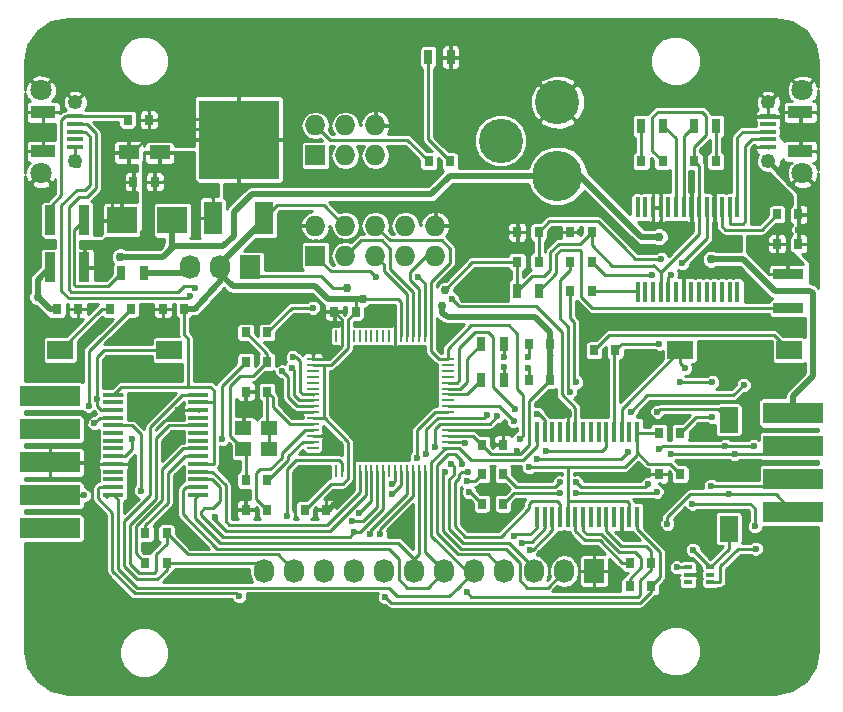
<source format=gtl>
G04 #@! TF.FileFunction,Copper,L1,Top,Signal*
%FSLAX46Y46*%
G04 Gerber Fmt 4.6, Leading zero omitted, Abs format (unit mm)*
G04 Created by KiCad (PCBNEW 4.0.0-rc1-stable) date 12/18/2015 1:35:38 PM*
%MOMM*%
G01*
G04 APERTURE LIST*
%ADD10C,0.100000*%
%ADD11R,5.080000X1.778000*%
%ADD12R,0.800000X0.900000*%
%ADD13R,1.800000X1.230000*%
%ADD14R,0.900000X2.500000*%
%ADD15R,2.500000X0.900000*%
%ADD16R,1.550000X2.780000*%
%ADD17R,6.740000X6.730000*%
%ADD18R,0.749300X0.398780*%
%ADD19R,1.727200X1.727200*%
%ADD20O,1.727200X1.727200*%
%ADD21R,0.700000X1.300000*%
%ADD22R,1.727200X2.032000*%
%ADD23O,1.727200X2.032000*%
%ADD24C,1.800000*%
%ADD25R,1.350000X0.400000*%
%ADD26C,1.250000*%
%ADD27R,2.100000X1.100000*%
%ADD28R,0.250000X1.000000*%
%ADD29R,1.000000X0.250000*%
%ADD30R,0.450000X1.750000*%
%ADD31R,1.750000X0.450000*%
%ADD32R,1.400000X1.200000*%
%ADD33R,1.600000X2.180000*%
%ADD34C,3.750000*%
%ADD35C,4.250000*%
%ADD36R,2.180000X1.600000*%
%ADD37R,2.499360X2.301240*%
%ADD38C,0.600000*%
%ADD39C,0.750000*%
%ADD40C,0.250000*%
%ADD41C,0.500000*%
%ADD42C,0.254000*%
G04 APERTURE END LIST*
D10*
D11*
X42540000Y-140206000D03*
X42540000Y-143000000D03*
X42540000Y-145794000D03*
X42540000Y-148588000D03*
X42540000Y-137412000D03*
D12*
X49100000Y-114000000D03*
X50900000Y-114000000D03*
X104100000Y-124500000D03*
X105900000Y-124500000D03*
X104100000Y-122000000D03*
X105900000Y-122000000D03*
X60900000Y-137000000D03*
X59100000Y-137000000D03*
X60900000Y-147000000D03*
X59100000Y-147000000D03*
X43100000Y-130000000D03*
X44900000Y-130000000D03*
D13*
X49190000Y-116750000D03*
X51810000Y-116750000D03*
D12*
X51400000Y-119250000D03*
X49600000Y-119250000D03*
X95900000Y-144000000D03*
X94100000Y-144000000D03*
X64100000Y-147000000D03*
X65900000Y-147000000D03*
X53900000Y-130000000D03*
X52100000Y-130000000D03*
X79100000Y-141500000D03*
X80900000Y-141500000D03*
D14*
X45450000Y-122500000D03*
X42550000Y-122500000D03*
D15*
X105000000Y-129950000D03*
X105000000Y-127050000D03*
D14*
X42550000Y-126500000D03*
X45450000Y-126500000D03*
D12*
X80900000Y-146500000D03*
X79100000Y-146500000D03*
X80900000Y-144000000D03*
X79100000Y-144000000D03*
X83900000Y-126000000D03*
X82100000Y-126000000D03*
X83900000Y-123500000D03*
X82100000Y-123500000D03*
X92600000Y-117500000D03*
X94400000Y-117500000D03*
X98900000Y-117500000D03*
X97100000Y-117500000D03*
X95900000Y-140500000D03*
X94100000Y-140500000D03*
X83100000Y-136000000D03*
X84900000Y-136000000D03*
X83100000Y-133000000D03*
X84900000Y-133000000D03*
X76400000Y-117500000D03*
X74600000Y-117500000D03*
D16*
X60680000Y-122300000D03*
D17*
X58500000Y-115665000D03*
D16*
X56320000Y-122300000D03*
D18*
X96550040Y-151849760D03*
X96550040Y-152500000D03*
X96550040Y-153150240D03*
X98449960Y-153150240D03*
X98449960Y-152500000D03*
X98449960Y-151849760D03*
D19*
X65000000Y-125500000D03*
D20*
X65000000Y-122960000D03*
X67540000Y-125500000D03*
X67540000Y-122960000D03*
X70080000Y-125500000D03*
X70080000Y-122960000D03*
X72620000Y-125500000D03*
X72620000Y-122960000D03*
X75160000Y-125500000D03*
X75160000Y-122960000D03*
D19*
X65000000Y-117000000D03*
D20*
X65000000Y-114460000D03*
X67540000Y-117000000D03*
X67540000Y-114460000D03*
X70080000Y-117000000D03*
X70080000Y-114460000D03*
D21*
X94450000Y-114500000D03*
X92550000Y-114500000D03*
X97050000Y-114500000D03*
X98950000Y-114500000D03*
X79050000Y-136000000D03*
X80950000Y-136000000D03*
X79050000Y-133000000D03*
X80950000Y-133000000D03*
X76450000Y-108700000D03*
X74550000Y-108700000D03*
X50450000Y-127000000D03*
X48550000Y-127000000D03*
X82050000Y-128500000D03*
X83950000Y-128500000D03*
D22*
X59500000Y-126500000D03*
D23*
X56960000Y-126500000D03*
X54420000Y-126500000D03*
D24*
X41762540Y-111499100D03*
D25*
X44662540Y-113699100D03*
X44662540Y-114349100D03*
X44662540Y-114999100D03*
X44662540Y-115649100D03*
X44662540Y-116299100D03*
D26*
X44662540Y-112499100D03*
X44662540Y-117499100D03*
D24*
X41762540Y-118499100D03*
D27*
X41950000Y-113350000D03*
X41950000Y-116650000D03*
D24*
X106237460Y-118500900D03*
D25*
X103337460Y-116300900D03*
X103337460Y-115650900D03*
X103337460Y-115000900D03*
X103337460Y-114350900D03*
X103337460Y-113700900D03*
D26*
X103337460Y-117500900D03*
X103337460Y-112500900D03*
D24*
X106237460Y-111500900D03*
D27*
X106050000Y-116650000D03*
X106050000Y-113350000D03*
D22*
X88600000Y-152200000D03*
D23*
X86060000Y-152200000D03*
X83520000Y-152200000D03*
X80980000Y-152200000D03*
X78440000Y-152200000D03*
X75900000Y-152200000D03*
X73360000Y-152200000D03*
X70820000Y-152200000D03*
X68280000Y-152200000D03*
X65740000Y-152200000D03*
X63200000Y-152200000D03*
X60660000Y-152200000D03*
D12*
X60900000Y-144500000D03*
X59100000Y-144500000D03*
X60900000Y-132000000D03*
X59100000Y-132000000D03*
X59100000Y-134500000D03*
X60900000Y-134500000D03*
X86600000Y-128500000D03*
X88400000Y-128500000D03*
X86600000Y-126000000D03*
X88400000Y-126000000D03*
D28*
X74250000Y-132300000D03*
X73750000Y-132300000D03*
X73250000Y-132300000D03*
X72750000Y-132300000D03*
X72250000Y-132300000D03*
X71750000Y-132300000D03*
X71250000Y-132300000D03*
X70750000Y-132300000D03*
X70250000Y-132300000D03*
X69750000Y-132300000D03*
X69250000Y-132300000D03*
X68750000Y-132300000D03*
X68250000Y-132300000D03*
X67750000Y-132300000D03*
X67250000Y-132300000D03*
X66750000Y-132300000D03*
D29*
X64800000Y-134250000D03*
X64800000Y-134750000D03*
X64800000Y-135250000D03*
X64800000Y-135750000D03*
X64800000Y-136250000D03*
X64800000Y-136750000D03*
X64800000Y-137250000D03*
X64800000Y-137750000D03*
X64800000Y-138250000D03*
X64800000Y-138750000D03*
X64800000Y-139250000D03*
X64800000Y-139750000D03*
X64800000Y-140250000D03*
X64800000Y-140750000D03*
X64800000Y-141250000D03*
X64800000Y-141750000D03*
D28*
X66750000Y-143700000D03*
X67250000Y-143700000D03*
X67750000Y-143700000D03*
X68250000Y-143700000D03*
X68750000Y-143700000D03*
X69250000Y-143700000D03*
X69750000Y-143700000D03*
X70250000Y-143700000D03*
X70750000Y-143700000D03*
X71250000Y-143700000D03*
X71750000Y-143700000D03*
X72250000Y-143700000D03*
X72750000Y-143700000D03*
X73250000Y-143700000D03*
X73750000Y-143700000D03*
X74250000Y-143700000D03*
D29*
X76200000Y-141750000D03*
X76200000Y-141250000D03*
X76200000Y-140750000D03*
X76200000Y-140250000D03*
X76200000Y-139750000D03*
X76200000Y-139250000D03*
X76200000Y-138750000D03*
X76200000Y-138250000D03*
X76200000Y-137750000D03*
X76200000Y-137250000D03*
X76200000Y-136750000D03*
X76200000Y-136250000D03*
X76200000Y-135750000D03*
X76200000Y-135250000D03*
X76200000Y-134750000D03*
X76200000Y-134250000D03*
D30*
X92275000Y-128600000D03*
X92925000Y-128600000D03*
X93575000Y-128600000D03*
X94225000Y-128600000D03*
X94875000Y-128600000D03*
X95525000Y-128600000D03*
X96175000Y-128600000D03*
X96825000Y-128600000D03*
X97475000Y-128600000D03*
X98125000Y-128600000D03*
X98775000Y-128600000D03*
X99425000Y-128600000D03*
X100075000Y-128600000D03*
X100725000Y-128600000D03*
X100725000Y-121400000D03*
X100075000Y-121400000D03*
X99425000Y-121400000D03*
X98775000Y-121400000D03*
X98125000Y-121400000D03*
X97475000Y-121400000D03*
X96825000Y-121400000D03*
X96175000Y-121400000D03*
X95525000Y-121400000D03*
X94875000Y-121400000D03*
X94225000Y-121400000D03*
X93575000Y-121400000D03*
X92925000Y-121400000D03*
X92275000Y-121400000D03*
D31*
X47900000Y-137275000D03*
X47900000Y-137925000D03*
X47900000Y-138575000D03*
X47900000Y-139225000D03*
X47900000Y-139875000D03*
X47900000Y-140525000D03*
X47900000Y-141175000D03*
X47900000Y-141825000D03*
X47900000Y-142475000D03*
X47900000Y-143125000D03*
X47900000Y-143775000D03*
X47900000Y-144425000D03*
X47900000Y-145075000D03*
X47900000Y-145725000D03*
X55100000Y-145725000D03*
X55100000Y-145075000D03*
X55100000Y-144425000D03*
X55100000Y-143775000D03*
X55100000Y-143125000D03*
X55100000Y-142475000D03*
X55100000Y-141825000D03*
X55100000Y-141175000D03*
X55100000Y-140525000D03*
X55100000Y-139875000D03*
X55100000Y-139225000D03*
X55100000Y-138575000D03*
X55100000Y-137925000D03*
X55100000Y-137275000D03*
D30*
X92225000Y-140400000D03*
X91575000Y-140400000D03*
X90925000Y-140400000D03*
X90275000Y-140400000D03*
X89625000Y-140400000D03*
X88975000Y-140400000D03*
X88325000Y-140400000D03*
X87675000Y-140400000D03*
X87025000Y-140400000D03*
X86375000Y-140400000D03*
X85725000Y-140400000D03*
X85075000Y-140400000D03*
X84425000Y-140400000D03*
X83775000Y-140400000D03*
X83775000Y-147600000D03*
X84425000Y-147600000D03*
X85075000Y-147600000D03*
X85725000Y-147600000D03*
X86375000Y-147600000D03*
X87025000Y-147600000D03*
X87675000Y-147600000D03*
X88325000Y-147600000D03*
X88975000Y-147600000D03*
X89625000Y-147600000D03*
X90275000Y-147600000D03*
X90925000Y-147600000D03*
X91575000Y-147600000D03*
X92225000Y-147600000D03*
D32*
X61100000Y-140100000D03*
X58900000Y-140100000D03*
X58900000Y-141900000D03*
X61100000Y-141900000D03*
D33*
X99997680Y-148602430D03*
X100002320Y-139397570D03*
D12*
X68400000Y-130250000D03*
X66600000Y-130250000D03*
X88400000Y-123500000D03*
X86600000Y-123500000D03*
X52400000Y-151500000D03*
X50600000Y-151500000D03*
X93400000Y-153500000D03*
X91600000Y-153500000D03*
X52400000Y-149000000D03*
X50600000Y-149000000D03*
X93400000Y-151500000D03*
X91600000Y-151500000D03*
D34*
X85500000Y-112500000D03*
D35*
X85500000Y-118740000D03*
D34*
X80700000Y-115750000D03*
D36*
X43397570Y-133497680D03*
X52602430Y-133502320D03*
X105102430Y-133502320D03*
X95897570Y-133497680D03*
D12*
X47600000Y-130000000D03*
X49400000Y-130000000D03*
X88600000Y-133500000D03*
X90400000Y-133500000D03*
D11*
X105460000Y-147191000D03*
X105460000Y-144397000D03*
X105460000Y-141603000D03*
X105460000Y-138809000D03*
D37*
X52898840Y-122500000D03*
X48601160Y-122500000D03*
D38*
X84100000Y-144250000D03*
X52200000Y-142200000D03*
X53450000Y-144250000D03*
X54350000Y-149350000D03*
X55650000Y-152650000D03*
X45750000Y-146800000D03*
X80850000Y-140250000D03*
X56550000Y-135650000D03*
X53250000Y-135550000D03*
X48200000Y-132500000D03*
X44000000Y-131200000D03*
X97150000Y-134850000D03*
X102350000Y-144350000D03*
X102800000Y-108900000D03*
X89700000Y-107300000D03*
X43300000Y-108400000D03*
X53700000Y-106800000D03*
X64400000Y-107000000D03*
X66600000Y-146600000D03*
X64000000Y-144800000D03*
X71700000Y-133700000D03*
X67100000Y-137500000D03*
X74200000Y-137300000D03*
X76100000Y-132000000D03*
X79600000Y-128300000D03*
X49400000Y-143100000D03*
X43300000Y-151700000D03*
X42400000Y-158400000D03*
X49700000Y-155500000D03*
X56900000Y-159000000D03*
X74400000Y-159300000D03*
X90100000Y-159700000D03*
X99900000Y-160700000D03*
X105100000Y-154700000D03*
X100500000Y-133500000D03*
X99300000Y-131100000D03*
X88700000Y-131400000D03*
X91800000Y-135600000D03*
X89100000Y-136800000D03*
X72700000Y-148900000D03*
X79200000Y-148200000D03*
X44600000Y-135400000D03*
X47300000Y-135050000D03*
X51000000Y-138100000D03*
X59100000Y-145800000D03*
X65200000Y-131100000D03*
X63100000Y-129100000D03*
X70400000Y-130700000D03*
X64800000Y-133200000D03*
X63500000Y-139000000D03*
X68800000Y-142200000D03*
X91300000Y-149300000D03*
X91700000Y-144000000D03*
X86100000Y-138800000D03*
X97500000Y-152500000D03*
X102500000Y-143000000D03*
X97300000Y-148500000D03*
X97400000Y-145000000D03*
X82100000Y-122400000D03*
X80100000Y-141500000D03*
X59000000Y-138500000D03*
X53400000Y-138600000D03*
X87400000Y-123500000D03*
X96600000Y-122900000D03*
X96200000Y-127000000D03*
X58200000Y-129100000D03*
X55450000Y-130600000D03*
X53000000Y-131800000D03*
X58250000Y-111250000D03*
X54250000Y-111250000D03*
X53000000Y-113000000D03*
X53000000Y-115000000D03*
X48250000Y-118500000D03*
X48250000Y-120250000D03*
X105900000Y-123300000D03*
X98900000Y-119200000D03*
X44900000Y-117800000D03*
X93600000Y-119400000D03*
X76300000Y-107200000D03*
X66800000Y-142100000D03*
D39*
X98500000Y-125800000D03*
X94100000Y-123900000D03*
X48500000Y-125600000D03*
X41500000Y-129000000D03*
D38*
X82100000Y-142000000D03*
X83100000Y-143400000D03*
D39*
X75710000Y-129730000D03*
X69000000Y-129200000D03*
D38*
X93950000Y-138700000D03*
X85700000Y-144700000D03*
X87100000Y-144700000D03*
X93200000Y-144800000D03*
X95600000Y-151900000D03*
X96950000Y-150400000D03*
X85700000Y-145600000D03*
X87100000Y-145600000D03*
X93900000Y-145500000D03*
X46300000Y-139700000D03*
X45800000Y-138200000D03*
X45400000Y-145800000D03*
X46500000Y-137600000D03*
X94100000Y-132950000D03*
X98500000Y-145000000D03*
X96300000Y-135000000D03*
X96900000Y-146500000D03*
X102200000Y-148400000D03*
X91700000Y-138700000D03*
X91500000Y-142100000D03*
X83800000Y-142700000D03*
X82300000Y-141000000D03*
X101250000Y-136450000D03*
X102300000Y-150300000D03*
X71500000Y-145700000D03*
X78000000Y-145500000D03*
X77800000Y-144600000D03*
X71500000Y-144800000D03*
X96050000Y-126150000D03*
X94300000Y-125800000D03*
D39*
X76000000Y-128400000D03*
X67700000Y-128200000D03*
D38*
X83000000Y-135000000D03*
X81000000Y-134900000D03*
X81000000Y-134100000D03*
X83000000Y-134100000D03*
X63100000Y-134100000D03*
X73700000Y-127300000D03*
X70100000Y-127300000D03*
X63000000Y-135000000D03*
X54800000Y-128200000D03*
X54400000Y-128900000D03*
X62200000Y-135300000D03*
X68300000Y-148900000D03*
X77400000Y-143100000D03*
X77700000Y-141400000D03*
X83200000Y-150400000D03*
X82500000Y-149800000D03*
X81800000Y-149200000D03*
X68700000Y-147300000D03*
X68100000Y-148000000D03*
X70900000Y-154400000D03*
X69600000Y-149100000D03*
X77800000Y-154000000D03*
X70500000Y-149100000D03*
X86600000Y-137000000D03*
X80400000Y-139100000D03*
X75100000Y-141700000D03*
X76500000Y-143100000D03*
X87100000Y-136200000D03*
X79500000Y-139000000D03*
X76000000Y-143800000D03*
X74400000Y-142300000D03*
X76600000Y-129200000D03*
X64800000Y-129900000D03*
X57100000Y-141000000D03*
X49500000Y-141000000D03*
X50200000Y-145400000D03*
X56500000Y-147600000D03*
X58550000Y-154350000D03*
X62600000Y-147500000D03*
X81800000Y-139500000D03*
X84500000Y-142000000D03*
X81900000Y-138500000D03*
X83800000Y-138900000D03*
X77900000Y-143800000D03*
X73600000Y-142600000D03*
X99700000Y-141600000D03*
X94100000Y-141900000D03*
X102100000Y-141600000D03*
X95900000Y-136200000D03*
X98600000Y-136200000D03*
X94800000Y-148200000D03*
X100000000Y-145700000D03*
X95100000Y-142300000D03*
X100500000Y-142300000D03*
X98600000Y-139200000D03*
X95100000Y-127100000D03*
X93500000Y-127100000D03*
D40*
X44662540Y-113699100D02*
X43800900Y-113699100D01*
X43500000Y-120400000D02*
X42550000Y-121350000D01*
X43500000Y-114000000D02*
X43500000Y-120400000D01*
X43800900Y-113699100D02*
X43500000Y-114000000D01*
X42550000Y-121350000D02*
X42550000Y-122500000D01*
X44662540Y-113699100D02*
X48799100Y-113699100D01*
X48799100Y-113699100D02*
X49100000Y-114000000D01*
D41*
X42550000Y-122850000D02*
X42550000Y-122500000D01*
D40*
X80850000Y-140250000D02*
X76200000Y-140250000D01*
X84200000Y-144250000D02*
X84350000Y-144100000D01*
X84100000Y-144250000D02*
X84200000Y-144250000D01*
X52300000Y-142200000D02*
X52500000Y-142000000D01*
X52200000Y-142200000D02*
X52300000Y-142200000D01*
X54350000Y-149350000D02*
X53200000Y-148200000D01*
X53200000Y-144500000D02*
X53450000Y-144250000D01*
X53200000Y-148200000D02*
X53200000Y-144500000D01*
X54050000Y-149050000D02*
X54050000Y-148800000D01*
X54350000Y-149350000D02*
X54050000Y-149050000D01*
X55600000Y-152600000D02*
X55350000Y-152600000D01*
X55650000Y-152650000D02*
X55600000Y-152600000D01*
X42540000Y-143000000D02*
X45750000Y-143000000D01*
X46050000Y-146500000D02*
X45750000Y-146800000D01*
X46050000Y-143300000D02*
X46050000Y-146500000D01*
X45750000Y-143000000D02*
X46050000Y-143300000D01*
X80900000Y-141500000D02*
X80900000Y-140300000D01*
X80900000Y-140300000D02*
X80850000Y-140250000D01*
X55450000Y-130600000D02*
X55450000Y-134550000D01*
X55450000Y-134550000D02*
X56550000Y-135650000D01*
X53250000Y-135550000D02*
X53050000Y-135550000D01*
X53000000Y-131800000D02*
X48900000Y-131800000D01*
X48900000Y-131800000D02*
X48200000Y-132500000D01*
X44900000Y-130000000D02*
X44900000Y-130900000D01*
X44600000Y-131200000D02*
X44000000Y-131200000D01*
X44900000Y-130900000D02*
X44600000Y-131200000D01*
X97150000Y-134800000D02*
X97250000Y-134700000D01*
X97150000Y-134850000D02*
X97150000Y-134800000D01*
X102500000Y-143000000D02*
X102500000Y-144200000D01*
X102500000Y-144200000D02*
X102350000Y-144350000D01*
X100100000Y-106200000D02*
X102800000Y-108900000D01*
X90800000Y-106200000D02*
X100100000Y-106200000D01*
X89700000Y-107300000D02*
X90800000Y-106200000D01*
X76300000Y-107200000D02*
X64600000Y-107200000D01*
X45700000Y-106000000D02*
X43300000Y-108400000D01*
X52900000Y-106000000D02*
X45700000Y-106000000D01*
X53700000Y-106800000D02*
X52900000Y-106000000D01*
X64600000Y-107200000D02*
X64400000Y-107000000D01*
X66200000Y-147000000D02*
X66600000Y-146600000D01*
X64200000Y-144600000D02*
X64500000Y-144600000D01*
X64000000Y-144800000D02*
X64200000Y-144600000D01*
X71750000Y-133650000D02*
X71700000Y-133700000D01*
X71750000Y-132300000D02*
X71750000Y-133650000D01*
X74000000Y-137500000D02*
X67100000Y-137500000D01*
X74200000Y-137300000D02*
X74000000Y-137500000D01*
X76100000Y-132000000D02*
X76500000Y-132000000D01*
X79500000Y-128200000D02*
X79100000Y-128200000D01*
X79600000Y-128300000D02*
X79500000Y-128200000D01*
X49375000Y-143125000D02*
X49400000Y-143100000D01*
X47900000Y-143125000D02*
X49375000Y-143125000D01*
X43300000Y-157500000D02*
X43300000Y-151700000D01*
X42400000Y-158400000D02*
X43300000Y-157500000D01*
X53400000Y-155500000D02*
X49700000Y-155500000D01*
X56900000Y-159000000D02*
X53400000Y-155500000D01*
X89700000Y-159300000D02*
X74400000Y-159300000D01*
X90100000Y-159700000D02*
X89700000Y-159300000D01*
X105100000Y-155500000D02*
X99900000Y-160700000D01*
X105100000Y-154700000D02*
X105100000Y-155500000D01*
X100500000Y-133600000D02*
X101700000Y-134800000D01*
X100500000Y-133500000D02*
X100500000Y-133600000D01*
X99000000Y-131400000D02*
X99300000Y-131100000D01*
X88700000Y-131400000D02*
X99000000Y-131400000D01*
X91800000Y-135000000D02*
X91800000Y-135600000D01*
X89100000Y-136800000D02*
X89100000Y-136500000D01*
X72700000Y-148700000D02*
X72500000Y-148500000D01*
X72700000Y-148900000D02*
X72700000Y-148700000D01*
X79000000Y-148200000D02*
X78800000Y-148000000D01*
X79200000Y-148200000D02*
X79000000Y-148200000D01*
X44600000Y-135400000D02*
X43600000Y-135400000D01*
X47300000Y-135050000D02*
X50100000Y-135100000D01*
X50800000Y-138300000D02*
X50800000Y-138500000D01*
X51000000Y-138100000D02*
X50800000Y-138300000D01*
X65900000Y-147000000D02*
X66200000Y-147000000D01*
X59100000Y-147000000D02*
X59100000Y-145800000D01*
X66600000Y-131100000D02*
X65200000Y-131100000D01*
X66600000Y-130250000D02*
X66600000Y-131100000D01*
X63100000Y-129100000D02*
X62500000Y-129100000D01*
X71300000Y-130600000D02*
X70500000Y-130600000D01*
X71750000Y-131050000D02*
X71300000Y-130600000D01*
X71750000Y-132300000D02*
X71750000Y-131050000D01*
X70500000Y-130600000D02*
X70400000Y-130700000D01*
X64800000Y-134250000D02*
X64800000Y-133200000D01*
X64800000Y-138750000D02*
X63750000Y-138750000D01*
X63750000Y-138750000D02*
X63500000Y-139000000D01*
X68250000Y-143700000D02*
X68250000Y-142750000D01*
X68250000Y-142750000D02*
X68800000Y-142200000D01*
X90925000Y-147600000D02*
X90925000Y-148925000D01*
X90925000Y-148925000D02*
X91300000Y-149300000D01*
X94100000Y-144000000D02*
X92400000Y-144000000D01*
X92400000Y-144000000D02*
X91700000Y-144000000D01*
X86375000Y-140400000D02*
X86375000Y-139075000D01*
X86375000Y-139075000D02*
X86100000Y-138800000D01*
X96550040Y-152500000D02*
X97500000Y-152500000D01*
X97500000Y-143400000D02*
X97500000Y-144900000D01*
X102500000Y-143000000D02*
X102100000Y-143400000D01*
X102100000Y-143400000D02*
X97500000Y-143400000D01*
X97300000Y-148500000D02*
X97300000Y-149100000D01*
X97500000Y-144900000D02*
X97400000Y-145000000D01*
X82100000Y-123500000D02*
X82100000Y-122400000D01*
X67250000Y-132300000D02*
X67250000Y-130900000D01*
X67250000Y-130900000D02*
X66600000Y-130250000D01*
X80900000Y-141500000D02*
X80100000Y-141500000D01*
X76200000Y-140250000D02*
X79650000Y-140250000D01*
X58900000Y-140100000D02*
X58900000Y-138600000D01*
X58900000Y-138600000D02*
X59000000Y-138500000D01*
X55100000Y-138575000D02*
X53425000Y-138575000D01*
X53425000Y-138575000D02*
X53400000Y-138600000D01*
X65900000Y-147000000D02*
X68250000Y-144650000D01*
X68250000Y-144650000D02*
X68250000Y-143700000D01*
X86600000Y-123500000D02*
X87400000Y-123500000D01*
X96825000Y-121400000D02*
X96825000Y-122675000D01*
X96825000Y-122675000D02*
X96600000Y-122900000D01*
X96825000Y-121400000D02*
X96800000Y-121425000D01*
X96175000Y-128600000D02*
X96175000Y-127025000D01*
X96175000Y-127025000D02*
X96200000Y-127000000D01*
X58200000Y-129100000D02*
X58200000Y-129100000D01*
X55450000Y-130600000D02*
X58200000Y-129100000D01*
X52100000Y-130000000D02*
X52100000Y-131800000D01*
X52100000Y-131800000D02*
X53000000Y-131800000D01*
X48601160Y-122500000D02*
X47750000Y-121648840D01*
X47750000Y-121648840D02*
X47750000Y-120750000D01*
X49190000Y-116750000D02*
X49500000Y-116750000D01*
X49500000Y-116750000D02*
X50500000Y-115750000D01*
X50900000Y-114000000D02*
X52000000Y-114000000D01*
X58250000Y-111250000D02*
X59750000Y-111250000D01*
X54250000Y-111750000D02*
X54250000Y-111250000D01*
X53000000Y-113000000D02*
X54250000Y-111750000D01*
X52000000Y-114000000D02*
X53000000Y-115000000D01*
X48601160Y-122500000D02*
X48601160Y-120601160D01*
X48250000Y-118500000D02*
X48500000Y-118250000D01*
X48601160Y-120601160D02*
X48250000Y-120250000D01*
X44662540Y-116299100D02*
X44662540Y-117499100D01*
X105900000Y-124500000D02*
X105900000Y-123300000D01*
X103337460Y-113700900D02*
X103337460Y-112500900D01*
X98400000Y-120000000D02*
X98400000Y-119700000D01*
X98400000Y-119700000D02*
X98900000Y-119200000D01*
X94225000Y-121400000D02*
X94225000Y-119625000D01*
X94000000Y-119400000D02*
X93600000Y-119400000D01*
X94225000Y-119625000D02*
X94000000Y-119400000D01*
X98775000Y-120375000D02*
X98775000Y-121400000D01*
X98400000Y-120000000D02*
X98775000Y-120375000D01*
X93575000Y-121400000D02*
X93575000Y-119425000D01*
X93575000Y-119425000D02*
X93600000Y-119400000D01*
X64800000Y-134250000D02*
X66150000Y-134250000D01*
X67250000Y-133150000D02*
X67000000Y-133400000D01*
X67250000Y-133150000D02*
X67250000Y-132300000D01*
X66150000Y-134250000D02*
X67000000Y-133400000D01*
X57000000Y-115665000D02*
X56065000Y-116600000D01*
X57000000Y-115665000D02*
X55235000Y-113900000D01*
X55235000Y-113900000D02*
X52600000Y-113900000D01*
X57000000Y-115665000D02*
X56135000Y-114800000D01*
X56135000Y-114800000D02*
X52500000Y-114800000D01*
X76450000Y-108700000D02*
X76450000Y-107050000D01*
X76450000Y-107050000D02*
X76300000Y-107200000D01*
X64800000Y-140750000D02*
X66050000Y-140750000D01*
X66800000Y-141500000D02*
X66800000Y-142100000D01*
X66050000Y-140750000D02*
X66800000Y-141500000D01*
X55100000Y-138575000D02*
X54925000Y-138575000D01*
X105000000Y-127050000D02*
X103404596Y-127050000D01*
X103404596Y-127050000D02*
X102827298Y-126472702D01*
X99425000Y-121400000D02*
X99425000Y-123025000D01*
X102800000Y-123300000D02*
X104100000Y-122000000D01*
X99700000Y-123300000D02*
X102800000Y-123300000D01*
X99425000Y-123025000D02*
X99700000Y-123300000D01*
D41*
X85500000Y-118740000D02*
X87440000Y-118740000D01*
X87440000Y-118740000D02*
X92600000Y-123900000D01*
X98500000Y-125800000D02*
X101200000Y-125800000D01*
X92600000Y-123900000D02*
X94100000Y-123900000D01*
X41500000Y-129000000D02*
X42500000Y-130000000D01*
X42500000Y-130000000D02*
X43100000Y-130000000D01*
X41500000Y-127550000D02*
X42550000Y-126500000D01*
X41500000Y-129000000D02*
X41500000Y-127550000D01*
X52898840Y-122500000D02*
X52898840Y-124801160D01*
X52750000Y-124750000D02*
X52750000Y-124950000D01*
X52847680Y-124750000D02*
X52750000Y-124750000D01*
X52898840Y-124801160D02*
X52847680Y-124750000D01*
X53000000Y-124700000D02*
X52750000Y-124950000D01*
X52750000Y-124950000D02*
X52100000Y-125600000D01*
X52100000Y-125600000D02*
X48500000Y-125600000D01*
X105000000Y-128500000D02*
X103900000Y-128500000D01*
X103900000Y-128500000D02*
X101200000Y-125800000D01*
X85500000Y-118740000D02*
X76360000Y-118740000D01*
X76360000Y-118740000D02*
X74800000Y-120300000D01*
X74800000Y-120300000D02*
X59600000Y-120300000D01*
X59600000Y-120300000D02*
X58100000Y-121800000D01*
X58100000Y-121800000D02*
X58100000Y-123800000D01*
X58100000Y-123800000D02*
X57200000Y-124700000D01*
X57200000Y-124700000D02*
X53000000Y-124700000D01*
X106900000Y-128500000D02*
X107100000Y-128700000D01*
X105000000Y-128500000D02*
X106900000Y-128500000D01*
X105460000Y-137340000D02*
X107100000Y-135700000D01*
X105460000Y-137340000D02*
X105460000Y-138809000D01*
X107100000Y-135700000D02*
X107100000Y-128700000D01*
D40*
X91575000Y-147600000D02*
X91575000Y-146475000D01*
X91400000Y-146300000D02*
X86400000Y-146300000D01*
X91575000Y-146475000D02*
X91400000Y-146300000D01*
X84900000Y-133000000D02*
X84900000Y-136000000D01*
X67300000Y-144800000D02*
X66300000Y-144800000D01*
X66300000Y-144800000D02*
X64100000Y-147000000D01*
X86375000Y-147600000D02*
X86400000Y-147575000D01*
X86400000Y-147575000D02*
X86400000Y-146300000D01*
X86400000Y-146300000D02*
X86400000Y-143400000D01*
X92225000Y-142100000D02*
X92225000Y-142375000D01*
X82100000Y-142100000D02*
X82300000Y-142300000D01*
X82100000Y-142000000D02*
X82100000Y-142100000D01*
X84100000Y-143400000D02*
X83100000Y-143400000D01*
X84100000Y-143400000D02*
X84100000Y-143400000D01*
X91200000Y-143400000D02*
X86400000Y-143400000D01*
X86400000Y-143400000D02*
X84100000Y-143400000D01*
X92225000Y-142375000D02*
X91200000Y-143400000D01*
X94100000Y-140500000D02*
X92325000Y-140500000D01*
X92325000Y-140500000D02*
X92225000Y-140400000D01*
X92225000Y-140400000D02*
X92225000Y-142100000D01*
X92225000Y-142100000D02*
X92225000Y-142125000D01*
X92225000Y-142125000D02*
X93200000Y-143100000D01*
X93200000Y-143100000D02*
X95000000Y-143100000D01*
X95000000Y-143100000D02*
X95900000Y-144000000D01*
X82300000Y-142300000D02*
X83100000Y-141500000D01*
X83100000Y-141500000D02*
X83100000Y-137800000D01*
X83100000Y-137800000D02*
X84900000Y-136000000D01*
X79900000Y-142300000D02*
X82300000Y-142300000D01*
X79100000Y-141500000D02*
X79900000Y-142300000D01*
X69000000Y-129200000D02*
X71999998Y-129200000D01*
X72250000Y-129450002D02*
X72250000Y-132300000D01*
X71999998Y-129200000D02*
X72250000Y-129450002D01*
X68400000Y-130250000D02*
X68400000Y-129300000D01*
X68400000Y-129300000D02*
X68300000Y-129200000D01*
X67750000Y-132300000D02*
X67750000Y-130900000D01*
X67750000Y-130900000D02*
X68400000Y-130250000D01*
X76200000Y-140750000D02*
X78350000Y-140750000D01*
X78350000Y-140750000D02*
X79100000Y-141500000D01*
D41*
X84900000Y-133900000D02*
X84900000Y-136000000D01*
D40*
X67750000Y-143700000D02*
X67750000Y-144350000D01*
X67750000Y-144350000D02*
X67300000Y-144800000D01*
X53900000Y-130000000D02*
X53900000Y-132200000D01*
X54200000Y-132500000D02*
X54200000Y-136600000D01*
X53900000Y-132200000D02*
X54200000Y-132500000D01*
X56400000Y-137900000D02*
X56400000Y-143125000D01*
X56400000Y-143125000D02*
X56400000Y-143100000D01*
X56400000Y-143100000D02*
X56400000Y-143125000D01*
X47900000Y-137275000D02*
X48575000Y-136600000D01*
X48575000Y-136600000D02*
X54200000Y-136600000D01*
X56400000Y-136900000D02*
X56400000Y-137900000D01*
X54200000Y-136600000D02*
X56100000Y-136600000D01*
X56100000Y-136600000D02*
X56400000Y-136900000D01*
X56400000Y-137900000D02*
X56400000Y-137925000D01*
D41*
X67300000Y-129200000D02*
X68300000Y-129200000D01*
X69000000Y-129200000D02*
X67300000Y-129200000D01*
X69000000Y-129200000D02*
X69000000Y-129200000D01*
X83600000Y-130700000D02*
X79500000Y-130700000D01*
X75710000Y-130330000D02*
X75710000Y-129730000D01*
X76200000Y-130700000D02*
X75710000Y-130330000D01*
X79500000Y-130700000D02*
X76200000Y-130700000D01*
X69000000Y-129200000D02*
X69000000Y-129200000D01*
X66100000Y-129200000D02*
X65000000Y-128100000D01*
X59300000Y-128100000D02*
X58000000Y-128100000D01*
X60600000Y-128100000D02*
X59300000Y-128100000D01*
X58000000Y-128100000D02*
X56960000Y-127060000D01*
X60600000Y-128100000D02*
X65000000Y-128100000D01*
X68300000Y-129200000D02*
X66100000Y-129200000D01*
D40*
X67540000Y-122960000D02*
X67460000Y-122960000D01*
X67460000Y-122960000D02*
X65700000Y-121200000D01*
X65700000Y-121200000D02*
X61780000Y-121200000D01*
X61780000Y-121200000D02*
X60680000Y-122300000D01*
X65000000Y-114460000D02*
X66240000Y-115700000D01*
X66240000Y-115700000D02*
X72800000Y-115700000D01*
X72800000Y-115700000D02*
X74600000Y-117500000D01*
D41*
X53900000Y-130000000D02*
X54800000Y-130000000D01*
X54800000Y-130000000D02*
X57000208Y-127593555D01*
X57000208Y-127593555D02*
X56960000Y-126500000D01*
X56960000Y-126500000D02*
X56960000Y-126240000D01*
X56960000Y-126240000D02*
X60680000Y-122520000D01*
X60680000Y-122520000D02*
X60680000Y-122300000D01*
X84885619Y-132100000D02*
X84900000Y-133900000D01*
X84885619Y-132100000D02*
X84885619Y-132000000D01*
X84885619Y-132000000D02*
X83600000Y-130700000D01*
X83600000Y-130700000D02*
X83600000Y-130700000D01*
X83600000Y-130700000D02*
X83600000Y-130700000D01*
D40*
X47900000Y-137275000D02*
X47275000Y-137275000D01*
D41*
X56960000Y-127060000D02*
X56960000Y-126500000D01*
D40*
X65700000Y-139200000D02*
X67750000Y-141250000D01*
X67750000Y-141250000D02*
X67750000Y-143700000D01*
X65700000Y-139250000D02*
X65700000Y-139200000D01*
X65700000Y-139200000D02*
X65700000Y-134750000D01*
X65700000Y-134750000D02*
X65700000Y-134800000D01*
X65700000Y-134800000D02*
X65700000Y-134750000D01*
X55100000Y-143125000D02*
X56400000Y-143125000D01*
X84900000Y-133800000D02*
X85000000Y-133900000D01*
X56400000Y-137925000D02*
X55100000Y-137925000D01*
X47900000Y-137275000D02*
X48625000Y-137275000D01*
X72250000Y-132300000D02*
X72250000Y-131700000D01*
X72250000Y-131700000D02*
X72250000Y-131650000D01*
X64800000Y-134750000D02*
X65700000Y-134750000D01*
X65700000Y-134750000D02*
X66350000Y-134750000D01*
X67750000Y-133350000D02*
X67750000Y-132300000D01*
X66350000Y-134750000D02*
X67750000Y-133350000D01*
X65700000Y-139250000D02*
X64800000Y-139250000D01*
X85700000Y-144700000D02*
X85300000Y-145100000D01*
X82000000Y-145100000D02*
X80900000Y-144000000D01*
X85300000Y-145100000D02*
X82000000Y-145100000D01*
X94150000Y-138500000D02*
X94650000Y-138500000D01*
X93950000Y-138700000D02*
X94150000Y-138500000D01*
X91200000Y-145100000D02*
X92900000Y-145100000D01*
X87100000Y-144700000D02*
X87500000Y-145100000D01*
X87500000Y-145100000D02*
X91200000Y-145100000D01*
X92900000Y-145100000D02*
X93200000Y-144800000D01*
X100002320Y-139397570D02*
X99104750Y-138500000D01*
X99104750Y-138500000D02*
X94650000Y-138500000D01*
X95650240Y-151849760D02*
X96550040Y-151849760D01*
X95600000Y-151900000D02*
X95650240Y-151849760D01*
X98449960Y-151849760D02*
X98399760Y-151849760D01*
X98399760Y-151849760D02*
X96950000Y-150400000D01*
X91300000Y-145600000D02*
X93800000Y-145600000D01*
X81800000Y-145600000D02*
X85700000Y-145600000D01*
X87100000Y-145600000D02*
X91300000Y-145600000D01*
X80900000Y-146500000D02*
X81800000Y-145600000D01*
X93800000Y-145600000D02*
X93900000Y-145500000D01*
X99997680Y-148602430D02*
X99997680Y-150302040D01*
X99997680Y-150302040D02*
X98449960Y-151849760D01*
X46300000Y-139700000D02*
X46775000Y-139225000D01*
X46775000Y-139225000D02*
X47900000Y-139225000D01*
X45800000Y-138200000D02*
X45800000Y-133600000D01*
X47100000Y-132300000D02*
X49400000Y-130000000D01*
X45800000Y-133600000D02*
X47100000Y-132300000D01*
X46700000Y-139300000D02*
X46775000Y-139225000D01*
X46775000Y-139225000D02*
X47900000Y-139225000D01*
X47900000Y-139225000D02*
X47925000Y-139200000D01*
X42540000Y-145794000D02*
X45394000Y-145794000D01*
X45394000Y-145794000D02*
X45400000Y-145800000D01*
X46500000Y-138200000D02*
X46875000Y-138575000D01*
X46900000Y-138600000D02*
X46900000Y-138575000D01*
X46875000Y-138575000D02*
X46900000Y-138600000D01*
X42540000Y-145794000D02*
X45006000Y-145794000D01*
X46500000Y-137600000D02*
X46500000Y-137800000D01*
X46500000Y-138200000D02*
X46500000Y-137800000D01*
X46500000Y-137800000D02*
X46500000Y-134100000D01*
X47097680Y-133502320D02*
X52602430Y-133502320D01*
X46500000Y-134100000D02*
X47097680Y-133502320D01*
X46900000Y-138575000D02*
X47225000Y-138575000D01*
X42540000Y-145794000D02*
X44006000Y-145794000D01*
X47900000Y-138575000D02*
X47700000Y-138575000D01*
X47700000Y-138575000D02*
X47225000Y-138575000D01*
X44306000Y-145794000D02*
X42540000Y-145794000D01*
X42540000Y-145794000D02*
X44706000Y-145794000D01*
X90950000Y-132950000D02*
X90400000Y-133500000D01*
X94100000Y-132950000D02*
X90950000Y-132950000D01*
X98500000Y-145000000D02*
X104857000Y-145000000D01*
X104857000Y-145000000D02*
X105460000Y-144397000D01*
X90275000Y-140400000D02*
X90275000Y-133625000D01*
X90275000Y-133625000D02*
X90400000Y-133500000D01*
X105063000Y-144000000D02*
X105460000Y-144397000D01*
X102200000Y-148400000D02*
X102200000Y-146900000D01*
X101800000Y-146500000D02*
X100000000Y-146500000D01*
X102200000Y-146900000D02*
X101800000Y-146500000D01*
X95897570Y-134597570D02*
X95897570Y-133497680D01*
X96300000Y-135000000D02*
X95897570Y-134597570D01*
X100000000Y-146500000D02*
X96900000Y-146500000D01*
X90925000Y-140400000D02*
X90925000Y-138470250D01*
X90925000Y-138470250D02*
X95897570Y-133497680D01*
X99850000Y-137300000D02*
X99550000Y-137300000D01*
X82600000Y-138300000D02*
X82600000Y-137300000D01*
X99550000Y-137300000D02*
X93100000Y-137300000D01*
X93100000Y-137300000D02*
X91700000Y-138700000D01*
X91500000Y-142100000D02*
X90900000Y-142700000D01*
X90900000Y-142700000D02*
X83800000Y-142700000D01*
X82300000Y-141000000D02*
X82600000Y-140700000D01*
X82600000Y-140700000D02*
X82600000Y-138300000D01*
X76200000Y-133400000D02*
X76200000Y-134250000D01*
X78200000Y-131400000D02*
X76200000Y-133400000D01*
X81400000Y-131400000D02*
X78200000Y-131400000D01*
X82100000Y-132100000D02*
X81400000Y-131400000D01*
X82100000Y-136800000D02*
X82100000Y-132100000D01*
X82600000Y-137300000D02*
X82100000Y-136800000D01*
X99700000Y-137300000D02*
X99550000Y-137300000D01*
X100400000Y-137300000D02*
X99850000Y-137300000D01*
X99850000Y-137300000D02*
X99800000Y-137300000D01*
X101250000Y-136450000D02*
X100400000Y-137300000D01*
X99249760Y-153150240D02*
X98449960Y-153150240D01*
X99300000Y-153100000D02*
X99249760Y-153150240D01*
X99300000Y-151800000D02*
X99300000Y-153100000D01*
X100800000Y-150300000D02*
X99300000Y-151800000D01*
X102300000Y-150300000D02*
X100800000Y-150300000D01*
X74800000Y-130500000D02*
X74800000Y-127700000D01*
X75400000Y-127100000D02*
X76400000Y-126100000D01*
X76400000Y-126100000D02*
X76400000Y-124900000D01*
X76400000Y-124900000D02*
X75700000Y-124200000D01*
X75700000Y-124200000D02*
X71320000Y-124200000D01*
X71320000Y-124200000D02*
X70080000Y-122960000D01*
X74800000Y-127700000D02*
X75400000Y-127100000D01*
X74800000Y-133600000D02*
X74800000Y-130500000D01*
X75450000Y-134250000D02*
X74800000Y-133600000D01*
X76200000Y-134250000D02*
X75450000Y-134250000D01*
X62000000Y-138900000D02*
X61400000Y-138300000D01*
X61400000Y-137500000D02*
X60900000Y-137000000D01*
X61400000Y-138300000D02*
X61400000Y-137500000D01*
X64100000Y-139750000D02*
X62850000Y-139750000D01*
X62850000Y-139750000D02*
X62000000Y-138900000D01*
X61100000Y-140100000D02*
X61100000Y-141900000D01*
X60900000Y-137000000D02*
X60900000Y-139900000D01*
X60900000Y-139900000D02*
X61100000Y-140100000D01*
X64800000Y-139750000D02*
X64100000Y-139750000D01*
X64800000Y-140250000D02*
X64150000Y-140250000D01*
X60000000Y-146100000D02*
X60900000Y-147000000D01*
X60000000Y-143900000D02*
X60000000Y-146100000D01*
X60300000Y-143600000D02*
X60000000Y-143900000D01*
X61200000Y-143600000D02*
X60300000Y-143600000D01*
X62200000Y-142600000D02*
X61200000Y-143600000D01*
X62200000Y-142200000D02*
X62200000Y-142600000D01*
X64150000Y-140250000D02*
X62200000Y-142200000D01*
X44600000Y-126600000D02*
X44600000Y-127949998D01*
X44600000Y-123350000D02*
X44600000Y-126600000D01*
X45450000Y-122500000D02*
X44600000Y-123350000D01*
X47450000Y-128100000D02*
X48550000Y-127000000D01*
X44750002Y-128100000D02*
X47450000Y-128100000D01*
X44600000Y-127949998D02*
X44750002Y-128100000D01*
X45450000Y-122500000D02*
X45450000Y-121550000D01*
D41*
X48550000Y-127000000D02*
X48550000Y-127150000D01*
D40*
X83950000Y-128500000D02*
X83950000Y-128450000D01*
X83950000Y-128450000D02*
X85400000Y-127000000D01*
X85400000Y-127000000D02*
X85400000Y-125400000D01*
X85400000Y-125400000D02*
X85800000Y-125000000D01*
X85800000Y-125000000D02*
X87400000Y-125000000D01*
X87400000Y-125000000D02*
X87500000Y-125100000D01*
X87500000Y-125100000D02*
X87500000Y-129000000D01*
X87500000Y-129000000D02*
X88450000Y-129950000D01*
X88450000Y-129950000D02*
X90750000Y-129950000D01*
X97000000Y-129950000D02*
X90750000Y-129950000D01*
X105000000Y-129950000D02*
X97000000Y-129950000D01*
D41*
X105000000Y-129950000D02*
X104050000Y-129950000D01*
D40*
X105000000Y-129950000D02*
X103950000Y-129950000D01*
X72250000Y-144950000D02*
X71500000Y-145700000D01*
X72250000Y-143700000D02*
X72250000Y-144950000D01*
X78100000Y-145500000D02*
X79100000Y-146500000D01*
X78000000Y-145500000D02*
X78100000Y-145500000D01*
X77800000Y-144600000D02*
X78500000Y-144600000D01*
X78500000Y-144600000D02*
X79100000Y-144000000D01*
X71750000Y-144550000D02*
X71500000Y-144800000D01*
X71750000Y-143700000D02*
X71750000Y-144550000D01*
X97750000Y-124450000D02*
X96050000Y-126150000D01*
X91100000Y-124800000D02*
X92100000Y-125800000D01*
X92100000Y-125800000D02*
X94300000Y-125800000D01*
X86100000Y-122600000D02*
X84800000Y-122600000D01*
X88900000Y-122600000D02*
X86100000Y-122600000D01*
X91100000Y-124800000D02*
X88900000Y-122600000D01*
X83900000Y-123500000D02*
X84800000Y-122600000D01*
X98200000Y-121475000D02*
X98200000Y-124000000D01*
X98200000Y-124000000D02*
X97750000Y-124450000D01*
X83900000Y-123500000D02*
X83900000Y-126000000D01*
X98125000Y-121400000D02*
X98200000Y-121475000D01*
X93662500Y-126337500D02*
X90137500Y-126337500D01*
X88400000Y-124600000D02*
X88400000Y-123500000D01*
X90137500Y-126337500D02*
X88400000Y-124600000D01*
X78303996Y-126003842D02*
X76000000Y-128400000D01*
X82100000Y-126000000D02*
X78303996Y-126003842D01*
X65500000Y-127200000D02*
X60200000Y-127200000D01*
X66500000Y-128200000D02*
X65500000Y-127200000D01*
X67700000Y-128200000D02*
X66500000Y-128200000D01*
X60200000Y-127200000D02*
X59500000Y-126500000D01*
X82050000Y-128500000D02*
X82050000Y-126050000D01*
D41*
X82050000Y-126050000D02*
X82100000Y-126000000D01*
D40*
X94225000Y-126900000D02*
X97475000Y-123650000D01*
X97475000Y-123650000D02*
X97475000Y-121400000D01*
X84400000Y-127200000D02*
X84900000Y-126700000D01*
X84400000Y-127200000D02*
X83350000Y-127200000D01*
X83350000Y-127200000D02*
X82050000Y-128500000D01*
X88400000Y-123500000D02*
X87400000Y-124500000D01*
X84900000Y-126700000D02*
X84900000Y-125200000D01*
X84900000Y-125200000D02*
X85600000Y-124500000D01*
X85600000Y-124500000D02*
X87400000Y-124500000D01*
X94225000Y-126900000D02*
X93662500Y-126337500D01*
X93662500Y-126337500D02*
X93625000Y-126300000D01*
X94225000Y-128600000D02*
X94225000Y-126900000D01*
X97100000Y-117500000D02*
X97100000Y-116300000D01*
X93500000Y-116600000D02*
X94400000Y-117500000D01*
X93500000Y-113800000D02*
X93500000Y-116600000D01*
X94000000Y-113300000D02*
X93500000Y-113800000D01*
X97700000Y-113300000D02*
X94000000Y-113300000D01*
X98100000Y-113700000D02*
X97700000Y-113300000D01*
X98100000Y-115300000D02*
X98100000Y-113700000D01*
X97100000Y-116300000D02*
X98100000Y-115300000D01*
X97475000Y-119200000D02*
X97475000Y-117875000D01*
X97475000Y-117875000D02*
X97100000Y-117500000D01*
X97475000Y-121400000D02*
X97475000Y-119200000D01*
X92600000Y-117500000D02*
X92600000Y-114550000D01*
X92600000Y-114550000D02*
X92550000Y-114500000D01*
X98900000Y-117500000D02*
X98900000Y-114550000D01*
X98900000Y-114550000D02*
X98950000Y-114500000D01*
X80950000Y-136000000D02*
X80950000Y-134950000D01*
X83100000Y-135100000D02*
X83100000Y-136000000D01*
X83000000Y-135000000D02*
X83100000Y-135100000D01*
X80950000Y-134950000D02*
X81000000Y-134900000D01*
X83100000Y-133000000D02*
X83100000Y-134000000D01*
X80950000Y-134050000D02*
X80950000Y-133000000D01*
X81000000Y-134100000D02*
X80950000Y-134050000D01*
X83100000Y-134000000D02*
X83000000Y-134100000D01*
X74550000Y-108700000D02*
X74550000Y-115650000D01*
X74550000Y-115650000D02*
X76400000Y-117500000D01*
X64800000Y-137250000D02*
X63950000Y-137250000D01*
X63400000Y-134100000D02*
X63100000Y-134100000D01*
X63700000Y-134400000D02*
X63400000Y-134100000D01*
X63700000Y-137000000D02*
X63700000Y-134400000D01*
X63950000Y-137250000D02*
X63700000Y-137000000D01*
X54420000Y-126500000D02*
X54900000Y-126500000D01*
X64800000Y-137299998D02*
X64800000Y-137250000D01*
D41*
X50450000Y-127000000D02*
X53920000Y-127000000D01*
D40*
X53920000Y-127000000D02*
X54420000Y-126500000D01*
X74250000Y-131100000D02*
X74250000Y-127850000D01*
X74250000Y-127850000D02*
X73700000Y-127300000D01*
X74250000Y-132300000D02*
X74250000Y-131100000D01*
X70100000Y-127300000D02*
X69600000Y-126800000D01*
X69600000Y-126800000D02*
X66300000Y-126800000D01*
X66300000Y-126800000D02*
X65000000Y-125500000D01*
X73250000Y-131250000D02*
X73250000Y-128550000D01*
X73250000Y-128550000D02*
X71300000Y-126600000D01*
X71300000Y-126000000D02*
X71300000Y-126600000D01*
X71300000Y-126000000D02*
X71300000Y-124900000D01*
X71300000Y-124900000D02*
X70600000Y-124200000D01*
X70600000Y-124200000D02*
X68840000Y-124200000D01*
X67540000Y-125500000D02*
X68840000Y-124200000D01*
X73250000Y-131250000D02*
X73250000Y-132300000D01*
X72750000Y-132300000D02*
X72750000Y-128750000D01*
X72750000Y-128750000D02*
X70800000Y-126800000D01*
X70800000Y-126220000D02*
X70080000Y-125500000D01*
X70800000Y-126800000D02*
X70800000Y-126220000D01*
X70080000Y-126180000D02*
X70080000Y-125500000D01*
X70300000Y-125500000D02*
X70080000Y-125500000D01*
X73750000Y-131100000D02*
X73750000Y-128350000D01*
X73000000Y-127600000D02*
X73000000Y-126900000D01*
X73750000Y-128350000D02*
X73000000Y-127600000D01*
X73750000Y-132300000D02*
X73750000Y-131100000D01*
X73000000Y-126900000D02*
X74400000Y-125500000D01*
X75160000Y-125500000D02*
X74400000Y-125500000D01*
X95525000Y-121400000D02*
X95525000Y-115575000D01*
X95525000Y-115575000D02*
X94450000Y-114500000D01*
X96175000Y-121400000D02*
X96175000Y-115375000D01*
X96175000Y-115375000D02*
X97050000Y-114500000D01*
X76200000Y-137250000D02*
X77800000Y-137250000D01*
X77800000Y-137250000D02*
X79050000Y-136000000D01*
X77250000Y-136750000D02*
X77800000Y-136200000D01*
X76200000Y-136750000D02*
X77250000Y-136750000D01*
X77800000Y-134250000D02*
X79050000Y-133000000D01*
X77800000Y-136200000D02*
X77800000Y-134250000D01*
X44100000Y-127100000D02*
X44100000Y-128349998D01*
X53400000Y-128600000D02*
X53900000Y-128100000D01*
X44350002Y-128600000D02*
X53400000Y-128600000D01*
X44100000Y-128349998D02*
X44350002Y-128600000D01*
X44662540Y-114349100D02*
X45649100Y-114349100D01*
X46400000Y-115100000D02*
X46400000Y-117800000D01*
X45649100Y-114349100D02*
X46400000Y-115100000D01*
X63250000Y-137350000D02*
X63200000Y-137300000D01*
X63200000Y-135200000D02*
X63000000Y-135000000D01*
X63200000Y-137300000D02*
X63200000Y-135200000D01*
X63650000Y-137750000D02*
X64800000Y-137750000D01*
X63650000Y-137750000D02*
X63250000Y-137350000D01*
X45700000Y-120500000D02*
X46400000Y-119800000D01*
X45000000Y-120500000D02*
X45700000Y-120500000D01*
X44100000Y-121400000D02*
X45000000Y-120500000D01*
X44100000Y-127100000D02*
X44100000Y-121400000D01*
X46400000Y-117800000D02*
X46400000Y-119800000D01*
X54700000Y-128100000D02*
X54800000Y-128200000D01*
X53900000Y-128100000D02*
X54700000Y-128100000D01*
X54400000Y-128900000D02*
X54200000Y-129100000D01*
X43500000Y-128500000D02*
X43500000Y-127600000D01*
X44100000Y-129100000D02*
X43500000Y-128500000D01*
X54200000Y-129100000D02*
X44100000Y-129100000D01*
X45900000Y-117500000D02*
X45900000Y-115400000D01*
X44662540Y-114999100D02*
X45499100Y-114999100D01*
X45900000Y-115400000D02*
X45499100Y-114999100D01*
X45900000Y-119500000D02*
X45500000Y-119900000D01*
X45500000Y-119900000D02*
X44800000Y-119900000D01*
X44800000Y-119900000D02*
X43500000Y-121200000D01*
X43500000Y-121200000D02*
X43500000Y-127200000D01*
X45900000Y-117500000D02*
X45900000Y-119500000D01*
X62700000Y-137500000D02*
X63450000Y-138250000D01*
X63450000Y-138250000D02*
X64800000Y-138250000D01*
X62700000Y-135800000D02*
X62200000Y-135300000D01*
X62700000Y-137500000D02*
X62700000Y-135800000D01*
X43500000Y-127200000D02*
X43500000Y-127600000D01*
X103337460Y-115650900D02*
X101949100Y-115650900D01*
X101400000Y-116200000D02*
X101400000Y-122600000D01*
X101949100Y-115650900D02*
X101400000Y-116200000D01*
X100075000Y-122775000D02*
X100075000Y-121400000D01*
X100100000Y-122800000D02*
X100075000Y-122775000D01*
X101200000Y-122800000D02*
X100100000Y-122800000D01*
X101400000Y-122600000D02*
X101200000Y-122800000D01*
X103337460Y-115000900D02*
X101199100Y-115000900D01*
X100725000Y-115475000D02*
X100725000Y-121400000D01*
X101199100Y-115000900D02*
X100725000Y-115475000D01*
X67200000Y-149300000D02*
X67900000Y-149300000D01*
X67900000Y-149300000D02*
X68300000Y-148900000D01*
X68300000Y-148900000D02*
X68800000Y-148900000D01*
X68800000Y-148900000D02*
X70750000Y-146950000D01*
X70750000Y-146950000D02*
X70750000Y-143700000D01*
X62700000Y-149300000D02*
X67200000Y-149300000D01*
X56900000Y-146300000D02*
X56300000Y-146900000D01*
X55300000Y-147449998D02*
X56900000Y-149049998D01*
X55300000Y-147200000D02*
X55300000Y-147449998D01*
X55600000Y-146900000D02*
X55300000Y-147200000D01*
X56300000Y-146900000D02*
X55600000Y-146900000D01*
X55100000Y-144425000D02*
X56225000Y-144425000D01*
X57150002Y-149300000D02*
X62700000Y-149300000D01*
X56900000Y-149049998D02*
X57150002Y-149300000D01*
X56900000Y-145100000D02*
X56900000Y-146300000D01*
X56225000Y-144425000D02*
X56900000Y-145100000D01*
X76200000Y-141250000D02*
X77550000Y-141250000D01*
X77400000Y-142900000D02*
X76800000Y-142300000D01*
X77400000Y-143100000D02*
X77400000Y-142900000D01*
X77550000Y-141250000D02*
X77700000Y-141400000D01*
X85075000Y-148725000D02*
X85075000Y-147600000D01*
X83400000Y-150400000D02*
X85075000Y-148725000D01*
X83200000Y-150400000D02*
X83400000Y-150400000D01*
X79580000Y-150800000D02*
X80980000Y-152200000D01*
X77100000Y-150800000D02*
X79580000Y-150800000D01*
X75300000Y-149000000D02*
X77100000Y-150800000D01*
X75300000Y-143200000D02*
X75300000Y-149000000D01*
X76200000Y-142300000D02*
X75300000Y-143200000D01*
X76800000Y-142300000D02*
X76200000Y-142300000D01*
X84425000Y-148575000D02*
X84425000Y-147600000D01*
X83300000Y-149700000D02*
X84425000Y-148575000D01*
X82600000Y-149700000D02*
X83300000Y-149700000D01*
X82500000Y-149800000D02*
X82600000Y-149700000D01*
X74250000Y-143700000D02*
X74250000Y-150550000D01*
X74250000Y-150550000D02*
X75900000Y-152200000D01*
X72100000Y-152600000D02*
X72100000Y-152900000D01*
X54025000Y-145075000D02*
X53800000Y-145300000D01*
X53800000Y-145300000D02*
X53800000Y-147400000D01*
X53800000Y-147400000D02*
X56700000Y-150300000D01*
X56700000Y-150300000D02*
X71200000Y-150300000D01*
X71200000Y-150300000D02*
X72100000Y-151200000D01*
X72100000Y-151200000D02*
X72100000Y-152600000D01*
X55100000Y-145075000D02*
X54025000Y-145075000D01*
X74500000Y-153600000D02*
X75900000Y-152200000D01*
X72800000Y-153600000D02*
X74500000Y-153600000D01*
X72100000Y-152900000D02*
X72800000Y-153600000D01*
X83775000Y-148525000D02*
X83775000Y-147600000D01*
X83200000Y-149100000D02*
X83775000Y-148525000D01*
X81900000Y-149100000D02*
X83200000Y-149100000D01*
X81800000Y-149200000D02*
X81900000Y-149100000D01*
X73360000Y-151160000D02*
X73750000Y-150770000D01*
X55100000Y-145725000D02*
X54800000Y-146025000D01*
X73360000Y-151160000D02*
X73360000Y-152200000D01*
X72000000Y-149800000D02*
X73360000Y-151160000D01*
X56900000Y-149800000D02*
X72000000Y-149800000D01*
X54800000Y-147700000D02*
X56900000Y-149800000D01*
X54800000Y-146025000D02*
X54800000Y-147700000D01*
X73750000Y-143700000D02*
X73750000Y-150800000D01*
X55100000Y-145725000D02*
X55525000Y-145725000D01*
X47900000Y-145725000D02*
X48300000Y-146125000D01*
X48300000Y-152000000D02*
X49900000Y-153600000D01*
X48300000Y-146125000D02*
X48300000Y-152000000D01*
X76200000Y-141750000D02*
X77150000Y-141750000D01*
X83775000Y-141625000D02*
X83775000Y-140400000D01*
X82600000Y-142800000D02*
X83775000Y-141625000D01*
X78200000Y-142800000D02*
X82600000Y-142800000D01*
X77150000Y-141750000D02*
X78200000Y-142800000D01*
X76200000Y-141750000D02*
X76050000Y-141750000D01*
X76050000Y-141750000D02*
X74800000Y-143000000D01*
X74800000Y-149200000D02*
X74800000Y-144000000D01*
X77800000Y-152200000D02*
X74800000Y-149200000D01*
X74800000Y-143000000D02*
X74800000Y-144000000D01*
X78440000Y-152200000D02*
X77800000Y-152200000D01*
X71200000Y-153600000D02*
X71900000Y-154300000D01*
X77040000Y-153600000D02*
X78440000Y-152200000D01*
X49900000Y-153600000D02*
X50300000Y-153600000D01*
X55200000Y-153600000D02*
X50300000Y-153600000D01*
X60900000Y-153600000D02*
X55200000Y-153600000D01*
X60900000Y-153600000D02*
X69420000Y-153600000D01*
X69420000Y-153600000D02*
X71200000Y-153600000D01*
X71900000Y-154300000D02*
X76340000Y-154300000D01*
X76340000Y-154300000D02*
X77040000Y-153600000D01*
X47900000Y-145725000D02*
X47475000Y-145725000D01*
X47475000Y-145725000D02*
X47300000Y-145900000D01*
X52400000Y-151500000D02*
X59960000Y-151500000D01*
X59960000Y-151500000D02*
X60660000Y-152200000D01*
X55100000Y-137275000D02*
X53725000Y-137275000D01*
X53725000Y-137275000D02*
X51000000Y-140000000D01*
X52400000Y-151500000D02*
X52400000Y-152100000D01*
X52400000Y-152100000D02*
X51600000Y-152900000D01*
X51600000Y-152900000D02*
X49900000Y-152900000D01*
X49900000Y-152900000D02*
X48800000Y-151800000D01*
X48800000Y-151800000D02*
X48800000Y-148000000D01*
X48800000Y-148000000D02*
X51000000Y-145800000D01*
X51000000Y-145800000D02*
X51000000Y-140000000D01*
X69750000Y-146250000D02*
X69750000Y-143700000D01*
X68700000Y-147300000D02*
X69750000Y-146250000D01*
X54375000Y-137275000D02*
X55100000Y-137275000D01*
X69000000Y-148000000D02*
X70250000Y-146750000D01*
X70250000Y-143700000D02*
X70250000Y-146750000D01*
X69000000Y-148000000D02*
X68100000Y-148000000D01*
X52400000Y-149000000D02*
X52400000Y-149900000D01*
X52575002Y-139875000D02*
X51900000Y-140550002D01*
X52575002Y-139875000D02*
X55100000Y-139875000D01*
X51500000Y-140950002D02*
X51900000Y-140550002D01*
X51500000Y-146063602D02*
X51500000Y-140950002D01*
X49300000Y-148263602D02*
X51500000Y-146063602D01*
X49300000Y-151600000D02*
X49300000Y-148263602D01*
X50100000Y-152400000D02*
X49300000Y-151600000D01*
X51300000Y-152400000D02*
X50100000Y-152400000D01*
X51500000Y-152200000D02*
X51300000Y-152400000D01*
X51500000Y-150800000D02*
X51500000Y-152200000D01*
X52400000Y-149900000D02*
X51500000Y-150800000D01*
X61800000Y-150800000D02*
X54200000Y-150800000D01*
X63200000Y-152200000D02*
X61800000Y-150800000D01*
X54200000Y-150800000D02*
X52400000Y-149000000D01*
X93400000Y-153500000D02*
X93400000Y-154000000D01*
X71400000Y-154900000D02*
X70900000Y-154400000D01*
X92500000Y-154900000D02*
X71400000Y-154900000D01*
X93400000Y-154000000D02*
X92500000Y-154900000D01*
X93400000Y-153500000D02*
X94200000Y-152700000D01*
X92225000Y-148625000D02*
X92225000Y-147600000D01*
X94200000Y-150600000D02*
X92225000Y-148625000D01*
X94200000Y-152700000D02*
X94200000Y-150600000D01*
X70900000Y-147500000D02*
X69600000Y-148800000D01*
X72750000Y-145650000D02*
X70900000Y-147500000D01*
X72750000Y-143700000D02*
X72750000Y-145650000D01*
X69600000Y-148800000D02*
X69600000Y-149100000D01*
X92500000Y-153500000D02*
X92500000Y-153000000D01*
X77800000Y-154000000D02*
X78200000Y-154400000D01*
X78200000Y-154400000D02*
X92300000Y-154400000D01*
X92300000Y-154400000D02*
X92500000Y-154200000D01*
X92500000Y-154200000D02*
X92500000Y-153500000D01*
X93400000Y-152100000D02*
X93400000Y-151500000D01*
X92500000Y-153000000D02*
X93400000Y-152100000D01*
X91600000Y-150100000D02*
X93000000Y-150100000D01*
X91600000Y-150100000D02*
X90900000Y-150100000D01*
X90900000Y-150100000D02*
X89625000Y-148825000D01*
X89625000Y-148825000D02*
X89625000Y-147600000D01*
X93000000Y-150100000D02*
X93400000Y-150500000D01*
X93400000Y-150500000D02*
X93400000Y-151500000D01*
X73250000Y-143700000D02*
X73250000Y-145850000D01*
X70500000Y-148600000D02*
X70500000Y-149100000D01*
X73250000Y-145850000D02*
X70500000Y-148600000D01*
X76200000Y-139750000D02*
X79750000Y-139750000D01*
X86400000Y-136800000D02*
X86400000Y-136700000D01*
X86600000Y-137000000D02*
X86400000Y-136800000D01*
X79750000Y-139750000D02*
X80400000Y-139100000D01*
X86600000Y-126000000D02*
X86600000Y-126700000D01*
X86600000Y-126700000D02*
X85700000Y-127600000D01*
X85700000Y-127600000D02*
X85700000Y-130800000D01*
X85700000Y-130800000D02*
X86400000Y-131500000D01*
X86400000Y-131500000D02*
X86400000Y-136700000D01*
X86400000Y-136700000D02*
X86400000Y-136900000D01*
X76500000Y-143100000D02*
X76700000Y-143300000D01*
X75550000Y-139750000D02*
X75100000Y-140200000D01*
X75100000Y-140200000D02*
X75100000Y-141700000D01*
X76200000Y-139750000D02*
X75550000Y-139750000D01*
X81400000Y-149800000D02*
X83520000Y-151920000D01*
X77500000Y-149800000D02*
X81400000Y-149800000D01*
X76300000Y-148600000D02*
X77500000Y-149800000D01*
X76300000Y-144450002D02*
X76300000Y-148600000D01*
X76700000Y-144050002D02*
X76300000Y-144450002D01*
X76700000Y-143300000D02*
X76700000Y-144050002D01*
X83520000Y-151920000D02*
X83520000Y-152200000D01*
X76200000Y-139250000D02*
X79250000Y-139250000D01*
X86600000Y-130800000D02*
X86600000Y-128500000D01*
X86900000Y-131100000D02*
X86600000Y-130800000D01*
X86900000Y-136000000D02*
X86900000Y-131100000D01*
X87100000Y-136200000D02*
X86900000Y-136000000D01*
X79250000Y-139250000D02*
X79500000Y-139000000D01*
X76200000Y-139250000D02*
X75350000Y-139250000D01*
X84660000Y-153600000D02*
X86060000Y-152200000D01*
X82900000Y-153600000D02*
X84660000Y-153600000D01*
X82300000Y-153000000D02*
X82900000Y-153600000D01*
X82300000Y-151500000D02*
X82300000Y-153000000D01*
X81100000Y-150300000D02*
X82300000Y-151500000D01*
X77300000Y-150300000D02*
X81100000Y-150300000D01*
X75800000Y-148800000D02*
X77300000Y-150300000D01*
X75800000Y-144000000D02*
X75800000Y-148800000D01*
X76000000Y-143800000D02*
X75800000Y-144000000D01*
X74400000Y-140200000D02*
X74400000Y-142300000D01*
X75350000Y-139250000D02*
X74400000Y-140200000D01*
X64800000Y-141250000D02*
X63950000Y-141250000D01*
X62700000Y-142800000D02*
X61000000Y-144500000D01*
X62700000Y-142500000D02*
X62700000Y-142800000D01*
X63950000Y-141250000D02*
X62700000Y-142500000D01*
X61000000Y-144500000D02*
X60900000Y-144500000D01*
X60900000Y-134500000D02*
X60900000Y-133800000D01*
X60900000Y-133800000D02*
X59100000Y-132000000D01*
X60900000Y-134500000D02*
X59700000Y-135700000D01*
X57800000Y-140800000D02*
X58900000Y-141900000D01*
X57800000Y-136500000D02*
X57800000Y-140800000D01*
X58600000Y-135700000D02*
X57800000Y-136500000D01*
X59700000Y-135700000D02*
X58600000Y-135700000D01*
X59100000Y-144500000D02*
X59100000Y-142100000D01*
X59100000Y-142100000D02*
X58900000Y-141900000D01*
X85850000Y-131950000D02*
X85850000Y-137250000D01*
X85850000Y-137250000D02*
X87025000Y-138425000D01*
X85850000Y-131950000D02*
X83700000Y-129800000D01*
X83700000Y-129800000D02*
X77200000Y-129800000D01*
X77200000Y-129800000D02*
X76600000Y-129200000D01*
X87025000Y-140400000D02*
X87025000Y-138425000D01*
X63000000Y-129900000D02*
X60900000Y-132000000D01*
X64800000Y-129900000D02*
X63000000Y-129900000D01*
X47900000Y-142475000D02*
X48925000Y-142475000D01*
X57100000Y-136500000D02*
X59100000Y-134500000D01*
X57100000Y-136700000D02*
X57100000Y-136500000D01*
X57100000Y-141000000D02*
X57100000Y-136700000D01*
X49500000Y-141900000D02*
X49500000Y-141000000D01*
X48925000Y-142475000D02*
X49500000Y-141900000D01*
X63100000Y-148800000D02*
X66200000Y-148800000D01*
X69250000Y-145750000D02*
X69250000Y-143700000D01*
X66200000Y-148800000D02*
X69250000Y-145750000D01*
X47900000Y-139875000D02*
X49475000Y-139875000D01*
X50200000Y-140600000D02*
X50200000Y-145400000D01*
X49475000Y-139875000D02*
X50200000Y-140600000D01*
X56600000Y-147700000D02*
X56500000Y-147600000D01*
X56600000Y-148000000D02*
X56600000Y-147700000D01*
X63100000Y-148800000D02*
X57400000Y-148800000D01*
X57400000Y-148800000D02*
X56600000Y-148000000D01*
X56600000Y-148000000D02*
X56300000Y-147700000D01*
X47900000Y-139875000D02*
X47125000Y-139875000D01*
X47800000Y-147250000D02*
X46600000Y-146050000D01*
X47800000Y-152200000D02*
X47800000Y-147250000D01*
X49700000Y-154100000D02*
X47800000Y-152200000D01*
X58300000Y-154100000D02*
X49700000Y-154100000D01*
X58550000Y-154350000D02*
X58300000Y-154100000D01*
X66300000Y-142800000D02*
X63400000Y-142800000D01*
X67250000Y-143700000D02*
X67250000Y-143050000D01*
X67000000Y-142800000D02*
X66300000Y-142800000D01*
X67250000Y-143050000D02*
X67000000Y-142800000D01*
X62600000Y-143600000D02*
X62600000Y-147500000D01*
X63400000Y-142800000D02*
X62600000Y-143600000D01*
X46600000Y-146050000D02*
X46600000Y-145200000D01*
X46725000Y-145075000D02*
X47900000Y-145075000D01*
X46600000Y-145200000D02*
X46725000Y-145075000D01*
X68750000Y-143700000D02*
X68750000Y-145550000D01*
X66000000Y-148300000D02*
X63500000Y-148300000D01*
X68750000Y-145550000D02*
X66000000Y-148300000D01*
X55100000Y-143775000D02*
X56275000Y-143775000D01*
X57700000Y-148300000D02*
X63500000Y-148300000D01*
X57400000Y-148000000D02*
X57700000Y-148300000D01*
X57400000Y-144900000D02*
X57400000Y-148000000D01*
X56275000Y-143775000D02*
X57400000Y-144900000D01*
X81800000Y-139500000D02*
X80550000Y-138250000D01*
X80550000Y-138250000D02*
X76200000Y-138250000D01*
X89625000Y-141675000D02*
X89625000Y-140400000D01*
X89300000Y-142000000D02*
X89625000Y-141675000D01*
X84500000Y-142000000D02*
X89300000Y-142000000D01*
X84425000Y-140400000D02*
X84425000Y-139425000D01*
X81900000Y-138499998D02*
X81100002Y-137700000D01*
X81900000Y-138500000D02*
X81900000Y-138499998D01*
X83900000Y-138900000D02*
X83800000Y-138900000D01*
X84425000Y-139425000D02*
X83900000Y-138900000D01*
X77200000Y-136000000D02*
X77200000Y-133300000D01*
X77200000Y-136000000D02*
X76950000Y-136250000D01*
X76200000Y-136250000D02*
X76950000Y-136250000D01*
X80000000Y-136599998D02*
X81100002Y-137700000D01*
X80000000Y-132400000D02*
X80000000Y-136599998D01*
X79600000Y-132000000D02*
X80000000Y-132400000D01*
X78500000Y-132000000D02*
X79600000Y-132000000D01*
X77200000Y-133300000D02*
X78500000Y-132000000D01*
X77400000Y-143800000D02*
X77200000Y-144000000D01*
X77900000Y-143800000D02*
X77400000Y-143800000D01*
X75150000Y-138750000D02*
X73600000Y-140300000D01*
X73600000Y-140300000D02*
X73600000Y-142600000D01*
X76200000Y-138750000D02*
X75150000Y-138750000D01*
X85725000Y-146525000D02*
X85725000Y-147600000D01*
X85500000Y-146300000D02*
X85725000Y-146525000D01*
X83300000Y-146300000D02*
X85500000Y-146300000D01*
X83100000Y-146500000D02*
X83300000Y-146300000D01*
X83100000Y-146900000D02*
X83100000Y-146500000D01*
X80700000Y-149300000D02*
X83100000Y-146900000D01*
X77700000Y-149300000D02*
X80700000Y-149300000D01*
X76800000Y-148400000D02*
X77700000Y-149300000D01*
X76800000Y-144700000D02*
X76800000Y-148400000D01*
X77200000Y-144300000D02*
X76800000Y-144700000D01*
X77200000Y-144000000D02*
X77200000Y-144300000D01*
X50600000Y-151500000D02*
X49800000Y-150700000D01*
X53775000Y-141825000D02*
X55100000Y-141825000D01*
X52000000Y-143600000D02*
X53775000Y-141825000D01*
X52000000Y-146200000D02*
X52000000Y-143600000D01*
X49800000Y-148400000D02*
X52000000Y-146200000D01*
X49800000Y-150700000D02*
X49800000Y-148400000D01*
X92600000Y-151900000D02*
X92600000Y-151100000D01*
X92600000Y-151100000D02*
X92100000Y-150600000D01*
X92100000Y-150600000D02*
X90700000Y-150600000D01*
X90700000Y-150600000D02*
X89200000Y-149100000D01*
X89200000Y-149100000D02*
X88000000Y-149100000D01*
X88000000Y-149100000D02*
X87675000Y-148775000D01*
X87675000Y-148775000D02*
X87675000Y-147600000D01*
X91600000Y-153500000D02*
X91600000Y-152900000D01*
X92600000Y-151900000D02*
X92500000Y-152000000D01*
X91600000Y-152900000D02*
X92600000Y-151900000D01*
X50600000Y-149000000D02*
X50600000Y-148300000D01*
X50600000Y-148300000D02*
X52500000Y-146400000D01*
X55100000Y-142475000D02*
X53925000Y-142475000D01*
X52500000Y-143900000D02*
X52500000Y-146400000D01*
X53925000Y-142475000D02*
X52500000Y-143900000D01*
X87025000Y-147600000D02*
X87025000Y-148825000D01*
X90963602Y-151500000D02*
X91600000Y-151500000D01*
X89063602Y-149600000D02*
X90963602Y-151500000D01*
X87800000Y-149600000D02*
X89063602Y-149600000D01*
X87025000Y-148825000D02*
X87800000Y-149600000D01*
X47600000Y-130000000D02*
X46895250Y-130000000D01*
X46895250Y-130000000D02*
X43397570Y-133497680D01*
X88600000Y-133500000D02*
X89900000Y-132200000D01*
X103800110Y-132200000D02*
X105102430Y-133502320D01*
X89900000Y-132200000D02*
X103800110Y-132200000D01*
X94100000Y-141900000D02*
X94400000Y-141600000D01*
X94400000Y-141600000D02*
X99700000Y-141600000D01*
X99700000Y-141600000D02*
X102100000Y-141600000D01*
X95900000Y-136200000D02*
X98600000Y-136200000D01*
X96700000Y-145700000D02*
X94800000Y-147600000D01*
X94800000Y-147600000D02*
X94800000Y-148200000D01*
X100000000Y-145700000D02*
X100100000Y-145700000D01*
X100100000Y-145700000D02*
X100100000Y-145800000D01*
X100100000Y-145800000D02*
X100100000Y-145700000D01*
X103969000Y-145700000D02*
X105460000Y-147191000D01*
X96700000Y-145700000D02*
X100100000Y-145700000D01*
X100100000Y-145700000D02*
X103969000Y-145700000D01*
X105460000Y-147191000D02*
X105460000Y-147644750D01*
X100500000Y-142300000D02*
X104763000Y-142300000D01*
X104763000Y-142300000D02*
X105460000Y-141603000D01*
X95100000Y-142300000D02*
X100500000Y-142300000D01*
X105460000Y-141603000D02*
X104863000Y-142200000D01*
X95900000Y-140500000D02*
X97200000Y-139200000D01*
X97200000Y-139200000D02*
X98600000Y-139200000D01*
X88400000Y-128500000D02*
X92175000Y-128500000D01*
X92175000Y-128500000D02*
X92275000Y-128600000D01*
X93500000Y-127100000D02*
X89500000Y-127100000D01*
X89500000Y-127100000D02*
X88400000Y-126000000D01*
X94875000Y-128600000D02*
X94875000Y-127325000D01*
X94875000Y-127325000D02*
X95100000Y-127100000D01*
X93400000Y-127000000D02*
X93500000Y-127100000D01*
D42*
G36*
X45416010Y-138773598D02*
X45664746Y-138876882D01*
X45934073Y-138877117D01*
X46182989Y-138774267D01*
X46273739Y-138683675D01*
X46444049Y-138853985D01*
X46420032Y-138870032D01*
X46345032Y-138945032D01*
X46345030Y-138945035D01*
X46267093Y-139022971D01*
X46165927Y-139022883D01*
X45917011Y-139125733D01*
X45726402Y-139316010D01*
X45623118Y-139564746D01*
X45622883Y-139834073D01*
X45725733Y-140082989D01*
X45916010Y-140273598D01*
X46164746Y-140376882D01*
X46434073Y-140377117D01*
X46642433Y-140291025D01*
X46640615Y-140300000D01*
X46640615Y-140750000D01*
X46660122Y-140853671D01*
X46640615Y-140950000D01*
X46640615Y-141400000D01*
X46660122Y-141503671D01*
X46640615Y-141600000D01*
X46640615Y-142050000D01*
X46660122Y-142153671D01*
X46640615Y-142250000D01*
X46640615Y-142691278D01*
X46590000Y-142813473D01*
X46590000Y-142989250D01*
X46698750Y-143098000D01*
X47873000Y-143098000D01*
X47873000Y-143084385D01*
X47927000Y-143084385D01*
X47927000Y-143098000D01*
X49101250Y-143098000D01*
X49210000Y-142989250D01*
X49210000Y-142876719D01*
X49279968Y-142829968D01*
X49698000Y-142411935D01*
X49698000Y-144944537D01*
X49626402Y-145016010D01*
X49523118Y-145264746D01*
X49522883Y-145534073D01*
X49625733Y-145782989D01*
X49816010Y-145973598D01*
X50028312Y-146061753D01*
X48802000Y-147288064D01*
X48802000Y-146329305D01*
X48914708Y-146308097D01*
X49043020Y-146225530D01*
X49129101Y-146099547D01*
X49159385Y-145950000D01*
X49159385Y-145500000D01*
X49139878Y-145396329D01*
X49159385Y-145300000D01*
X49159385Y-144850000D01*
X49139878Y-144746329D01*
X49159385Y-144650000D01*
X49159385Y-144200000D01*
X49139878Y-144096329D01*
X49159385Y-144000000D01*
X49159385Y-143558722D01*
X49210000Y-143436527D01*
X49210000Y-143260750D01*
X49101250Y-143152000D01*
X47927000Y-143152000D01*
X47927000Y-143165615D01*
X47873000Y-143165615D01*
X47873000Y-143152000D01*
X46698750Y-143152000D01*
X46590000Y-143260750D01*
X46590000Y-143436527D01*
X46640615Y-143558722D01*
X46640615Y-144000000D01*
X46660122Y-144103671D01*
X46640615Y-144200000D01*
X46640615Y-144589784D01*
X46549584Y-144607892D01*
X46532893Y-144611212D01*
X46370032Y-144720032D01*
X46370030Y-144720035D01*
X46245032Y-144845032D01*
X46136212Y-145007893D01*
X46097999Y-145200000D01*
X46098000Y-145200005D01*
X46098000Y-146049995D01*
X46097999Y-146050000D01*
X46136212Y-146242107D01*
X46245032Y-146404968D01*
X47298000Y-147457935D01*
X47298000Y-152199995D01*
X47297999Y-152200000D01*
X47336212Y-152392107D01*
X47445032Y-152554968D01*
X49345030Y-154454965D01*
X49345032Y-154454968D01*
X49465189Y-154535254D01*
X49507893Y-154563788D01*
X49700000Y-154602001D01*
X49700005Y-154602000D01*
X57921609Y-154602000D01*
X57975733Y-154732989D01*
X58166010Y-154923598D01*
X58414746Y-155026882D01*
X58684073Y-155027117D01*
X58932989Y-154924267D01*
X59123598Y-154733990D01*
X59226882Y-154485254D01*
X59227117Y-154215927D01*
X59180043Y-154102000D01*
X70290696Y-154102000D01*
X70223118Y-154264746D01*
X70222883Y-154534073D01*
X70325733Y-154782989D01*
X70516010Y-154973598D01*
X70764746Y-155076882D01*
X70867036Y-155076971D01*
X71045030Y-155254965D01*
X71045032Y-155254968D01*
X71207893Y-155363788D01*
X71400000Y-155402001D01*
X71400005Y-155402000D01*
X92499995Y-155402000D01*
X92500000Y-155402001D01*
X92692107Y-155363788D01*
X92854968Y-155254968D01*
X93754965Y-154354970D01*
X93754968Y-154354968D01*
X93768721Y-154334385D01*
X93800000Y-154334385D01*
X93939708Y-154308097D01*
X94068020Y-154225530D01*
X94154101Y-154099547D01*
X94184385Y-153950000D01*
X94184385Y-153425550D01*
X94554965Y-153054970D01*
X94554968Y-153054968D01*
X94663788Y-152892107D01*
X94681850Y-152801303D01*
X94702001Y-152700000D01*
X94702000Y-152699995D01*
X94702000Y-152034073D01*
X94922883Y-152034073D01*
X95025733Y-152282989D01*
X95216010Y-152473598D01*
X95464746Y-152576882D01*
X95734073Y-152577117D01*
X95844756Y-152531384D01*
X95740390Y-152635750D01*
X95740390Y-152785917D01*
X95796818Y-152922146D01*
X95791005Y-152950850D01*
X95791005Y-153349630D01*
X95817293Y-153489338D01*
X95899860Y-153617650D01*
X96025843Y-153703731D01*
X96175390Y-153734015D01*
X96924690Y-153734015D01*
X97064398Y-153707727D01*
X97192710Y-153625160D01*
X97278791Y-153499177D01*
X97309075Y-153349630D01*
X97309075Y-152950850D01*
X97303545Y-152921462D01*
X97359690Y-152785917D01*
X97359690Y-152635750D01*
X97250940Y-152527000D01*
X96577040Y-152527000D01*
X96577040Y-152547000D01*
X96523040Y-152547000D01*
X96523040Y-152527000D01*
X96503040Y-152527000D01*
X96503040Y-152473000D01*
X96523040Y-152473000D01*
X96523040Y-152453000D01*
X96577040Y-152453000D01*
X96577040Y-152473000D01*
X97250940Y-152473000D01*
X97359690Y-152364250D01*
X97359690Y-152214083D01*
X97303262Y-152077854D01*
X97309075Y-152049150D01*
X97309075Y-151650370D01*
X97282787Y-151510662D01*
X97200220Y-151382350D01*
X97074237Y-151296269D01*
X96924690Y-151265985D01*
X96175390Y-151265985D01*
X96035682Y-151292273D01*
X95983172Y-151326062D01*
X95735254Y-151223118D01*
X95465927Y-151222883D01*
X95217011Y-151325733D01*
X95026402Y-151516010D01*
X94923118Y-151764746D01*
X94922883Y-152034073D01*
X94702000Y-152034073D01*
X94702000Y-150600005D01*
X94702001Y-150600000D01*
X94688888Y-150534073D01*
X96272883Y-150534073D01*
X96375733Y-150782989D01*
X96566010Y-150973598D01*
X96814746Y-151076882D01*
X96917035Y-151076971D01*
X97690925Y-151850860D01*
X97690925Y-152049150D01*
X97715451Y-152179495D01*
X97690925Y-152300610D01*
X97690925Y-152699390D01*
X97715451Y-152829735D01*
X97690925Y-152950850D01*
X97690925Y-153349630D01*
X97717213Y-153489338D01*
X97799780Y-153617650D01*
X97925763Y-153703731D01*
X98075310Y-153734015D01*
X98824610Y-153734015D01*
X98964318Y-153707727D01*
X99050547Y-153652240D01*
X99249755Y-153652240D01*
X99249760Y-153652241D01*
X99441867Y-153614028D01*
X99604728Y-153505208D01*
X99654968Y-153454968D01*
X99763788Y-153292108D01*
X99802000Y-153100000D01*
X99802000Y-152007936D01*
X101007935Y-150802000D01*
X101844537Y-150802000D01*
X101916010Y-150873598D01*
X102164746Y-150976882D01*
X102434073Y-150977117D01*
X102682989Y-150874267D01*
X102873598Y-150683990D01*
X102976882Y-150435254D01*
X102977117Y-150165927D01*
X102874267Y-149917011D01*
X102683990Y-149726402D01*
X102435254Y-149623118D01*
X102165927Y-149622883D01*
X101917011Y-149725733D01*
X101844618Y-149798000D01*
X101160687Y-149798000D01*
X101182065Y-149692430D01*
X101182065Y-147512430D01*
X101155777Y-147372722D01*
X101073210Y-147244410D01*
X100947227Y-147158329D01*
X100797680Y-147128045D01*
X99197680Y-147128045D01*
X99057972Y-147154333D01*
X98929660Y-147236900D01*
X98843579Y-147362883D01*
X98813295Y-147512430D01*
X98813295Y-149692430D01*
X98839583Y-149832138D01*
X98922150Y-149960450D01*
X99048133Y-150046531D01*
X99197680Y-150076815D01*
X99495680Y-150076815D01*
X99495680Y-150094105D01*
X98424860Y-151164924D01*
X97627029Y-150367093D01*
X97627117Y-150265927D01*
X97524267Y-150017011D01*
X97333990Y-149826402D01*
X97085254Y-149723118D01*
X96815927Y-149722883D01*
X96567011Y-149825733D01*
X96376402Y-150016010D01*
X96273118Y-150264746D01*
X96272883Y-150534073D01*
X94688888Y-150534073D01*
X94663788Y-150407893D01*
X94630379Y-150357893D01*
X94554968Y-150245032D01*
X94554965Y-150245030D01*
X92826058Y-148516122D01*
X92834385Y-148475000D01*
X92834385Y-146725000D01*
X92808097Y-146585292D01*
X92725530Y-146456980D01*
X92599547Y-146370899D01*
X92450000Y-146340615D01*
X92050270Y-146340615D01*
X92038788Y-146282892D01*
X91983401Y-146200000D01*
X91929968Y-146120032D01*
X91929965Y-146120030D01*
X91911935Y-146102000D01*
X93584410Y-146102000D01*
X93764746Y-146176882D01*
X94034073Y-146177117D01*
X94282989Y-146074267D01*
X94473598Y-145883990D01*
X94576882Y-145635254D01*
X94577117Y-145365927D01*
X94474267Y-145117011D01*
X94283990Y-144926402D01*
X94127002Y-144861215D01*
X94127002Y-144776252D01*
X94235750Y-144885000D01*
X94586527Y-144885000D01*
X94746408Y-144818775D01*
X94868775Y-144696408D01*
X94935000Y-144536527D01*
X94935000Y-144135750D01*
X94826250Y-144027000D01*
X94127000Y-144027000D01*
X94127000Y-144047000D01*
X94073000Y-144047000D01*
X94073000Y-144027000D01*
X93373750Y-144027000D01*
X93277682Y-144123068D01*
X93065927Y-144122883D01*
X92817011Y-144225733D01*
X92626402Y-144416010D01*
X92550833Y-144598000D01*
X87777089Y-144598000D01*
X87777117Y-144565927D01*
X87674267Y-144317011D01*
X87483990Y-144126402D01*
X87235254Y-144023118D01*
X86965927Y-144022883D01*
X86902000Y-144049297D01*
X86902000Y-143902000D01*
X91199995Y-143902000D01*
X91200000Y-143902001D01*
X91392107Y-143863788D01*
X91554968Y-143754968D01*
X92350000Y-142959936D01*
X92845030Y-143454965D01*
X92845032Y-143454968D01*
X92915422Y-143502001D01*
X93007892Y-143563788D01*
X93200000Y-143602000D01*
X93265000Y-143602000D01*
X93265000Y-143864250D01*
X93373750Y-143973000D01*
X94073000Y-143973000D01*
X94073000Y-143953000D01*
X94127000Y-143953000D01*
X94127000Y-143973000D01*
X94826250Y-143973000D01*
X94935000Y-143864250D01*
X94935000Y-143744936D01*
X95115615Y-143925550D01*
X95115615Y-144450000D01*
X95141903Y-144589708D01*
X95224470Y-144718020D01*
X95350453Y-144804101D01*
X95500000Y-144834385D01*
X96300000Y-144834385D01*
X96439708Y-144808097D01*
X96568020Y-144725530D01*
X96654101Y-144599547D01*
X96684385Y-144450000D01*
X96684385Y-143550000D01*
X96658097Y-143410292D01*
X96575530Y-143281980D01*
X96449547Y-143195899D01*
X96300000Y-143165615D01*
X95775551Y-143165615D01*
X95483596Y-142873661D01*
X95555382Y-142802000D01*
X100044537Y-142802000D01*
X100116010Y-142873598D01*
X100364746Y-142976882D01*
X100634073Y-142977117D01*
X100882989Y-142874267D01*
X100955382Y-142802000D01*
X102705909Y-142802000D01*
X102770453Y-142846101D01*
X102920000Y-142876385D01*
X107573000Y-142876385D01*
X107573000Y-143123615D01*
X102920000Y-143123615D01*
X102780292Y-143149903D01*
X102651980Y-143232470D01*
X102565899Y-143358453D01*
X102535615Y-143508000D01*
X102535615Y-144498000D01*
X98955463Y-144498000D01*
X98883990Y-144426402D01*
X98635254Y-144323118D01*
X98365927Y-144322883D01*
X98117011Y-144425733D01*
X97926402Y-144616010D01*
X97823118Y-144864746D01*
X97822883Y-145134073D01*
X97849297Y-145198000D01*
X96700005Y-145198000D01*
X96700000Y-145197999D01*
X96507893Y-145236212D01*
X96345032Y-145345032D01*
X96345030Y-145345035D01*
X94445032Y-147245032D01*
X94336212Y-147407893D01*
X94297999Y-147600000D01*
X94298000Y-147600005D01*
X94298000Y-147744537D01*
X94226402Y-147816010D01*
X94123118Y-148064746D01*
X94122883Y-148334073D01*
X94225733Y-148582989D01*
X94416010Y-148773598D01*
X94664746Y-148876882D01*
X94934073Y-148877117D01*
X95182989Y-148774267D01*
X95373598Y-148583990D01*
X95476882Y-148335254D01*
X95477117Y-148065927D01*
X95374267Y-147817011D01*
X95333631Y-147776305D01*
X96296850Y-146813086D01*
X96325733Y-146882989D01*
X96516010Y-147073598D01*
X96764746Y-147176882D01*
X97034073Y-147177117D01*
X97282989Y-147074267D01*
X97355382Y-147002000D01*
X101592064Y-147002000D01*
X101698000Y-147107935D01*
X101698000Y-147944537D01*
X101626402Y-148016010D01*
X101523118Y-148264746D01*
X101522883Y-148534073D01*
X101625733Y-148782989D01*
X101816010Y-148973598D01*
X102064746Y-149076882D01*
X102334073Y-149077117D01*
X102582989Y-148974267D01*
X102773598Y-148783990D01*
X102876882Y-148535254D01*
X102876951Y-148455667D01*
X102920000Y-148464385D01*
X107573000Y-148464385D01*
X107573000Y-158957945D01*
X107293293Y-160364126D01*
X106520577Y-161520577D01*
X105364126Y-162293293D01*
X103957945Y-162573000D01*
X44042055Y-162573000D01*
X42635874Y-162293293D01*
X41479423Y-161520577D01*
X40706707Y-160364126D01*
X40539045Y-159521230D01*
X48372632Y-159521230D01*
X48695766Y-160303274D01*
X49293578Y-160902131D01*
X50075057Y-161226630D01*
X50921230Y-161227368D01*
X51703274Y-160904234D01*
X52302131Y-160306422D01*
X52626630Y-159524943D01*
X52626720Y-159421230D01*
X93372632Y-159421230D01*
X93695766Y-160203274D01*
X94293578Y-160802131D01*
X95075057Y-161126630D01*
X95921230Y-161127368D01*
X96703274Y-160804234D01*
X97302131Y-160206422D01*
X97626630Y-159424943D01*
X97627368Y-158578770D01*
X97304234Y-157796726D01*
X96706422Y-157197869D01*
X95924943Y-156873370D01*
X95078770Y-156872632D01*
X94296726Y-157195766D01*
X93697869Y-157793578D01*
X93373370Y-158575057D01*
X93372632Y-159421230D01*
X52626720Y-159421230D01*
X52627368Y-158678770D01*
X52304234Y-157896726D01*
X51706422Y-157297869D01*
X50924943Y-156973370D01*
X50078770Y-156972632D01*
X49296726Y-157295766D01*
X48697869Y-157893578D01*
X48373370Y-158675057D01*
X48372632Y-159521230D01*
X40539045Y-159521230D01*
X40427000Y-158957945D01*
X40427000Y-149861385D01*
X45080000Y-149861385D01*
X45219708Y-149835097D01*
X45348020Y-149752530D01*
X45434101Y-149626547D01*
X45464385Y-149477000D01*
X45464385Y-147699000D01*
X45438097Y-147559292D01*
X45355530Y-147430980D01*
X45229547Y-147344899D01*
X45080000Y-147314615D01*
X40427000Y-147314615D01*
X40427000Y-147067385D01*
X45080000Y-147067385D01*
X45219708Y-147041097D01*
X45348020Y-146958530D01*
X45434101Y-146832547D01*
X45464385Y-146683000D01*
X45464385Y-146477056D01*
X45534073Y-146477117D01*
X45782989Y-146374267D01*
X45973598Y-146183990D01*
X46076882Y-145935254D01*
X46077117Y-145665927D01*
X45974267Y-145417011D01*
X45783990Y-145226402D01*
X45535254Y-145123118D01*
X45464385Y-145123056D01*
X45464385Y-144905000D01*
X45438097Y-144765292D01*
X45355530Y-144636980D01*
X45229547Y-144550899D01*
X45080000Y-144520615D01*
X40427000Y-144520615D01*
X40427000Y-144324000D01*
X42404250Y-144324000D01*
X42513000Y-144215250D01*
X42513000Y-143027000D01*
X42567000Y-143027000D01*
X42567000Y-144215250D01*
X42675750Y-144324000D01*
X45166527Y-144324000D01*
X45326408Y-144257775D01*
X45448775Y-144135408D01*
X45515000Y-143975527D01*
X45515000Y-143135750D01*
X45406250Y-143027000D01*
X42567000Y-143027000D01*
X42513000Y-143027000D01*
X42493000Y-143027000D01*
X42493000Y-142973000D01*
X42513000Y-142973000D01*
X42513000Y-141784750D01*
X42567000Y-141784750D01*
X42567000Y-142973000D01*
X45406250Y-142973000D01*
X45515000Y-142864250D01*
X45515000Y-142024473D01*
X45448775Y-141864592D01*
X45326408Y-141742225D01*
X45166527Y-141676000D01*
X42675750Y-141676000D01*
X42567000Y-141784750D01*
X42513000Y-141784750D01*
X42404250Y-141676000D01*
X40427000Y-141676000D01*
X40427000Y-141479385D01*
X45080000Y-141479385D01*
X45219708Y-141453097D01*
X45348020Y-141370530D01*
X45434101Y-141244547D01*
X45464385Y-141095000D01*
X45464385Y-139317000D01*
X45438097Y-139177292D01*
X45355530Y-139048980D01*
X45229547Y-138962899D01*
X45080000Y-138932615D01*
X40427000Y-138932615D01*
X40427000Y-138685385D01*
X45080000Y-138685385D01*
X45219708Y-138659097D01*
X45269636Y-138626969D01*
X45416010Y-138773598D01*
X45416010Y-138773598D01*
G37*
X45416010Y-138773598D02*
X45664746Y-138876882D01*
X45934073Y-138877117D01*
X46182989Y-138774267D01*
X46273739Y-138683675D01*
X46444049Y-138853985D01*
X46420032Y-138870032D01*
X46345032Y-138945032D01*
X46345030Y-138945035D01*
X46267093Y-139022971D01*
X46165927Y-139022883D01*
X45917011Y-139125733D01*
X45726402Y-139316010D01*
X45623118Y-139564746D01*
X45622883Y-139834073D01*
X45725733Y-140082989D01*
X45916010Y-140273598D01*
X46164746Y-140376882D01*
X46434073Y-140377117D01*
X46642433Y-140291025D01*
X46640615Y-140300000D01*
X46640615Y-140750000D01*
X46660122Y-140853671D01*
X46640615Y-140950000D01*
X46640615Y-141400000D01*
X46660122Y-141503671D01*
X46640615Y-141600000D01*
X46640615Y-142050000D01*
X46660122Y-142153671D01*
X46640615Y-142250000D01*
X46640615Y-142691278D01*
X46590000Y-142813473D01*
X46590000Y-142989250D01*
X46698750Y-143098000D01*
X47873000Y-143098000D01*
X47873000Y-143084385D01*
X47927000Y-143084385D01*
X47927000Y-143098000D01*
X49101250Y-143098000D01*
X49210000Y-142989250D01*
X49210000Y-142876719D01*
X49279968Y-142829968D01*
X49698000Y-142411935D01*
X49698000Y-144944537D01*
X49626402Y-145016010D01*
X49523118Y-145264746D01*
X49522883Y-145534073D01*
X49625733Y-145782989D01*
X49816010Y-145973598D01*
X50028312Y-146061753D01*
X48802000Y-147288064D01*
X48802000Y-146329305D01*
X48914708Y-146308097D01*
X49043020Y-146225530D01*
X49129101Y-146099547D01*
X49159385Y-145950000D01*
X49159385Y-145500000D01*
X49139878Y-145396329D01*
X49159385Y-145300000D01*
X49159385Y-144850000D01*
X49139878Y-144746329D01*
X49159385Y-144650000D01*
X49159385Y-144200000D01*
X49139878Y-144096329D01*
X49159385Y-144000000D01*
X49159385Y-143558722D01*
X49210000Y-143436527D01*
X49210000Y-143260750D01*
X49101250Y-143152000D01*
X47927000Y-143152000D01*
X47927000Y-143165615D01*
X47873000Y-143165615D01*
X47873000Y-143152000D01*
X46698750Y-143152000D01*
X46590000Y-143260750D01*
X46590000Y-143436527D01*
X46640615Y-143558722D01*
X46640615Y-144000000D01*
X46660122Y-144103671D01*
X46640615Y-144200000D01*
X46640615Y-144589784D01*
X46549584Y-144607892D01*
X46532893Y-144611212D01*
X46370032Y-144720032D01*
X46370030Y-144720035D01*
X46245032Y-144845032D01*
X46136212Y-145007893D01*
X46097999Y-145200000D01*
X46098000Y-145200005D01*
X46098000Y-146049995D01*
X46097999Y-146050000D01*
X46136212Y-146242107D01*
X46245032Y-146404968D01*
X47298000Y-147457935D01*
X47298000Y-152199995D01*
X47297999Y-152200000D01*
X47336212Y-152392107D01*
X47445032Y-152554968D01*
X49345030Y-154454965D01*
X49345032Y-154454968D01*
X49465189Y-154535254D01*
X49507893Y-154563788D01*
X49700000Y-154602001D01*
X49700005Y-154602000D01*
X57921609Y-154602000D01*
X57975733Y-154732989D01*
X58166010Y-154923598D01*
X58414746Y-155026882D01*
X58684073Y-155027117D01*
X58932989Y-154924267D01*
X59123598Y-154733990D01*
X59226882Y-154485254D01*
X59227117Y-154215927D01*
X59180043Y-154102000D01*
X70290696Y-154102000D01*
X70223118Y-154264746D01*
X70222883Y-154534073D01*
X70325733Y-154782989D01*
X70516010Y-154973598D01*
X70764746Y-155076882D01*
X70867036Y-155076971D01*
X71045030Y-155254965D01*
X71045032Y-155254968D01*
X71207893Y-155363788D01*
X71400000Y-155402001D01*
X71400005Y-155402000D01*
X92499995Y-155402000D01*
X92500000Y-155402001D01*
X92692107Y-155363788D01*
X92854968Y-155254968D01*
X93754965Y-154354970D01*
X93754968Y-154354968D01*
X93768721Y-154334385D01*
X93800000Y-154334385D01*
X93939708Y-154308097D01*
X94068020Y-154225530D01*
X94154101Y-154099547D01*
X94184385Y-153950000D01*
X94184385Y-153425550D01*
X94554965Y-153054970D01*
X94554968Y-153054968D01*
X94663788Y-152892107D01*
X94681850Y-152801303D01*
X94702001Y-152700000D01*
X94702000Y-152699995D01*
X94702000Y-152034073D01*
X94922883Y-152034073D01*
X95025733Y-152282989D01*
X95216010Y-152473598D01*
X95464746Y-152576882D01*
X95734073Y-152577117D01*
X95844756Y-152531384D01*
X95740390Y-152635750D01*
X95740390Y-152785917D01*
X95796818Y-152922146D01*
X95791005Y-152950850D01*
X95791005Y-153349630D01*
X95817293Y-153489338D01*
X95899860Y-153617650D01*
X96025843Y-153703731D01*
X96175390Y-153734015D01*
X96924690Y-153734015D01*
X97064398Y-153707727D01*
X97192710Y-153625160D01*
X97278791Y-153499177D01*
X97309075Y-153349630D01*
X97309075Y-152950850D01*
X97303545Y-152921462D01*
X97359690Y-152785917D01*
X97359690Y-152635750D01*
X97250940Y-152527000D01*
X96577040Y-152527000D01*
X96577040Y-152547000D01*
X96523040Y-152547000D01*
X96523040Y-152527000D01*
X96503040Y-152527000D01*
X96503040Y-152473000D01*
X96523040Y-152473000D01*
X96523040Y-152453000D01*
X96577040Y-152453000D01*
X96577040Y-152473000D01*
X97250940Y-152473000D01*
X97359690Y-152364250D01*
X97359690Y-152214083D01*
X97303262Y-152077854D01*
X97309075Y-152049150D01*
X97309075Y-151650370D01*
X97282787Y-151510662D01*
X97200220Y-151382350D01*
X97074237Y-151296269D01*
X96924690Y-151265985D01*
X96175390Y-151265985D01*
X96035682Y-151292273D01*
X95983172Y-151326062D01*
X95735254Y-151223118D01*
X95465927Y-151222883D01*
X95217011Y-151325733D01*
X95026402Y-151516010D01*
X94923118Y-151764746D01*
X94922883Y-152034073D01*
X94702000Y-152034073D01*
X94702000Y-150600005D01*
X94702001Y-150600000D01*
X94688888Y-150534073D01*
X96272883Y-150534073D01*
X96375733Y-150782989D01*
X96566010Y-150973598D01*
X96814746Y-151076882D01*
X96917035Y-151076971D01*
X97690925Y-151850860D01*
X97690925Y-152049150D01*
X97715451Y-152179495D01*
X97690925Y-152300610D01*
X97690925Y-152699390D01*
X97715451Y-152829735D01*
X97690925Y-152950850D01*
X97690925Y-153349630D01*
X97717213Y-153489338D01*
X97799780Y-153617650D01*
X97925763Y-153703731D01*
X98075310Y-153734015D01*
X98824610Y-153734015D01*
X98964318Y-153707727D01*
X99050547Y-153652240D01*
X99249755Y-153652240D01*
X99249760Y-153652241D01*
X99441867Y-153614028D01*
X99604728Y-153505208D01*
X99654968Y-153454968D01*
X99763788Y-153292108D01*
X99802000Y-153100000D01*
X99802000Y-152007936D01*
X101007935Y-150802000D01*
X101844537Y-150802000D01*
X101916010Y-150873598D01*
X102164746Y-150976882D01*
X102434073Y-150977117D01*
X102682989Y-150874267D01*
X102873598Y-150683990D01*
X102976882Y-150435254D01*
X102977117Y-150165927D01*
X102874267Y-149917011D01*
X102683990Y-149726402D01*
X102435254Y-149623118D01*
X102165927Y-149622883D01*
X101917011Y-149725733D01*
X101844618Y-149798000D01*
X101160687Y-149798000D01*
X101182065Y-149692430D01*
X101182065Y-147512430D01*
X101155777Y-147372722D01*
X101073210Y-147244410D01*
X100947227Y-147158329D01*
X100797680Y-147128045D01*
X99197680Y-147128045D01*
X99057972Y-147154333D01*
X98929660Y-147236900D01*
X98843579Y-147362883D01*
X98813295Y-147512430D01*
X98813295Y-149692430D01*
X98839583Y-149832138D01*
X98922150Y-149960450D01*
X99048133Y-150046531D01*
X99197680Y-150076815D01*
X99495680Y-150076815D01*
X99495680Y-150094105D01*
X98424860Y-151164924D01*
X97627029Y-150367093D01*
X97627117Y-150265927D01*
X97524267Y-150017011D01*
X97333990Y-149826402D01*
X97085254Y-149723118D01*
X96815927Y-149722883D01*
X96567011Y-149825733D01*
X96376402Y-150016010D01*
X96273118Y-150264746D01*
X96272883Y-150534073D01*
X94688888Y-150534073D01*
X94663788Y-150407893D01*
X94630379Y-150357893D01*
X94554968Y-150245032D01*
X94554965Y-150245030D01*
X92826058Y-148516122D01*
X92834385Y-148475000D01*
X92834385Y-146725000D01*
X92808097Y-146585292D01*
X92725530Y-146456980D01*
X92599547Y-146370899D01*
X92450000Y-146340615D01*
X92050270Y-146340615D01*
X92038788Y-146282892D01*
X91983401Y-146200000D01*
X91929968Y-146120032D01*
X91929965Y-146120030D01*
X91911935Y-146102000D01*
X93584410Y-146102000D01*
X93764746Y-146176882D01*
X94034073Y-146177117D01*
X94282989Y-146074267D01*
X94473598Y-145883990D01*
X94576882Y-145635254D01*
X94577117Y-145365927D01*
X94474267Y-145117011D01*
X94283990Y-144926402D01*
X94127002Y-144861215D01*
X94127002Y-144776252D01*
X94235750Y-144885000D01*
X94586527Y-144885000D01*
X94746408Y-144818775D01*
X94868775Y-144696408D01*
X94935000Y-144536527D01*
X94935000Y-144135750D01*
X94826250Y-144027000D01*
X94127000Y-144027000D01*
X94127000Y-144047000D01*
X94073000Y-144047000D01*
X94073000Y-144027000D01*
X93373750Y-144027000D01*
X93277682Y-144123068D01*
X93065927Y-144122883D01*
X92817011Y-144225733D01*
X92626402Y-144416010D01*
X92550833Y-144598000D01*
X87777089Y-144598000D01*
X87777117Y-144565927D01*
X87674267Y-144317011D01*
X87483990Y-144126402D01*
X87235254Y-144023118D01*
X86965927Y-144022883D01*
X86902000Y-144049297D01*
X86902000Y-143902000D01*
X91199995Y-143902000D01*
X91200000Y-143902001D01*
X91392107Y-143863788D01*
X91554968Y-143754968D01*
X92350000Y-142959936D01*
X92845030Y-143454965D01*
X92845032Y-143454968D01*
X92915422Y-143502001D01*
X93007892Y-143563788D01*
X93200000Y-143602000D01*
X93265000Y-143602000D01*
X93265000Y-143864250D01*
X93373750Y-143973000D01*
X94073000Y-143973000D01*
X94073000Y-143953000D01*
X94127000Y-143953000D01*
X94127000Y-143973000D01*
X94826250Y-143973000D01*
X94935000Y-143864250D01*
X94935000Y-143744936D01*
X95115615Y-143925550D01*
X95115615Y-144450000D01*
X95141903Y-144589708D01*
X95224470Y-144718020D01*
X95350453Y-144804101D01*
X95500000Y-144834385D01*
X96300000Y-144834385D01*
X96439708Y-144808097D01*
X96568020Y-144725530D01*
X96654101Y-144599547D01*
X96684385Y-144450000D01*
X96684385Y-143550000D01*
X96658097Y-143410292D01*
X96575530Y-143281980D01*
X96449547Y-143195899D01*
X96300000Y-143165615D01*
X95775551Y-143165615D01*
X95483596Y-142873661D01*
X95555382Y-142802000D01*
X100044537Y-142802000D01*
X100116010Y-142873598D01*
X100364746Y-142976882D01*
X100634073Y-142977117D01*
X100882989Y-142874267D01*
X100955382Y-142802000D01*
X102705909Y-142802000D01*
X102770453Y-142846101D01*
X102920000Y-142876385D01*
X107573000Y-142876385D01*
X107573000Y-143123615D01*
X102920000Y-143123615D01*
X102780292Y-143149903D01*
X102651980Y-143232470D01*
X102565899Y-143358453D01*
X102535615Y-143508000D01*
X102535615Y-144498000D01*
X98955463Y-144498000D01*
X98883990Y-144426402D01*
X98635254Y-144323118D01*
X98365927Y-144322883D01*
X98117011Y-144425733D01*
X97926402Y-144616010D01*
X97823118Y-144864746D01*
X97822883Y-145134073D01*
X97849297Y-145198000D01*
X96700005Y-145198000D01*
X96700000Y-145197999D01*
X96507893Y-145236212D01*
X96345032Y-145345032D01*
X96345030Y-145345035D01*
X94445032Y-147245032D01*
X94336212Y-147407893D01*
X94297999Y-147600000D01*
X94298000Y-147600005D01*
X94298000Y-147744537D01*
X94226402Y-147816010D01*
X94123118Y-148064746D01*
X94122883Y-148334073D01*
X94225733Y-148582989D01*
X94416010Y-148773598D01*
X94664746Y-148876882D01*
X94934073Y-148877117D01*
X95182989Y-148774267D01*
X95373598Y-148583990D01*
X95476882Y-148335254D01*
X95477117Y-148065927D01*
X95374267Y-147817011D01*
X95333631Y-147776305D01*
X96296850Y-146813086D01*
X96325733Y-146882989D01*
X96516010Y-147073598D01*
X96764746Y-147176882D01*
X97034073Y-147177117D01*
X97282989Y-147074267D01*
X97355382Y-147002000D01*
X101592064Y-147002000D01*
X101698000Y-147107935D01*
X101698000Y-147944537D01*
X101626402Y-148016010D01*
X101523118Y-148264746D01*
X101522883Y-148534073D01*
X101625733Y-148782989D01*
X101816010Y-148973598D01*
X102064746Y-149076882D01*
X102334073Y-149077117D01*
X102582989Y-148974267D01*
X102773598Y-148783990D01*
X102876882Y-148535254D01*
X102876951Y-148455667D01*
X102920000Y-148464385D01*
X107573000Y-148464385D01*
X107573000Y-158957945D01*
X107293293Y-160364126D01*
X106520577Y-161520577D01*
X105364126Y-162293293D01*
X103957945Y-162573000D01*
X44042055Y-162573000D01*
X42635874Y-162293293D01*
X41479423Y-161520577D01*
X40706707Y-160364126D01*
X40539045Y-159521230D01*
X48372632Y-159521230D01*
X48695766Y-160303274D01*
X49293578Y-160902131D01*
X50075057Y-161226630D01*
X50921230Y-161227368D01*
X51703274Y-160904234D01*
X52302131Y-160306422D01*
X52626630Y-159524943D01*
X52626720Y-159421230D01*
X93372632Y-159421230D01*
X93695766Y-160203274D01*
X94293578Y-160802131D01*
X95075057Y-161126630D01*
X95921230Y-161127368D01*
X96703274Y-160804234D01*
X97302131Y-160206422D01*
X97626630Y-159424943D01*
X97627368Y-158578770D01*
X97304234Y-157796726D01*
X96706422Y-157197869D01*
X95924943Y-156873370D01*
X95078770Y-156872632D01*
X94296726Y-157195766D01*
X93697869Y-157793578D01*
X93373370Y-158575057D01*
X93372632Y-159421230D01*
X52626720Y-159421230D01*
X52627368Y-158678770D01*
X52304234Y-157896726D01*
X51706422Y-157297869D01*
X50924943Y-156973370D01*
X50078770Y-156972632D01*
X49296726Y-157295766D01*
X48697869Y-157893578D01*
X48373370Y-158675057D01*
X48372632Y-159521230D01*
X40539045Y-159521230D01*
X40427000Y-158957945D01*
X40427000Y-149861385D01*
X45080000Y-149861385D01*
X45219708Y-149835097D01*
X45348020Y-149752530D01*
X45434101Y-149626547D01*
X45464385Y-149477000D01*
X45464385Y-147699000D01*
X45438097Y-147559292D01*
X45355530Y-147430980D01*
X45229547Y-147344899D01*
X45080000Y-147314615D01*
X40427000Y-147314615D01*
X40427000Y-147067385D01*
X45080000Y-147067385D01*
X45219708Y-147041097D01*
X45348020Y-146958530D01*
X45434101Y-146832547D01*
X45464385Y-146683000D01*
X45464385Y-146477056D01*
X45534073Y-146477117D01*
X45782989Y-146374267D01*
X45973598Y-146183990D01*
X46076882Y-145935254D01*
X46077117Y-145665927D01*
X45974267Y-145417011D01*
X45783990Y-145226402D01*
X45535254Y-145123118D01*
X45464385Y-145123056D01*
X45464385Y-144905000D01*
X45438097Y-144765292D01*
X45355530Y-144636980D01*
X45229547Y-144550899D01*
X45080000Y-144520615D01*
X40427000Y-144520615D01*
X40427000Y-144324000D01*
X42404250Y-144324000D01*
X42513000Y-144215250D01*
X42513000Y-143027000D01*
X42567000Y-143027000D01*
X42567000Y-144215250D01*
X42675750Y-144324000D01*
X45166527Y-144324000D01*
X45326408Y-144257775D01*
X45448775Y-144135408D01*
X45515000Y-143975527D01*
X45515000Y-143135750D01*
X45406250Y-143027000D01*
X42567000Y-143027000D01*
X42513000Y-143027000D01*
X42493000Y-143027000D01*
X42493000Y-142973000D01*
X42513000Y-142973000D01*
X42513000Y-141784750D01*
X42567000Y-141784750D01*
X42567000Y-142973000D01*
X45406250Y-142973000D01*
X45515000Y-142864250D01*
X45515000Y-142024473D01*
X45448775Y-141864592D01*
X45326408Y-141742225D01*
X45166527Y-141676000D01*
X42675750Y-141676000D01*
X42567000Y-141784750D01*
X42513000Y-141784750D01*
X42404250Y-141676000D01*
X40427000Y-141676000D01*
X40427000Y-141479385D01*
X45080000Y-141479385D01*
X45219708Y-141453097D01*
X45348020Y-141370530D01*
X45434101Y-141244547D01*
X45464385Y-141095000D01*
X45464385Y-139317000D01*
X45438097Y-139177292D01*
X45355530Y-139048980D01*
X45229547Y-138962899D01*
X45080000Y-138932615D01*
X40427000Y-138932615D01*
X40427000Y-138685385D01*
X45080000Y-138685385D01*
X45219708Y-138659097D01*
X45269636Y-138626969D01*
X45416010Y-138773598D01*
G36*
X86150000Y-148859385D02*
X86529839Y-148859385D01*
X86561212Y-149017107D01*
X86670032Y-149179968D01*
X87445030Y-149954965D01*
X87445032Y-149954968D01*
X87594693Y-150054968D01*
X87607893Y-150063788D01*
X87800000Y-150102001D01*
X87800005Y-150102000D01*
X88855666Y-150102000D01*
X89502666Y-150749000D01*
X88735750Y-150749000D01*
X88627000Y-150857750D01*
X88627000Y-152173000D01*
X89789850Y-152173000D01*
X89898600Y-152064250D01*
X89898600Y-151144933D01*
X90608632Y-151854965D01*
X90608634Y-151854968D01*
X90723674Y-151931835D01*
X90771495Y-151963788D01*
X90820026Y-151973442D01*
X90841903Y-152089708D01*
X90924470Y-152218020D01*
X91050453Y-152304101D01*
X91200000Y-152334385D01*
X91455679Y-152334385D01*
X91245032Y-152545032D01*
X91159350Y-152673264D01*
X91060292Y-152691903D01*
X90931980Y-152774470D01*
X90845899Y-152900453D01*
X90815615Y-153050000D01*
X90815615Y-153898000D01*
X85071936Y-153898000D01*
X85500622Y-153469314D01*
X85585243Y-153525855D01*
X86060000Y-153620290D01*
X86534757Y-153525855D01*
X86937237Y-153256927D01*
X87206165Y-152854447D01*
X87300600Y-152379690D01*
X87300600Y-152335750D01*
X87301400Y-152335750D01*
X87301400Y-153302527D01*
X87367625Y-153462408D01*
X87489992Y-153584775D01*
X87649873Y-153651000D01*
X88464250Y-153651000D01*
X88573000Y-153542250D01*
X88573000Y-152227000D01*
X88627000Y-152227000D01*
X88627000Y-153542250D01*
X88735750Y-153651000D01*
X89550127Y-153651000D01*
X89710008Y-153584775D01*
X89832375Y-153462408D01*
X89898600Y-153302527D01*
X89898600Y-152335750D01*
X89789850Y-152227000D01*
X88627000Y-152227000D01*
X88573000Y-152227000D01*
X87410150Y-152227000D01*
X87301400Y-152335750D01*
X87300600Y-152335750D01*
X87300600Y-152020310D01*
X87206165Y-151545553D01*
X86937237Y-151143073D01*
X86868992Y-151097473D01*
X87301400Y-151097473D01*
X87301400Y-152064250D01*
X87410150Y-152173000D01*
X88573000Y-152173000D01*
X88573000Y-150857750D01*
X88464250Y-150749000D01*
X87649873Y-150749000D01*
X87489992Y-150815225D01*
X87367625Y-150937592D01*
X87301400Y-151097473D01*
X86868992Y-151097473D01*
X86534757Y-150874145D01*
X86060000Y-150779710D01*
X85585243Y-150874145D01*
X85182763Y-151143073D01*
X84913835Y-151545553D01*
X84819400Y-152020310D01*
X84819400Y-152379690D01*
X84877630Y-152672434D01*
X84606859Y-152943205D01*
X84666165Y-152854447D01*
X84760600Y-152379690D01*
X84760600Y-152020310D01*
X84666165Y-151545553D01*
X84397237Y-151143073D01*
X83994757Y-150874145D01*
X83735037Y-150822484D01*
X83773598Y-150783990D01*
X83807435Y-150702501D01*
X85429965Y-149079970D01*
X85429968Y-149079968D01*
X85538788Y-148917107D01*
X85542191Y-148900000D01*
X85550270Y-148859385D01*
X85950000Y-148859385D01*
X86053671Y-148839878D01*
X86150000Y-148859385D01*
X86150000Y-148859385D01*
G37*
X86150000Y-148859385D02*
X86529839Y-148859385D01*
X86561212Y-149017107D01*
X86670032Y-149179968D01*
X87445030Y-149954965D01*
X87445032Y-149954968D01*
X87594693Y-150054968D01*
X87607893Y-150063788D01*
X87800000Y-150102001D01*
X87800005Y-150102000D01*
X88855666Y-150102000D01*
X89502666Y-150749000D01*
X88735750Y-150749000D01*
X88627000Y-150857750D01*
X88627000Y-152173000D01*
X89789850Y-152173000D01*
X89898600Y-152064250D01*
X89898600Y-151144933D01*
X90608632Y-151854965D01*
X90608634Y-151854968D01*
X90723674Y-151931835D01*
X90771495Y-151963788D01*
X90820026Y-151973442D01*
X90841903Y-152089708D01*
X90924470Y-152218020D01*
X91050453Y-152304101D01*
X91200000Y-152334385D01*
X91455679Y-152334385D01*
X91245032Y-152545032D01*
X91159350Y-152673264D01*
X91060292Y-152691903D01*
X90931980Y-152774470D01*
X90845899Y-152900453D01*
X90815615Y-153050000D01*
X90815615Y-153898000D01*
X85071936Y-153898000D01*
X85500622Y-153469314D01*
X85585243Y-153525855D01*
X86060000Y-153620290D01*
X86534757Y-153525855D01*
X86937237Y-153256927D01*
X87206165Y-152854447D01*
X87300600Y-152379690D01*
X87300600Y-152335750D01*
X87301400Y-152335750D01*
X87301400Y-153302527D01*
X87367625Y-153462408D01*
X87489992Y-153584775D01*
X87649873Y-153651000D01*
X88464250Y-153651000D01*
X88573000Y-153542250D01*
X88573000Y-152227000D01*
X88627000Y-152227000D01*
X88627000Y-153542250D01*
X88735750Y-153651000D01*
X89550127Y-153651000D01*
X89710008Y-153584775D01*
X89832375Y-153462408D01*
X89898600Y-153302527D01*
X89898600Y-152335750D01*
X89789850Y-152227000D01*
X88627000Y-152227000D01*
X88573000Y-152227000D01*
X87410150Y-152227000D01*
X87301400Y-152335750D01*
X87300600Y-152335750D01*
X87300600Y-152020310D01*
X87206165Y-151545553D01*
X86937237Y-151143073D01*
X86868992Y-151097473D01*
X87301400Y-151097473D01*
X87301400Y-152064250D01*
X87410150Y-152173000D01*
X88573000Y-152173000D01*
X88573000Y-150857750D01*
X88464250Y-150749000D01*
X87649873Y-150749000D01*
X87489992Y-150815225D01*
X87367625Y-150937592D01*
X87301400Y-151097473D01*
X86868992Y-151097473D01*
X86534757Y-150874145D01*
X86060000Y-150779710D01*
X85585243Y-150874145D01*
X85182763Y-151143073D01*
X84913835Y-151545553D01*
X84819400Y-152020310D01*
X84819400Y-152379690D01*
X84877630Y-152672434D01*
X84606859Y-152943205D01*
X84666165Y-152854447D01*
X84760600Y-152379690D01*
X84760600Y-152020310D01*
X84666165Y-151545553D01*
X84397237Y-151143073D01*
X83994757Y-150874145D01*
X83735037Y-150822484D01*
X83773598Y-150783990D01*
X83807435Y-150702501D01*
X85429965Y-149079970D01*
X85429968Y-149079968D01*
X85538788Y-148917107D01*
X85542191Y-148900000D01*
X85550270Y-148859385D01*
X85950000Y-148859385D01*
X86053671Y-148839878D01*
X86150000Y-148859385D01*
G36*
X59419400Y-152020310D02*
X59419400Y-152379690D01*
X59513835Y-152854447D01*
X59676572Y-153098000D01*
X52111936Y-153098000D01*
X52754965Y-152454970D01*
X52754968Y-152454968D01*
X52840650Y-152326736D01*
X52939708Y-152308097D01*
X53068020Y-152225530D01*
X53154101Y-152099547D01*
X53173855Y-152002000D01*
X59423042Y-152002000D01*
X59419400Y-152020310D01*
X59419400Y-152020310D01*
G37*
X59419400Y-152020310D02*
X59419400Y-152379690D01*
X59513835Y-152854447D01*
X59676572Y-153098000D01*
X52111936Y-153098000D01*
X52754965Y-152454970D01*
X52754968Y-152454968D01*
X52840650Y-152326736D01*
X52939708Y-152308097D01*
X53068020Y-152225530D01*
X53154101Y-152099547D01*
X53173855Y-152002000D01*
X59423042Y-152002000D01*
X59419400Y-152020310D01*
G36*
X53840615Y-143350000D02*
X53860122Y-143453671D01*
X53840615Y-143550000D01*
X53840615Y-144000000D01*
X53860122Y-144103671D01*
X53840615Y-144200000D01*
X53840615Y-144609676D01*
X53832892Y-144611212D01*
X53670032Y-144720032D01*
X53445032Y-144945032D01*
X53336212Y-145107893D01*
X53297999Y-145300000D01*
X53298000Y-145300005D01*
X53298000Y-147399995D01*
X53297999Y-147400000D01*
X53336212Y-147592107D01*
X53445032Y-147754968D01*
X55988065Y-150298000D01*
X54407935Y-150298000D01*
X53184385Y-149074449D01*
X53184385Y-148550000D01*
X53158097Y-148410292D01*
X53075530Y-148281980D01*
X52949547Y-148195899D01*
X52800000Y-148165615D01*
X52000000Y-148165615D01*
X51860292Y-148191903D01*
X51731980Y-148274470D01*
X51645899Y-148400453D01*
X51615615Y-148550000D01*
X51615615Y-149450000D01*
X51641903Y-149589708D01*
X51724470Y-149718020D01*
X51812141Y-149777924D01*
X51145032Y-150445032D01*
X51036212Y-150607893D01*
X51023773Y-150670429D01*
X51000000Y-150665615D01*
X50475551Y-150665615D01*
X50302000Y-150492064D01*
X50302000Y-149834385D01*
X51000000Y-149834385D01*
X51139708Y-149808097D01*
X51268020Y-149725530D01*
X51354101Y-149599547D01*
X51384385Y-149450000D01*
X51384385Y-148550000D01*
X51358097Y-148410292D01*
X51296057Y-148313879D01*
X52854965Y-146754970D01*
X52854968Y-146754968D01*
X52963788Y-146592107D01*
X52970594Y-146557892D01*
X53002001Y-146400000D01*
X53002000Y-146399995D01*
X53002000Y-144107936D01*
X53840615Y-143269320D01*
X53840615Y-143350000D01*
X53840615Y-143350000D01*
G37*
X53840615Y-143350000D02*
X53860122Y-143453671D01*
X53840615Y-143550000D01*
X53840615Y-144000000D01*
X53860122Y-144103671D01*
X53840615Y-144200000D01*
X53840615Y-144609676D01*
X53832892Y-144611212D01*
X53670032Y-144720032D01*
X53445032Y-144945032D01*
X53336212Y-145107893D01*
X53297999Y-145300000D01*
X53298000Y-145300005D01*
X53298000Y-147399995D01*
X53297999Y-147400000D01*
X53336212Y-147592107D01*
X53445032Y-147754968D01*
X55988065Y-150298000D01*
X54407935Y-150298000D01*
X53184385Y-149074449D01*
X53184385Y-148550000D01*
X53158097Y-148410292D01*
X53075530Y-148281980D01*
X52949547Y-148195899D01*
X52800000Y-148165615D01*
X52000000Y-148165615D01*
X51860292Y-148191903D01*
X51731980Y-148274470D01*
X51645899Y-148400453D01*
X51615615Y-148550000D01*
X51615615Y-149450000D01*
X51641903Y-149589708D01*
X51724470Y-149718020D01*
X51812141Y-149777924D01*
X51145032Y-150445032D01*
X51036212Y-150607893D01*
X51023773Y-150670429D01*
X51000000Y-150665615D01*
X50475551Y-150665615D01*
X50302000Y-150492064D01*
X50302000Y-149834385D01*
X51000000Y-149834385D01*
X51139708Y-149808097D01*
X51268020Y-149725530D01*
X51354101Y-149599547D01*
X51384385Y-149450000D01*
X51384385Y-148550000D01*
X51358097Y-148410292D01*
X51296057Y-148313879D01*
X52854965Y-146754970D01*
X52854968Y-146754968D01*
X52963788Y-146592107D01*
X52970594Y-146557892D01*
X53002001Y-146400000D01*
X53002000Y-146399995D01*
X53002000Y-144107936D01*
X53840615Y-143269320D01*
X53840615Y-143350000D01*
G36*
X73248000Y-150338065D02*
X72354968Y-149445032D01*
X72192107Y-149336212D01*
X72000000Y-149297999D01*
X71999995Y-149298000D01*
X71150828Y-149298000D01*
X71176882Y-149235254D01*
X71177117Y-148965927D01*
X71079722Y-148730214D01*
X73248000Y-146561935D01*
X73248000Y-150338065D01*
X73248000Y-150338065D01*
G37*
X73248000Y-150338065D02*
X72354968Y-149445032D01*
X72192107Y-149336212D01*
X72000000Y-149297999D01*
X71999995Y-149298000D01*
X71150828Y-149298000D01*
X71176882Y-149235254D01*
X71177117Y-148965927D01*
X71079722Y-148730214D01*
X73248000Y-146561935D01*
X73248000Y-150338065D01*
G36*
X90952000Y-147573000D02*
X90965615Y-147573000D01*
X90965615Y-147627000D01*
X90952000Y-147627000D01*
X90952000Y-148801250D01*
X91060750Y-148910000D01*
X91236527Y-148910000D01*
X91358722Y-148859385D01*
X91789461Y-148859385D01*
X91870032Y-148979968D01*
X92488064Y-149598000D01*
X91107935Y-149598000D01*
X90369321Y-148859385D01*
X90491278Y-148859385D01*
X90613473Y-148910000D01*
X90789250Y-148910000D01*
X90898000Y-148801250D01*
X90898000Y-147627000D01*
X90884385Y-147627000D01*
X90884385Y-147573000D01*
X90898000Y-147573000D01*
X90898000Y-147553000D01*
X90952000Y-147553000D01*
X90952000Y-147573000D01*
X90952000Y-147573000D01*
G37*
X90952000Y-147573000D02*
X90965615Y-147573000D01*
X90965615Y-147627000D01*
X90952000Y-147627000D01*
X90952000Y-148801250D01*
X91060750Y-148910000D01*
X91236527Y-148910000D01*
X91358722Y-148859385D01*
X91789461Y-148859385D01*
X91870032Y-148979968D01*
X92488064Y-149598000D01*
X91107935Y-149598000D01*
X90369321Y-148859385D01*
X90491278Y-148859385D01*
X90613473Y-148910000D01*
X90789250Y-148910000D01*
X90898000Y-148801250D01*
X90898000Y-147627000D01*
X90884385Y-147627000D01*
X90884385Y-147573000D01*
X90898000Y-147573000D01*
X90898000Y-147553000D01*
X90952000Y-147553000D01*
X90952000Y-147573000D01*
G36*
X80145899Y-143400453D02*
X80115615Y-143550000D01*
X80115615Y-144450000D01*
X80141903Y-144589708D01*
X80224470Y-144718020D01*
X80350453Y-144804101D01*
X80500000Y-144834385D01*
X81024449Y-144834385D01*
X81440064Y-145250000D01*
X81024450Y-145665615D01*
X80500000Y-145665615D01*
X80360292Y-145691903D01*
X80231980Y-145774470D01*
X80145899Y-145900453D01*
X80115615Y-146050000D01*
X80115615Y-146950000D01*
X80141903Y-147089708D01*
X80224470Y-147218020D01*
X80350453Y-147304101D01*
X80500000Y-147334385D01*
X81300000Y-147334385D01*
X81439708Y-147308097D01*
X81568020Y-147225530D01*
X81654101Y-147099547D01*
X81684385Y-146950000D01*
X81684385Y-146425551D01*
X82007935Y-146102000D01*
X82788064Y-146102000D01*
X82745032Y-146145032D01*
X82636212Y-146307893D01*
X82597999Y-146500000D01*
X82598000Y-146500005D01*
X82598000Y-146692065D01*
X80492064Y-148798000D01*
X77907935Y-148798000D01*
X77302000Y-148192064D01*
X77302000Y-145059389D01*
X77406461Y-145164033D01*
X77323118Y-145364746D01*
X77322883Y-145634073D01*
X77425733Y-145882989D01*
X77616010Y-146073598D01*
X77864746Y-146176882D01*
X78067123Y-146177059D01*
X78315615Y-146425550D01*
X78315615Y-146950000D01*
X78341903Y-147089708D01*
X78424470Y-147218020D01*
X78550453Y-147304101D01*
X78700000Y-147334385D01*
X79500000Y-147334385D01*
X79639708Y-147308097D01*
X79768020Y-147225530D01*
X79854101Y-147099547D01*
X79884385Y-146950000D01*
X79884385Y-146050000D01*
X79858097Y-145910292D01*
X79775530Y-145781980D01*
X79649547Y-145695899D01*
X79500000Y-145665615D01*
X78975550Y-145665615D01*
X78677116Y-145367180D01*
X78677117Y-145365927D01*
X78574267Y-145117011D01*
X78549462Y-145092162D01*
X78692107Y-145063788D01*
X78854968Y-144954968D01*
X78975551Y-144834385D01*
X79500000Y-144834385D01*
X79639708Y-144808097D01*
X79768020Y-144725530D01*
X79854101Y-144599547D01*
X79884385Y-144450000D01*
X79884385Y-143550000D01*
X79858097Y-143410292D01*
X79788413Y-143302000D01*
X80213169Y-143302000D01*
X80145899Y-143400453D01*
X80145899Y-143400453D01*
G37*
X80145899Y-143400453D02*
X80115615Y-143550000D01*
X80115615Y-144450000D01*
X80141903Y-144589708D01*
X80224470Y-144718020D01*
X80350453Y-144804101D01*
X80500000Y-144834385D01*
X81024449Y-144834385D01*
X81440064Y-145250000D01*
X81024450Y-145665615D01*
X80500000Y-145665615D01*
X80360292Y-145691903D01*
X80231980Y-145774470D01*
X80145899Y-145900453D01*
X80115615Y-146050000D01*
X80115615Y-146950000D01*
X80141903Y-147089708D01*
X80224470Y-147218020D01*
X80350453Y-147304101D01*
X80500000Y-147334385D01*
X81300000Y-147334385D01*
X81439708Y-147308097D01*
X81568020Y-147225530D01*
X81654101Y-147099547D01*
X81684385Y-146950000D01*
X81684385Y-146425551D01*
X82007935Y-146102000D01*
X82788064Y-146102000D01*
X82745032Y-146145032D01*
X82636212Y-146307893D01*
X82597999Y-146500000D01*
X82598000Y-146500005D01*
X82598000Y-146692065D01*
X80492064Y-148798000D01*
X77907935Y-148798000D01*
X77302000Y-148192064D01*
X77302000Y-145059389D01*
X77406461Y-145164033D01*
X77323118Y-145364746D01*
X77322883Y-145634073D01*
X77425733Y-145882989D01*
X77616010Y-146073598D01*
X77864746Y-146176882D01*
X78067123Y-146177059D01*
X78315615Y-146425550D01*
X78315615Y-146950000D01*
X78341903Y-147089708D01*
X78424470Y-147218020D01*
X78550453Y-147304101D01*
X78700000Y-147334385D01*
X79500000Y-147334385D01*
X79639708Y-147308097D01*
X79768020Y-147225530D01*
X79854101Y-147099547D01*
X79884385Y-146950000D01*
X79884385Y-146050000D01*
X79858097Y-145910292D01*
X79775530Y-145781980D01*
X79649547Y-145695899D01*
X79500000Y-145665615D01*
X78975550Y-145665615D01*
X78677116Y-145367180D01*
X78677117Y-145365927D01*
X78574267Y-145117011D01*
X78549462Y-145092162D01*
X78692107Y-145063788D01*
X78854968Y-144954968D01*
X78975551Y-144834385D01*
X79500000Y-144834385D01*
X79639708Y-144808097D01*
X79768020Y-144725530D01*
X79854101Y-144599547D01*
X79884385Y-144450000D01*
X79884385Y-143550000D01*
X79858097Y-143410292D01*
X79788413Y-143302000D01*
X80213169Y-143302000D01*
X80145899Y-143400453D01*
G36*
X68222998Y-144635000D02*
X68248000Y-144635000D01*
X68248000Y-145342065D01*
X66735000Y-146855064D01*
X66735000Y-146463473D01*
X66668775Y-146303592D01*
X66546408Y-146181225D01*
X66386527Y-146115000D01*
X66035750Y-146115000D01*
X65927000Y-146223750D01*
X65927000Y-146973000D01*
X65947000Y-146973000D01*
X65947000Y-147027000D01*
X65927000Y-147027000D01*
X65927000Y-147047000D01*
X65873000Y-147047000D01*
X65873000Y-147027000D01*
X65173750Y-147027000D01*
X65065000Y-147135750D01*
X65065000Y-147536527D01*
X65131225Y-147696408D01*
X65232817Y-147798000D01*
X64655399Y-147798000D01*
X64768020Y-147725530D01*
X64854101Y-147599547D01*
X64884385Y-147450000D01*
X64884385Y-146925551D01*
X65065000Y-146744936D01*
X65065000Y-146864250D01*
X65173750Y-146973000D01*
X65873000Y-146973000D01*
X65873000Y-146223750D01*
X65764250Y-146115000D01*
X65694935Y-146115000D01*
X66507935Y-145302000D01*
X67299995Y-145302000D01*
X67300000Y-145302001D01*
X67492107Y-145263788D01*
X67654968Y-145154968D01*
X68104968Y-144704968D01*
X68213788Y-144542108D01*
X68215438Y-144533812D01*
X68222998Y-144526252D01*
X68222998Y-144635000D01*
X68222998Y-144635000D01*
G37*
X68222998Y-144635000D02*
X68248000Y-144635000D01*
X68248000Y-145342065D01*
X66735000Y-146855064D01*
X66735000Y-146463473D01*
X66668775Y-146303592D01*
X66546408Y-146181225D01*
X66386527Y-146115000D01*
X66035750Y-146115000D01*
X65927000Y-146223750D01*
X65927000Y-146973000D01*
X65947000Y-146973000D01*
X65947000Y-147027000D01*
X65927000Y-147027000D01*
X65927000Y-147047000D01*
X65873000Y-147047000D01*
X65873000Y-147027000D01*
X65173750Y-147027000D01*
X65065000Y-147135750D01*
X65065000Y-147536527D01*
X65131225Y-147696408D01*
X65232817Y-147798000D01*
X64655399Y-147798000D01*
X64768020Y-147725530D01*
X64854101Y-147599547D01*
X64884385Y-147450000D01*
X64884385Y-146925551D01*
X65065000Y-146744936D01*
X65065000Y-146864250D01*
X65173750Y-146973000D01*
X65873000Y-146973000D01*
X65873000Y-146223750D01*
X65764250Y-146115000D01*
X65694935Y-146115000D01*
X66507935Y-145302000D01*
X67299995Y-145302000D01*
X67300000Y-145302001D01*
X67492107Y-145263788D01*
X67654968Y-145154968D01*
X68104968Y-144704968D01*
X68213788Y-144542108D01*
X68215438Y-144533812D01*
X68222998Y-144526252D01*
X68222998Y-144635000D01*
G36*
X57815615Y-141525551D02*
X57815615Y-142500000D01*
X57841903Y-142639708D01*
X57924470Y-142768020D01*
X58050453Y-142854101D01*
X58200000Y-142884385D01*
X58598000Y-142884385D01*
X58598000Y-143684808D01*
X58560292Y-143691903D01*
X58431980Y-143774470D01*
X58345899Y-143900453D01*
X58315615Y-144050000D01*
X58315615Y-144950000D01*
X58341903Y-145089708D01*
X58424470Y-145218020D01*
X58550453Y-145304101D01*
X58700000Y-145334385D01*
X59498000Y-145334385D01*
X59498000Y-146099995D01*
X59497999Y-146100000D01*
X59500983Y-146115000D01*
X59235750Y-146115000D01*
X59127000Y-146223750D01*
X59127000Y-146973000D01*
X59826250Y-146973000D01*
X59935000Y-146864250D01*
X59935000Y-146744936D01*
X60115615Y-146925550D01*
X60115615Y-147450000D01*
X60141903Y-147589708D01*
X60224470Y-147718020D01*
X60341524Y-147798000D01*
X59767183Y-147798000D01*
X59868775Y-147696408D01*
X59935000Y-147536527D01*
X59935000Y-147135750D01*
X59826250Y-147027000D01*
X59127000Y-147027000D01*
X59127000Y-147047000D01*
X59073000Y-147047000D01*
X59073000Y-147027000D01*
X58373750Y-147027000D01*
X58265000Y-147135750D01*
X58265000Y-147536527D01*
X58331225Y-147696408D01*
X58432817Y-147798000D01*
X57907936Y-147798000D01*
X57902000Y-147792064D01*
X57902000Y-146463473D01*
X58265000Y-146463473D01*
X58265000Y-146864250D01*
X58373750Y-146973000D01*
X59073000Y-146973000D01*
X59073000Y-146223750D01*
X58964250Y-146115000D01*
X58613473Y-146115000D01*
X58453592Y-146181225D01*
X58331225Y-146303592D01*
X58265000Y-146463473D01*
X57902000Y-146463473D01*
X57902000Y-144900000D01*
X57888949Y-144834385D01*
X57863788Y-144707892D01*
X57819833Y-144642109D01*
X57754968Y-144545032D01*
X57754965Y-144545030D01*
X56715965Y-143506029D01*
X56754968Y-143479968D01*
X56863788Y-143317107D01*
X56902000Y-143125000D01*
X56902000Y-141650828D01*
X56964746Y-141676882D01*
X57234073Y-141677117D01*
X57482989Y-141574267D01*
X57673598Y-141383990D01*
X57673732Y-141383668D01*
X57815615Y-141525551D01*
X57815615Y-141525551D01*
G37*
X57815615Y-141525551D02*
X57815615Y-142500000D01*
X57841903Y-142639708D01*
X57924470Y-142768020D01*
X58050453Y-142854101D01*
X58200000Y-142884385D01*
X58598000Y-142884385D01*
X58598000Y-143684808D01*
X58560292Y-143691903D01*
X58431980Y-143774470D01*
X58345899Y-143900453D01*
X58315615Y-144050000D01*
X58315615Y-144950000D01*
X58341903Y-145089708D01*
X58424470Y-145218020D01*
X58550453Y-145304101D01*
X58700000Y-145334385D01*
X59498000Y-145334385D01*
X59498000Y-146099995D01*
X59497999Y-146100000D01*
X59500983Y-146115000D01*
X59235750Y-146115000D01*
X59127000Y-146223750D01*
X59127000Y-146973000D01*
X59826250Y-146973000D01*
X59935000Y-146864250D01*
X59935000Y-146744936D01*
X60115615Y-146925550D01*
X60115615Y-147450000D01*
X60141903Y-147589708D01*
X60224470Y-147718020D01*
X60341524Y-147798000D01*
X59767183Y-147798000D01*
X59868775Y-147696408D01*
X59935000Y-147536527D01*
X59935000Y-147135750D01*
X59826250Y-147027000D01*
X59127000Y-147027000D01*
X59127000Y-147047000D01*
X59073000Y-147047000D01*
X59073000Y-147027000D01*
X58373750Y-147027000D01*
X58265000Y-147135750D01*
X58265000Y-147536527D01*
X58331225Y-147696408D01*
X58432817Y-147798000D01*
X57907936Y-147798000D01*
X57902000Y-147792064D01*
X57902000Y-146463473D01*
X58265000Y-146463473D01*
X58265000Y-146864250D01*
X58373750Y-146973000D01*
X59073000Y-146973000D01*
X59073000Y-146223750D01*
X58964250Y-146115000D01*
X58613473Y-146115000D01*
X58453592Y-146181225D01*
X58331225Y-146303592D01*
X58265000Y-146463473D01*
X57902000Y-146463473D01*
X57902000Y-144900000D01*
X57888949Y-144834385D01*
X57863788Y-144707892D01*
X57819833Y-144642109D01*
X57754968Y-144545032D01*
X57754965Y-144545030D01*
X56715965Y-143506029D01*
X56754968Y-143479968D01*
X56863788Y-143317107D01*
X56902000Y-143125000D01*
X56902000Y-141650828D01*
X56964746Y-141676882D01*
X57234073Y-141677117D01*
X57482989Y-141574267D01*
X57673598Y-141383990D01*
X57673732Y-141383668D01*
X57815615Y-141525551D01*
G36*
X66240615Y-144200000D02*
X66260532Y-144305850D01*
X66107893Y-144336212D01*
X65945032Y-144445032D01*
X65945030Y-144445035D01*
X64224449Y-146165615D01*
X63700000Y-146165615D01*
X63560292Y-146191903D01*
X63431980Y-146274470D01*
X63345899Y-146400453D01*
X63315615Y-146550000D01*
X63315615Y-147450000D01*
X63341903Y-147589708D01*
X63424470Y-147718020D01*
X63541524Y-147798000D01*
X63209304Y-147798000D01*
X63276882Y-147635254D01*
X63277117Y-147365927D01*
X63174267Y-147117011D01*
X63102000Y-147044618D01*
X63102000Y-143807936D01*
X63607935Y-143302000D01*
X66240615Y-143302000D01*
X66240615Y-144200000D01*
X66240615Y-144200000D01*
G37*
X66240615Y-144200000D02*
X66260532Y-144305850D01*
X66107893Y-144336212D01*
X65945032Y-144445032D01*
X65945030Y-144445035D01*
X64224449Y-146165615D01*
X63700000Y-146165615D01*
X63560292Y-146191903D01*
X63431980Y-146274470D01*
X63345899Y-146400453D01*
X63315615Y-146550000D01*
X63315615Y-147450000D01*
X63341903Y-147589708D01*
X63424470Y-147718020D01*
X63541524Y-147798000D01*
X63209304Y-147798000D01*
X63276882Y-147635254D01*
X63277117Y-147365927D01*
X63174267Y-147117011D01*
X63102000Y-147044618D01*
X63102000Y-143807936D01*
X63607935Y-143302000D01*
X66240615Y-143302000D01*
X66240615Y-144200000D01*
G36*
X82422883Y-143534073D02*
X82525733Y-143782989D01*
X82716010Y-143973598D01*
X82964746Y-144076882D01*
X83234073Y-144077117D01*
X83482989Y-143974267D01*
X83555382Y-143902000D01*
X85898000Y-143902000D01*
X85898000Y-144049172D01*
X85835254Y-144023118D01*
X85565927Y-144022883D01*
X85317011Y-144125733D01*
X85126402Y-144316010D01*
X85023118Y-144564746D01*
X85023089Y-144598000D01*
X82207936Y-144598000D01*
X81684385Y-144074449D01*
X81684385Y-143550000D01*
X81658097Y-143410292D01*
X81588413Y-143302000D01*
X82423085Y-143302000D01*
X82422883Y-143534073D01*
X82422883Y-143534073D01*
G37*
X82422883Y-143534073D02*
X82525733Y-143782989D01*
X82716010Y-143973598D01*
X82964746Y-144076882D01*
X83234073Y-144077117D01*
X83482989Y-143974267D01*
X83555382Y-143902000D01*
X85898000Y-143902000D01*
X85898000Y-144049172D01*
X85835254Y-144023118D01*
X85565927Y-144022883D01*
X85317011Y-144125733D01*
X85126402Y-144316010D01*
X85023118Y-144564746D01*
X85023089Y-144598000D01*
X82207936Y-144598000D01*
X81684385Y-144074449D01*
X81684385Y-143550000D01*
X81658097Y-143410292D01*
X81588413Y-143302000D01*
X82423085Y-143302000D01*
X82422883Y-143534073D01*
G36*
X53840615Y-140750000D02*
X53860122Y-140853671D01*
X53840615Y-140950000D01*
X53840615Y-141323000D01*
X53775005Y-141323000D01*
X53775000Y-141322999D01*
X53582892Y-141361212D01*
X53420032Y-141470032D01*
X52002000Y-142888064D01*
X52002000Y-141157938D01*
X52254965Y-140904972D01*
X52254968Y-140904970D01*
X52782938Y-140377000D01*
X53840615Y-140377000D01*
X53840615Y-140750000D01*
X53840615Y-140750000D01*
G37*
X53840615Y-140750000D02*
X53860122Y-140853671D01*
X53840615Y-140950000D01*
X53840615Y-141323000D01*
X53775005Y-141323000D01*
X53775000Y-141322999D01*
X53582892Y-141361212D01*
X53420032Y-141470032D01*
X52002000Y-142888064D01*
X52002000Y-141157938D01*
X52254965Y-140904972D01*
X52254968Y-140904970D01*
X52782938Y-140377000D01*
X53840615Y-140377000D01*
X53840615Y-140750000D01*
G36*
X71766903Y-132939708D02*
X71777000Y-132955399D01*
X71777000Y-133126250D01*
X71885750Y-133235000D01*
X71961527Y-133235000D01*
X72097276Y-133178771D01*
X72125000Y-133184385D01*
X72375000Y-133184385D01*
X72504589Y-133160001D01*
X72625000Y-133184385D01*
X72875000Y-133184385D01*
X73004589Y-133160001D01*
X73125000Y-133184385D01*
X73375000Y-133184385D01*
X73504589Y-133160001D01*
X73625000Y-133184385D01*
X73875000Y-133184385D01*
X74004589Y-133160001D01*
X74125000Y-133184385D01*
X74298000Y-133184385D01*
X74298000Y-133599995D01*
X74297999Y-133600000D01*
X74336212Y-133792107D01*
X74445032Y-133954968D01*
X75095030Y-134604965D01*
X75095032Y-134604968D01*
X75225445Y-134692107D01*
X75257893Y-134713788D01*
X75315615Y-134725270D01*
X75315615Y-134875000D01*
X75339999Y-135004589D01*
X75315615Y-135125000D01*
X75315615Y-135375000D01*
X75339999Y-135504589D01*
X75315615Y-135625000D01*
X75315615Y-135875000D01*
X75339999Y-136004589D01*
X75315615Y-136125000D01*
X75315615Y-136375000D01*
X75339999Y-136504589D01*
X75315615Y-136625000D01*
X75315615Y-136875000D01*
X75339999Y-137004589D01*
X75315615Y-137125000D01*
X75315615Y-137375000D01*
X75339999Y-137504589D01*
X75315615Y-137625000D01*
X75315615Y-137875000D01*
X75339999Y-138004589D01*
X75315615Y-138125000D01*
X75315615Y-138248000D01*
X75150005Y-138248000D01*
X75150000Y-138247999D01*
X74957893Y-138286212D01*
X74795032Y-138395032D01*
X73245032Y-139945032D01*
X73136212Y-140107893D01*
X73097999Y-140300000D01*
X73098000Y-140300005D01*
X73098000Y-142144537D01*
X73026402Y-142216010D01*
X72923118Y-142464746D01*
X72922883Y-142734073D01*
X72964024Y-142833643D01*
X72875000Y-142815615D01*
X72625000Y-142815615D01*
X72495411Y-142839999D01*
X72375000Y-142815615D01*
X72125000Y-142815615D01*
X71995411Y-142839999D01*
X71875000Y-142815615D01*
X71625000Y-142815615D01*
X71495411Y-142839999D01*
X71375000Y-142815615D01*
X71125000Y-142815615D01*
X70995411Y-142839999D01*
X70875000Y-142815615D01*
X70625000Y-142815615D01*
X70495411Y-142839999D01*
X70375000Y-142815615D01*
X70125000Y-142815615D01*
X69995411Y-142839999D01*
X69875000Y-142815615D01*
X69625000Y-142815615D01*
X69495411Y-142839999D01*
X69375000Y-142815615D01*
X69125000Y-142815615D01*
X68995411Y-142839999D01*
X68875000Y-142815615D01*
X68625000Y-142815615D01*
X68596616Y-142820956D01*
X68461527Y-142765000D01*
X68385750Y-142765000D01*
X68277002Y-142873748D01*
X68277002Y-142765000D01*
X68252000Y-142765000D01*
X68252000Y-141250005D01*
X68252001Y-141250000D01*
X68213788Y-141057893D01*
X68199301Y-141036212D01*
X68104968Y-140895032D01*
X68104965Y-140895030D01*
X66202000Y-138992064D01*
X66202000Y-135252000D01*
X66349995Y-135252000D01*
X66350000Y-135252001D01*
X66542107Y-135213788D01*
X66704968Y-135104968D01*
X68104968Y-133704968D01*
X68213788Y-133542107D01*
X68252001Y-133350000D01*
X68252000Y-133349995D01*
X68252000Y-133184385D01*
X68375000Y-133184385D01*
X68504589Y-133160001D01*
X68625000Y-133184385D01*
X68875000Y-133184385D01*
X69004589Y-133160001D01*
X69125000Y-133184385D01*
X69375000Y-133184385D01*
X69504589Y-133160001D01*
X69625000Y-133184385D01*
X69875000Y-133184385D01*
X70004589Y-133160001D01*
X70125000Y-133184385D01*
X70375000Y-133184385D01*
X70504589Y-133160001D01*
X70625000Y-133184385D01*
X70875000Y-133184385D01*
X71004589Y-133160001D01*
X71125000Y-133184385D01*
X71375000Y-133184385D01*
X71403384Y-133179044D01*
X71538473Y-133235000D01*
X71614250Y-133235000D01*
X71723000Y-133126250D01*
X71723000Y-132958476D01*
X71729101Y-132949547D01*
X71749655Y-132848046D01*
X71766903Y-132939708D01*
X71766903Y-132939708D01*
G37*
X71766903Y-132939708D02*
X71777000Y-132955399D01*
X71777000Y-133126250D01*
X71885750Y-133235000D01*
X71961527Y-133235000D01*
X72097276Y-133178771D01*
X72125000Y-133184385D01*
X72375000Y-133184385D01*
X72504589Y-133160001D01*
X72625000Y-133184385D01*
X72875000Y-133184385D01*
X73004589Y-133160001D01*
X73125000Y-133184385D01*
X73375000Y-133184385D01*
X73504589Y-133160001D01*
X73625000Y-133184385D01*
X73875000Y-133184385D01*
X74004589Y-133160001D01*
X74125000Y-133184385D01*
X74298000Y-133184385D01*
X74298000Y-133599995D01*
X74297999Y-133600000D01*
X74336212Y-133792107D01*
X74445032Y-133954968D01*
X75095030Y-134604965D01*
X75095032Y-134604968D01*
X75225445Y-134692107D01*
X75257893Y-134713788D01*
X75315615Y-134725270D01*
X75315615Y-134875000D01*
X75339999Y-135004589D01*
X75315615Y-135125000D01*
X75315615Y-135375000D01*
X75339999Y-135504589D01*
X75315615Y-135625000D01*
X75315615Y-135875000D01*
X75339999Y-136004589D01*
X75315615Y-136125000D01*
X75315615Y-136375000D01*
X75339999Y-136504589D01*
X75315615Y-136625000D01*
X75315615Y-136875000D01*
X75339999Y-137004589D01*
X75315615Y-137125000D01*
X75315615Y-137375000D01*
X75339999Y-137504589D01*
X75315615Y-137625000D01*
X75315615Y-137875000D01*
X75339999Y-138004589D01*
X75315615Y-138125000D01*
X75315615Y-138248000D01*
X75150005Y-138248000D01*
X75150000Y-138247999D01*
X74957893Y-138286212D01*
X74795032Y-138395032D01*
X73245032Y-139945032D01*
X73136212Y-140107893D01*
X73097999Y-140300000D01*
X73098000Y-140300005D01*
X73098000Y-142144537D01*
X73026402Y-142216010D01*
X72923118Y-142464746D01*
X72922883Y-142734073D01*
X72964024Y-142833643D01*
X72875000Y-142815615D01*
X72625000Y-142815615D01*
X72495411Y-142839999D01*
X72375000Y-142815615D01*
X72125000Y-142815615D01*
X71995411Y-142839999D01*
X71875000Y-142815615D01*
X71625000Y-142815615D01*
X71495411Y-142839999D01*
X71375000Y-142815615D01*
X71125000Y-142815615D01*
X70995411Y-142839999D01*
X70875000Y-142815615D01*
X70625000Y-142815615D01*
X70495411Y-142839999D01*
X70375000Y-142815615D01*
X70125000Y-142815615D01*
X69995411Y-142839999D01*
X69875000Y-142815615D01*
X69625000Y-142815615D01*
X69495411Y-142839999D01*
X69375000Y-142815615D01*
X69125000Y-142815615D01*
X68995411Y-142839999D01*
X68875000Y-142815615D01*
X68625000Y-142815615D01*
X68596616Y-142820956D01*
X68461527Y-142765000D01*
X68385750Y-142765000D01*
X68277002Y-142873748D01*
X68277002Y-142765000D01*
X68252000Y-142765000D01*
X68252000Y-141250005D01*
X68252001Y-141250000D01*
X68213788Y-141057893D01*
X68199301Y-141036212D01*
X68104968Y-140895032D01*
X68104965Y-140895030D01*
X66202000Y-138992064D01*
X66202000Y-135252000D01*
X66349995Y-135252000D01*
X66350000Y-135252001D01*
X66542107Y-135213788D01*
X66704968Y-135104968D01*
X68104968Y-133704968D01*
X68213788Y-133542107D01*
X68252001Y-133350000D01*
X68252000Y-133349995D01*
X68252000Y-133184385D01*
X68375000Y-133184385D01*
X68504589Y-133160001D01*
X68625000Y-133184385D01*
X68875000Y-133184385D01*
X69004589Y-133160001D01*
X69125000Y-133184385D01*
X69375000Y-133184385D01*
X69504589Y-133160001D01*
X69625000Y-133184385D01*
X69875000Y-133184385D01*
X70004589Y-133160001D01*
X70125000Y-133184385D01*
X70375000Y-133184385D01*
X70504589Y-133160001D01*
X70625000Y-133184385D01*
X70875000Y-133184385D01*
X71004589Y-133160001D01*
X71125000Y-133184385D01*
X71375000Y-133184385D01*
X71403384Y-133179044D01*
X71538473Y-133235000D01*
X71614250Y-133235000D01*
X71723000Y-133126250D01*
X71723000Y-132958476D01*
X71729101Y-132949547D01*
X71749655Y-132848046D01*
X71766903Y-132939708D01*
G36*
X67248000Y-141457935D02*
X67248000Y-142373558D01*
X67192107Y-142336212D01*
X67000000Y-142297999D01*
X66999995Y-142298000D01*
X63611936Y-142298000D01*
X63934511Y-141975425D01*
X63941903Y-142014708D01*
X64024470Y-142143020D01*
X64150453Y-142229101D01*
X64300000Y-142259385D01*
X65300000Y-142259385D01*
X65439708Y-142233097D01*
X65568020Y-142150530D01*
X65654101Y-142024547D01*
X65684385Y-141875000D01*
X65684385Y-141625000D01*
X65660001Y-141495411D01*
X65684385Y-141375000D01*
X65684385Y-141125000D01*
X65679044Y-141096616D01*
X65735000Y-140961527D01*
X65735000Y-140885750D01*
X65626250Y-140777000D01*
X65458476Y-140777000D01*
X65449547Y-140770899D01*
X65348046Y-140750345D01*
X65439708Y-140733097D01*
X65455399Y-140723000D01*
X65626250Y-140723000D01*
X65735000Y-140614250D01*
X65735000Y-140538473D01*
X65678771Y-140402724D01*
X65684385Y-140375000D01*
X65684385Y-140125000D01*
X65660001Y-139995411D01*
X65681131Y-139891067D01*
X67248000Y-141457935D01*
X67248000Y-141457935D01*
G37*
X67248000Y-141457935D02*
X67248000Y-142373558D01*
X67192107Y-142336212D01*
X67000000Y-142297999D01*
X66999995Y-142298000D01*
X63611936Y-142298000D01*
X63934511Y-141975425D01*
X63941903Y-142014708D01*
X64024470Y-142143020D01*
X64150453Y-142229101D01*
X64300000Y-142259385D01*
X65300000Y-142259385D01*
X65439708Y-142233097D01*
X65568020Y-142150530D01*
X65654101Y-142024547D01*
X65684385Y-141875000D01*
X65684385Y-141625000D01*
X65660001Y-141495411D01*
X65684385Y-141375000D01*
X65684385Y-141125000D01*
X65679044Y-141096616D01*
X65735000Y-140961527D01*
X65735000Y-140885750D01*
X65626250Y-140777000D01*
X65458476Y-140777000D01*
X65449547Y-140770899D01*
X65348046Y-140750345D01*
X65439708Y-140733097D01*
X65455399Y-140723000D01*
X65626250Y-140723000D01*
X65735000Y-140614250D01*
X65735000Y-140538473D01*
X65678771Y-140402724D01*
X65684385Y-140375000D01*
X65684385Y-140125000D01*
X65660001Y-139995411D01*
X65681131Y-139891067D01*
X67248000Y-141457935D01*
G36*
X81122971Y-139532907D02*
X81122883Y-139634073D01*
X81225733Y-139882989D01*
X81416010Y-140073598D01*
X81664746Y-140176882D01*
X81934073Y-140177117D01*
X82098000Y-140109384D01*
X82098000Y-140350950D01*
X81917011Y-140425733D01*
X81726402Y-140616010D01*
X81654457Y-140789274D01*
X81546408Y-140681225D01*
X81386527Y-140615000D01*
X81035750Y-140615000D01*
X80927000Y-140723750D01*
X80927000Y-141473000D01*
X80947000Y-141473000D01*
X80947000Y-141527000D01*
X80927000Y-141527000D01*
X80927000Y-141547000D01*
X80873000Y-141547000D01*
X80873000Y-141527000D01*
X80173750Y-141527000D01*
X80065000Y-141635750D01*
X80065000Y-141755065D01*
X79884385Y-141574450D01*
X79884385Y-141050000D01*
X79868104Y-140963473D01*
X80065000Y-140963473D01*
X80065000Y-141364250D01*
X80173750Y-141473000D01*
X80873000Y-141473000D01*
X80873000Y-140723750D01*
X80764250Y-140615000D01*
X80413473Y-140615000D01*
X80253592Y-140681225D01*
X80131225Y-140803592D01*
X80065000Y-140963473D01*
X79868104Y-140963473D01*
X79858097Y-140910292D01*
X79775530Y-140781980D01*
X79649547Y-140695899D01*
X79500000Y-140665615D01*
X78975551Y-140665615D01*
X78704968Y-140395032D01*
X78542107Y-140286212D01*
X78370114Y-140252000D01*
X79749995Y-140252000D01*
X79750000Y-140252001D01*
X79942107Y-140213788D01*
X80104968Y-140104968D01*
X80432907Y-139777029D01*
X80534073Y-139777117D01*
X80782989Y-139674267D01*
X80973598Y-139483990D01*
X81003072Y-139413008D01*
X81122971Y-139532907D01*
X81122971Y-139532907D01*
G37*
X81122971Y-139532907D02*
X81122883Y-139634073D01*
X81225733Y-139882989D01*
X81416010Y-140073598D01*
X81664746Y-140176882D01*
X81934073Y-140177117D01*
X82098000Y-140109384D01*
X82098000Y-140350950D01*
X81917011Y-140425733D01*
X81726402Y-140616010D01*
X81654457Y-140789274D01*
X81546408Y-140681225D01*
X81386527Y-140615000D01*
X81035750Y-140615000D01*
X80927000Y-140723750D01*
X80927000Y-141473000D01*
X80947000Y-141473000D01*
X80947000Y-141527000D01*
X80927000Y-141527000D01*
X80927000Y-141547000D01*
X80873000Y-141547000D01*
X80873000Y-141527000D01*
X80173750Y-141527000D01*
X80065000Y-141635750D01*
X80065000Y-141755065D01*
X79884385Y-141574450D01*
X79884385Y-141050000D01*
X79868104Y-140963473D01*
X80065000Y-140963473D01*
X80065000Y-141364250D01*
X80173750Y-141473000D01*
X80873000Y-141473000D01*
X80873000Y-140723750D01*
X80764250Y-140615000D01*
X80413473Y-140615000D01*
X80253592Y-140681225D01*
X80131225Y-140803592D01*
X80065000Y-140963473D01*
X79868104Y-140963473D01*
X79858097Y-140910292D01*
X79775530Y-140781980D01*
X79649547Y-140695899D01*
X79500000Y-140665615D01*
X78975551Y-140665615D01*
X78704968Y-140395032D01*
X78542107Y-140286212D01*
X78370114Y-140252000D01*
X79749995Y-140252000D01*
X79750000Y-140252001D01*
X79942107Y-140213788D01*
X80104968Y-140104968D01*
X80432907Y-139777029D01*
X80534073Y-139777117D01*
X80782989Y-139674267D01*
X80973598Y-139483990D01*
X81003072Y-139413008D01*
X81122971Y-139532907D01*
G36*
X103628045Y-132737871D02*
X103628045Y-134302320D01*
X103654333Y-134442028D01*
X103736900Y-134570340D01*
X103862883Y-134656421D01*
X104012430Y-134686705D01*
X106192430Y-134686705D01*
X106332138Y-134660417D01*
X106423000Y-134601949D01*
X106423000Y-135419578D01*
X104981289Y-136861289D01*
X104834534Y-137080923D01*
X104783000Y-137340000D01*
X104783000Y-137484635D01*
X102920000Y-137484635D01*
X102761763Y-137514409D01*
X102616433Y-137607927D01*
X102518936Y-137750619D01*
X102484635Y-137920000D01*
X102484635Y-139698000D01*
X102514409Y-139856237D01*
X102607927Y-140001567D01*
X102750619Y-140099064D01*
X102920000Y-140133365D01*
X107573000Y-140133365D01*
X107573000Y-140329615D01*
X102920000Y-140329615D01*
X102780292Y-140355903D01*
X102651980Y-140438470D01*
X102565899Y-140564453D01*
X102535615Y-140714000D01*
X102535615Y-141078117D01*
X102483990Y-141026402D01*
X102235254Y-140923118D01*
X101965927Y-140922883D01*
X101717011Y-141025733D01*
X101644618Y-141098000D01*
X100155463Y-141098000D01*
X100083990Y-141026402D01*
X99835254Y-140923118D01*
X99565927Y-140922883D01*
X99317011Y-141025733D01*
X99244618Y-141098000D01*
X96654414Y-141098000D01*
X96684385Y-140950000D01*
X96684385Y-140425551D01*
X97407935Y-139702000D01*
X98144537Y-139702000D01*
X98216010Y-139773598D01*
X98464746Y-139876882D01*
X98734073Y-139877117D01*
X98817935Y-139842466D01*
X98817935Y-140487570D01*
X98844223Y-140627278D01*
X98926790Y-140755590D01*
X99052773Y-140841671D01*
X99202320Y-140871955D01*
X100802320Y-140871955D01*
X100942028Y-140845667D01*
X101070340Y-140763100D01*
X101156421Y-140637117D01*
X101186705Y-140487570D01*
X101186705Y-138307570D01*
X101160417Y-138167862D01*
X101077850Y-138039550D01*
X100951867Y-137953469D01*
X100802320Y-137923185D01*
X99202320Y-137923185D01*
X99062612Y-137949473D01*
X98987199Y-137998000D01*
X94150005Y-137998000D01*
X94150000Y-137997999D01*
X94023989Y-138023065D01*
X93815927Y-138022883D01*
X93567011Y-138125733D01*
X93376402Y-138316010D01*
X93273118Y-138564746D01*
X93272883Y-138834073D01*
X93375733Y-139082989D01*
X93566010Y-139273598D01*
X93814746Y-139376882D01*
X94084073Y-139377117D01*
X94332989Y-139274267D01*
X94523598Y-139083990D01*
X94557643Y-139002000D01*
X96688065Y-139002000D01*
X96024449Y-139665615D01*
X95500000Y-139665615D01*
X95360292Y-139691903D01*
X95231980Y-139774470D01*
X95145899Y-139900453D01*
X95115615Y-140050000D01*
X95115615Y-140950000D01*
X95141903Y-141089708D01*
X95147239Y-141098000D01*
X94854414Y-141098000D01*
X94884385Y-140950000D01*
X94884385Y-140050000D01*
X94858097Y-139910292D01*
X94775530Y-139781980D01*
X94649547Y-139695899D01*
X94500000Y-139665615D01*
X93700000Y-139665615D01*
X93560292Y-139691903D01*
X93431980Y-139774470D01*
X93345899Y-139900453D01*
X93326145Y-139998000D01*
X92834385Y-139998000D01*
X92834385Y-139525000D01*
X92808097Y-139385292D01*
X92725530Y-139256980D01*
X92599547Y-139170899D01*
X92450000Y-139140615D01*
X92216874Y-139140615D01*
X92273598Y-139083990D01*
X92376882Y-138835254D01*
X92376971Y-138732965D01*
X93307936Y-137802000D01*
X100399995Y-137802000D01*
X100400000Y-137802001D01*
X100592107Y-137763788D01*
X100754968Y-137654968D01*
X101282907Y-137127029D01*
X101384073Y-137127117D01*
X101632989Y-137024267D01*
X101823598Y-136833990D01*
X101926882Y-136585254D01*
X101927117Y-136315927D01*
X101824267Y-136067011D01*
X101633990Y-135876402D01*
X101385254Y-135773118D01*
X101115927Y-135772883D01*
X100867011Y-135875733D01*
X100676402Y-136066010D01*
X100573118Y-136314746D01*
X100573029Y-136417036D01*
X100192064Y-136798000D01*
X98925551Y-136798000D01*
X98982989Y-136774267D01*
X99173598Y-136583990D01*
X99276882Y-136335254D01*
X99277117Y-136065927D01*
X99174267Y-135817011D01*
X98983990Y-135626402D01*
X98735254Y-135523118D01*
X98465927Y-135522883D01*
X98217011Y-135625733D01*
X98144618Y-135698000D01*
X96355463Y-135698000D01*
X96334530Y-135677030D01*
X96434073Y-135677117D01*
X96682989Y-135574267D01*
X96873598Y-135383990D01*
X96976882Y-135135254D01*
X96977117Y-134865927D01*
X96901147Y-134682065D01*
X96987570Y-134682065D01*
X97127278Y-134655777D01*
X97255590Y-134573210D01*
X97341671Y-134447227D01*
X97371955Y-134297680D01*
X97371955Y-132702000D01*
X103592174Y-132702000D01*
X103628045Y-132737871D01*
X103628045Y-132737871D01*
G37*
X103628045Y-132737871D02*
X103628045Y-134302320D01*
X103654333Y-134442028D01*
X103736900Y-134570340D01*
X103862883Y-134656421D01*
X104012430Y-134686705D01*
X106192430Y-134686705D01*
X106332138Y-134660417D01*
X106423000Y-134601949D01*
X106423000Y-135419578D01*
X104981289Y-136861289D01*
X104834534Y-137080923D01*
X104783000Y-137340000D01*
X104783000Y-137484635D01*
X102920000Y-137484635D01*
X102761763Y-137514409D01*
X102616433Y-137607927D01*
X102518936Y-137750619D01*
X102484635Y-137920000D01*
X102484635Y-139698000D01*
X102514409Y-139856237D01*
X102607927Y-140001567D01*
X102750619Y-140099064D01*
X102920000Y-140133365D01*
X107573000Y-140133365D01*
X107573000Y-140329615D01*
X102920000Y-140329615D01*
X102780292Y-140355903D01*
X102651980Y-140438470D01*
X102565899Y-140564453D01*
X102535615Y-140714000D01*
X102535615Y-141078117D01*
X102483990Y-141026402D01*
X102235254Y-140923118D01*
X101965927Y-140922883D01*
X101717011Y-141025733D01*
X101644618Y-141098000D01*
X100155463Y-141098000D01*
X100083990Y-141026402D01*
X99835254Y-140923118D01*
X99565927Y-140922883D01*
X99317011Y-141025733D01*
X99244618Y-141098000D01*
X96654414Y-141098000D01*
X96684385Y-140950000D01*
X96684385Y-140425551D01*
X97407935Y-139702000D01*
X98144537Y-139702000D01*
X98216010Y-139773598D01*
X98464746Y-139876882D01*
X98734073Y-139877117D01*
X98817935Y-139842466D01*
X98817935Y-140487570D01*
X98844223Y-140627278D01*
X98926790Y-140755590D01*
X99052773Y-140841671D01*
X99202320Y-140871955D01*
X100802320Y-140871955D01*
X100942028Y-140845667D01*
X101070340Y-140763100D01*
X101156421Y-140637117D01*
X101186705Y-140487570D01*
X101186705Y-138307570D01*
X101160417Y-138167862D01*
X101077850Y-138039550D01*
X100951867Y-137953469D01*
X100802320Y-137923185D01*
X99202320Y-137923185D01*
X99062612Y-137949473D01*
X98987199Y-137998000D01*
X94150005Y-137998000D01*
X94150000Y-137997999D01*
X94023989Y-138023065D01*
X93815927Y-138022883D01*
X93567011Y-138125733D01*
X93376402Y-138316010D01*
X93273118Y-138564746D01*
X93272883Y-138834073D01*
X93375733Y-139082989D01*
X93566010Y-139273598D01*
X93814746Y-139376882D01*
X94084073Y-139377117D01*
X94332989Y-139274267D01*
X94523598Y-139083990D01*
X94557643Y-139002000D01*
X96688065Y-139002000D01*
X96024449Y-139665615D01*
X95500000Y-139665615D01*
X95360292Y-139691903D01*
X95231980Y-139774470D01*
X95145899Y-139900453D01*
X95115615Y-140050000D01*
X95115615Y-140950000D01*
X95141903Y-141089708D01*
X95147239Y-141098000D01*
X94854414Y-141098000D01*
X94884385Y-140950000D01*
X94884385Y-140050000D01*
X94858097Y-139910292D01*
X94775530Y-139781980D01*
X94649547Y-139695899D01*
X94500000Y-139665615D01*
X93700000Y-139665615D01*
X93560292Y-139691903D01*
X93431980Y-139774470D01*
X93345899Y-139900453D01*
X93326145Y-139998000D01*
X92834385Y-139998000D01*
X92834385Y-139525000D01*
X92808097Y-139385292D01*
X92725530Y-139256980D01*
X92599547Y-139170899D01*
X92450000Y-139140615D01*
X92216874Y-139140615D01*
X92273598Y-139083990D01*
X92376882Y-138835254D01*
X92376971Y-138732965D01*
X93307936Y-137802000D01*
X100399995Y-137802000D01*
X100400000Y-137802001D01*
X100592107Y-137763788D01*
X100754968Y-137654968D01*
X101282907Y-137127029D01*
X101384073Y-137127117D01*
X101632989Y-137024267D01*
X101823598Y-136833990D01*
X101926882Y-136585254D01*
X101927117Y-136315927D01*
X101824267Y-136067011D01*
X101633990Y-135876402D01*
X101385254Y-135773118D01*
X101115927Y-135772883D01*
X100867011Y-135875733D01*
X100676402Y-136066010D01*
X100573118Y-136314746D01*
X100573029Y-136417036D01*
X100192064Y-136798000D01*
X98925551Y-136798000D01*
X98982989Y-136774267D01*
X99173598Y-136583990D01*
X99276882Y-136335254D01*
X99277117Y-136065927D01*
X99174267Y-135817011D01*
X98983990Y-135626402D01*
X98735254Y-135523118D01*
X98465927Y-135522883D01*
X98217011Y-135625733D01*
X98144618Y-135698000D01*
X96355463Y-135698000D01*
X96334530Y-135677030D01*
X96434073Y-135677117D01*
X96682989Y-135574267D01*
X96873598Y-135383990D01*
X96976882Y-135135254D01*
X96977117Y-134865927D01*
X96901147Y-134682065D01*
X96987570Y-134682065D01*
X97127278Y-134655777D01*
X97255590Y-134573210D01*
X97341671Y-134447227D01*
X97371955Y-134297680D01*
X97371955Y-132702000D01*
X103592174Y-132702000D01*
X103628045Y-132737871D01*
G36*
X85348000Y-137249995D02*
X85347999Y-137250000D01*
X85386212Y-137442107D01*
X85495032Y-137604968D01*
X86523000Y-138632936D01*
X86523000Y-139090000D01*
X86510750Y-139090000D01*
X86402000Y-139198750D01*
X86402000Y-140373000D01*
X86415615Y-140373000D01*
X86415615Y-140427000D01*
X86402000Y-140427000D01*
X86402000Y-140447000D01*
X86348000Y-140447000D01*
X86348000Y-140427000D01*
X86334385Y-140427000D01*
X86334385Y-140373000D01*
X86348000Y-140373000D01*
X86348000Y-139198750D01*
X86239250Y-139090000D01*
X86063473Y-139090000D01*
X85941278Y-139140615D01*
X85500000Y-139140615D01*
X85396329Y-139160122D01*
X85300000Y-139140615D01*
X84850000Y-139140615D01*
X84829684Y-139144438D01*
X84779968Y-139070032D01*
X84477116Y-138767180D01*
X84477117Y-138765927D01*
X84374267Y-138517011D01*
X84183990Y-138326402D01*
X83935254Y-138223118D01*
X83665927Y-138222883D01*
X83602000Y-138249297D01*
X83602000Y-138007936D01*
X84775550Y-136834385D01*
X85300000Y-136834385D01*
X85348000Y-136825353D01*
X85348000Y-137249995D01*
X85348000Y-137249995D01*
G37*
X85348000Y-137249995D02*
X85347999Y-137250000D01*
X85386212Y-137442107D01*
X85495032Y-137604968D01*
X86523000Y-138632936D01*
X86523000Y-139090000D01*
X86510750Y-139090000D01*
X86402000Y-139198750D01*
X86402000Y-140373000D01*
X86415615Y-140373000D01*
X86415615Y-140427000D01*
X86402000Y-140427000D01*
X86402000Y-140447000D01*
X86348000Y-140447000D01*
X86348000Y-140427000D01*
X86334385Y-140427000D01*
X86334385Y-140373000D01*
X86348000Y-140373000D01*
X86348000Y-139198750D01*
X86239250Y-139090000D01*
X86063473Y-139090000D01*
X85941278Y-139140615D01*
X85500000Y-139140615D01*
X85396329Y-139160122D01*
X85300000Y-139140615D01*
X84850000Y-139140615D01*
X84829684Y-139144438D01*
X84779968Y-139070032D01*
X84477116Y-138767180D01*
X84477117Y-138765927D01*
X84374267Y-138517011D01*
X84183990Y-138326402D01*
X83935254Y-138223118D01*
X83665927Y-138222883D01*
X83602000Y-138249297D01*
X83602000Y-138007936D01*
X84775550Y-136834385D01*
X85300000Y-136834385D01*
X85348000Y-136825353D01*
X85348000Y-137249995D01*
G36*
X53840615Y-138141278D02*
X53790000Y-138263473D01*
X53790000Y-138439250D01*
X53898750Y-138548000D01*
X55073000Y-138548000D01*
X55073000Y-138534385D01*
X55127000Y-138534385D01*
X55127000Y-138548000D01*
X55147000Y-138548000D01*
X55147000Y-138602000D01*
X55127000Y-138602000D01*
X55127000Y-138615615D01*
X55073000Y-138615615D01*
X55073000Y-138602000D01*
X53898750Y-138602000D01*
X53790000Y-138710750D01*
X53790000Y-138886527D01*
X53840615Y-139008722D01*
X53840615Y-139373000D01*
X52575007Y-139373000D01*
X52575002Y-139372999D01*
X52382895Y-139411212D01*
X52220034Y-139520032D01*
X51545032Y-140195034D01*
X51545030Y-140195037D01*
X51502000Y-140238067D01*
X51502000Y-140207936D01*
X53840615Y-137869321D01*
X53840615Y-138141278D01*
X53840615Y-138141278D01*
G37*
X53840615Y-138141278D02*
X53790000Y-138263473D01*
X53790000Y-138439250D01*
X53898750Y-138548000D01*
X55073000Y-138548000D01*
X55073000Y-138534385D01*
X55127000Y-138534385D01*
X55127000Y-138548000D01*
X55147000Y-138548000D01*
X55147000Y-138602000D01*
X55127000Y-138602000D01*
X55127000Y-138615615D01*
X55073000Y-138615615D01*
X55073000Y-138602000D01*
X53898750Y-138602000D01*
X53790000Y-138710750D01*
X53790000Y-138886527D01*
X53840615Y-139008722D01*
X53840615Y-139373000D01*
X52575007Y-139373000D01*
X52575002Y-139372999D01*
X52382895Y-139411212D01*
X52220034Y-139520032D01*
X51545032Y-140195034D01*
X51545030Y-140195037D01*
X51502000Y-140238067D01*
X51502000Y-140207936D01*
X53840615Y-137869321D01*
X53840615Y-138141278D01*
G36*
X50645032Y-139645032D02*
X50536212Y-139807893D01*
X50497999Y-140000000D01*
X50498000Y-140000005D01*
X50498000Y-140188065D01*
X49829968Y-139520032D01*
X49667107Y-139411212D01*
X49475000Y-139372999D01*
X49474995Y-139373000D01*
X49159385Y-139373000D01*
X49159385Y-139000000D01*
X49139878Y-138896329D01*
X49159385Y-138800000D01*
X49159385Y-138350000D01*
X49139878Y-138246329D01*
X49159385Y-138150000D01*
X49159385Y-137700000D01*
X49139878Y-137596329D01*
X49159385Y-137500000D01*
X49159385Y-137102000D01*
X53188064Y-137102000D01*
X50645032Y-139645032D01*
X50645032Y-139645032D01*
G37*
X50645032Y-139645032D02*
X50536212Y-139807893D01*
X50497999Y-140000000D01*
X50498000Y-140000005D01*
X50498000Y-140188065D01*
X49829968Y-139520032D01*
X49667107Y-139411212D01*
X49475000Y-139372999D01*
X49474995Y-139373000D01*
X49159385Y-139373000D01*
X49159385Y-139000000D01*
X49139878Y-138896329D01*
X49159385Y-138800000D01*
X49159385Y-138350000D01*
X49139878Y-138246329D01*
X49159385Y-138150000D01*
X49159385Y-137700000D01*
X49139878Y-137596329D01*
X49159385Y-137500000D01*
X49159385Y-137102000D01*
X53188064Y-137102000D01*
X50645032Y-139645032D01*
G36*
X61522883Y-135434073D02*
X61625733Y-135682989D01*
X61816010Y-135873598D01*
X62064746Y-135976882D01*
X62167036Y-135976971D01*
X62198000Y-136007935D01*
X62198000Y-137499995D01*
X62197999Y-137500000D01*
X62236212Y-137692107D01*
X62345032Y-137854968D01*
X63095030Y-138604965D01*
X63095032Y-138604968D01*
X63170062Y-138655101D01*
X63257892Y-138713788D01*
X63450000Y-138752000D01*
X63865000Y-138752000D01*
X63865000Y-138777002D01*
X63973748Y-138777002D01*
X63865000Y-138885750D01*
X63865000Y-138961527D01*
X63921229Y-139097276D01*
X63915615Y-139125000D01*
X63915615Y-139248000D01*
X63057935Y-139248000D01*
X62354968Y-138545032D01*
X61902000Y-138092064D01*
X61902000Y-137500005D01*
X61902001Y-137500000D01*
X61863788Y-137307893D01*
X61826442Y-137252001D01*
X61754968Y-137145032D01*
X61754965Y-137145030D01*
X61684385Y-137074450D01*
X61684385Y-136550000D01*
X61658097Y-136410292D01*
X61575530Y-136281980D01*
X61449547Y-136195899D01*
X61300000Y-136165615D01*
X60500000Y-136165615D01*
X60360292Y-136191903D01*
X60231980Y-136274470D01*
X60145899Y-136400453D01*
X60115615Y-136550000D01*
X60115615Y-137450000D01*
X60141903Y-137589708D01*
X60224470Y-137718020D01*
X60350453Y-137804101D01*
X60398000Y-137813730D01*
X60398000Y-139115991D01*
X60260292Y-139141903D01*
X60131980Y-139224470D01*
X60045899Y-139350453D01*
X60033749Y-139410452D01*
X59968775Y-139253592D01*
X59846408Y-139131225D01*
X59686527Y-139065000D01*
X59035750Y-139065000D01*
X58927000Y-139173750D01*
X58927000Y-140073000D01*
X58947000Y-140073000D01*
X58947000Y-140127000D01*
X58927000Y-140127000D01*
X58927000Y-140147000D01*
X58873000Y-140147000D01*
X58873000Y-140127000D01*
X58853000Y-140127000D01*
X58853000Y-140073000D01*
X58873000Y-140073000D01*
X58873000Y-139173750D01*
X58764250Y-139065000D01*
X58302000Y-139065000D01*
X58302000Y-137625853D01*
X58331225Y-137696408D01*
X58453592Y-137818775D01*
X58613473Y-137885000D01*
X58964250Y-137885000D01*
X59073000Y-137776250D01*
X59073000Y-137027000D01*
X59127000Y-137027000D01*
X59127000Y-137776250D01*
X59235750Y-137885000D01*
X59586527Y-137885000D01*
X59746408Y-137818775D01*
X59868775Y-137696408D01*
X59935000Y-137536527D01*
X59935000Y-137135750D01*
X59826250Y-137027000D01*
X59127000Y-137027000D01*
X59073000Y-137027000D01*
X59053000Y-137027000D01*
X59053000Y-136973000D01*
X59073000Y-136973000D01*
X59073000Y-136953000D01*
X59127000Y-136953000D01*
X59127000Y-136973000D01*
X59826250Y-136973000D01*
X59935000Y-136864250D01*
X59935000Y-136463473D01*
X59868775Y-136303592D01*
X59756037Y-136190854D01*
X59892107Y-136163788D01*
X60054968Y-136054968D01*
X60775550Y-135334385D01*
X61300000Y-135334385D01*
X61439708Y-135308097D01*
X61523040Y-135254474D01*
X61522883Y-135434073D01*
X61522883Y-135434073D01*
G37*
X61522883Y-135434073D02*
X61625733Y-135682989D01*
X61816010Y-135873598D01*
X62064746Y-135976882D01*
X62167036Y-135976971D01*
X62198000Y-136007935D01*
X62198000Y-137499995D01*
X62197999Y-137500000D01*
X62236212Y-137692107D01*
X62345032Y-137854968D01*
X63095030Y-138604965D01*
X63095032Y-138604968D01*
X63170062Y-138655101D01*
X63257892Y-138713788D01*
X63450000Y-138752000D01*
X63865000Y-138752000D01*
X63865000Y-138777002D01*
X63973748Y-138777002D01*
X63865000Y-138885750D01*
X63865000Y-138961527D01*
X63921229Y-139097276D01*
X63915615Y-139125000D01*
X63915615Y-139248000D01*
X63057935Y-139248000D01*
X62354968Y-138545032D01*
X61902000Y-138092064D01*
X61902000Y-137500005D01*
X61902001Y-137500000D01*
X61863788Y-137307893D01*
X61826442Y-137252001D01*
X61754968Y-137145032D01*
X61754965Y-137145030D01*
X61684385Y-137074450D01*
X61684385Y-136550000D01*
X61658097Y-136410292D01*
X61575530Y-136281980D01*
X61449547Y-136195899D01*
X61300000Y-136165615D01*
X60500000Y-136165615D01*
X60360292Y-136191903D01*
X60231980Y-136274470D01*
X60145899Y-136400453D01*
X60115615Y-136550000D01*
X60115615Y-137450000D01*
X60141903Y-137589708D01*
X60224470Y-137718020D01*
X60350453Y-137804101D01*
X60398000Y-137813730D01*
X60398000Y-139115991D01*
X60260292Y-139141903D01*
X60131980Y-139224470D01*
X60045899Y-139350453D01*
X60033749Y-139410452D01*
X59968775Y-139253592D01*
X59846408Y-139131225D01*
X59686527Y-139065000D01*
X59035750Y-139065000D01*
X58927000Y-139173750D01*
X58927000Y-140073000D01*
X58947000Y-140073000D01*
X58947000Y-140127000D01*
X58927000Y-140127000D01*
X58927000Y-140147000D01*
X58873000Y-140147000D01*
X58873000Y-140127000D01*
X58853000Y-140127000D01*
X58853000Y-140073000D01*
X58873000Y-140073000D01*
X58873000Y-139173750D01*
X58764250Y-139065000D01*
X58302000Y-139065000D01*
X58302000Y-137625853D01*
X58331225Y-137696408D01*
X58453592Y-137818775D01*
X58613473Y-137885000D01*
X58964250Y-137885000D01*
X59073000Y-137776250D01*
X59073000Y-137027000D01*
X59127000Y-137027000D01*
X59127000Y-137776250D01*
X59235750Y-137885000D01*
X59586527Y-137885000D01*
X59746408Y-137818775D01*
X59868775Y-137696408D01*
X59935000Y-137536527D01*
X59935000Y-137135750D01*
X59826250Y-137027000D01*
X59127000Y-137027000D01*
X59073000Y-137027000D01*
X59053000Y-137027000D01*
X59053000Y-136973000D01*
X59073000Y-136973000D01*
X59073000Y-136953000D01*
X59127000Y-136953000D01*
X59127000Y-136973000D01*
X59826250Y-136973000D01*
X59935000Y-136864250D01*
X59935000Y-136463473D01*
X59868775Y-136303592D01*
X59756037Y-136190854D01*
X59892107Y-136163788D01*
X60054968Y-136054968D01*
X60775550Y-135334385D01*
X61300000Y-135334385D01*
X61439708Y-135308097D01*
X61523040Y-135254474D01*
X61522883Y-135434073D01*
G36*
X87145032Y-129354968D02*
X88095032Y-130304968D01*
X88257893Y-130413788D01*
X88450000Y-130452001D01*
X88450005Y-130452000D01*
X103375400Y-130452000D01*
X103391903Y-130539708D01*
X103474470Y-130668020D01*
X103600453Y-130754101D01*
X103750000Y-130784385D01*
X106250000Y-130784385D01*
X106389708Y-130758097D01*
X106423000Y-130736674D01*
X106423000Y-132403580D01*
X106341977Y-132348219D01*
X106192430Y-132317935D01*
X104627981Y-132317935D01*
X104155078Y-131845032D01*
X103992217Y-131736212D01*
X103800110Y-131697999D01*
X103800105Y-131698000D01*
X89900005Y-131698000D01*
X89900000Y-131697999D01*
X89707893Y-131736212D01*
X89545032Y-131845032D01*
X89545030Y-131845035D01*
X88724449Y-132665615D01*
X88200000Y-132665615D01*
X88060292Y-132691903D01*
X87931980Y-132774470D01*
X87845899Y-132900453D01*
X87815615Y-133050000D01*
X87815615Y-133950000D01*
X87841903Y-134089708D01*
X87924470Y-134218020D01*
X88050453Y-134304101D01*
X88200000Y-134334385D01*
X89000000Y-134334385D01*
X89139708Y-134308097D01*
X89268020Y-134225530D01*
X89354101Y-134099547D01*
X89384385Y-133950000D01*
X89384385Y-133425551D01*
X89615615Y-133194320D01*
X89615615Y-133950000D01*
X89641903Y-134089708D01*
X89724470Y-134218020D01*
X89773000Y-134251179D01*
X89773000Y-139140615D01*
X89400000Y-139140615D01*
X89296329Y-139160122D01*
X89200000Y-139140615D01*
X88750000Y-139140615D01*
X88646329Y-139160122D01*
X88550000Y-139140615D01*
X88100000Y-139140615D01*
X87996329Y-139160122D01*
X87900000Y-139140615D01*
X87527000Y-139140615D01*
X87527000Y-138425005D01*
X87527001Y-138425000D01*
X87488788Y-138232893D01*
X87379968Y-138070032D01*
X86913086Y-137603150D01*
X86982989Y-137574267D01*
X87173598Y-137383990D01*
X87276882Y-137135254D01*
X87277117Y-136865927D01*
X87274789Y-136860293D01*
X87482989Y-136774267D01*
X87673598Y-136583990D01*
X87776882Y-136335254D01*
X87777117Y-136065927D01*
X87674267Y-135817011D01*
X87483990Y-135626402D01*
X87402000Y-135592357D01*
X87402000Y-131100005D01*
X87402001Y-131100000D01*
X87363788Y-130907892D01*
X87254968Y-130745032D01*
X87102000Y-130592064D01*
X87102000Y-129315192D01*
X87116617Y-129312442D01*
X87145032Y-129354968D01*
X87145032Y-129354968D01*
G37*
X87145032Y-129354968D02*
X88095032Y-130304968D01*
X88257893Y-130413788D01*
X88450000Y-130452001D01*
X88450005Y-130452000D01*
X103375400Y-130452000D01*
X103391903Y-130539708D01*
X103474470Y-130668020D01*
X103600453Y-130754101D01*
X103750000Y-130784385D01*
X106250000Y-130784385D01*
X106389708Y-130758097D01*
X106423000Y-130736674D01*
X106423000Y-132403580D01*
X106341977Y-132348219D01*
X106192430Y-132317935D01*
X104627981Y-132317935D01*
X104155078Y-131845032D01*
X103992217Y-131736212D01*
X103800110Y-131697999D01*
X103800105Y-131698000D01*
X89900005Y-131698000D01*
X89900000Y-131697999D01*
X89707893Y-131736212D01*
X89545032Y-131845032D01*
X89545030Y-131845035D01*
X88724449Y-132665615D01*
X88200000Y-132665615D01*
X88060292Y-132691903D01*
X87931980Y-132774470D01*
X87845899Y-132900453D01*
X87815615Y-133050000D01*
X87815615Y-133950000D01*
X87841903Y-134089708D01*
X87924470Y-134218020D01*
X88050453Y-134304101D01*
X88200000Y-134334385D01*
X89000000Y-134334385D01*
X89139708Y-134308097D01*
X89268020Y-134225530D01*
X89354101Y-134099547D01*
X89384385Y-133950000D01*
X89384385Y-133425551D01*
X89615615Y-133194320D01*
X89615615Y-133950000D01*
X89641903Y-134089708D01*
X89724470Y-134218020D01*
X89773000Y-134251179D01*
X89773000Y-139140615D01*
X89400000Y-139140615D01*
X89296329Y-139160122D01*
X89200000Y-139140615D01*
X88750000Y-139140615D01*
X88646329Y-139160122D01*
X88550000Y-139140615D01*
X88100000Y-139140615D01*
X87996329Y-139160122D01*
X87900000Y-139140615D01*
X87527000Y-139140615D01*
X87527000Y-138425005D01*
X87527001Y-138425000D01*
X87488788Y-138232893D01*
X87379968Y-138070032D01*
X86913086Y-137603150D01*
X86982989Y-137574267D01*
X87173598Y-137383990D01*
X87276882Y-137135254D01*
X87277117Y-136865927D01*
X87274789Y-136860293D01*
X87482989Y-136774267D01*
X87673598Y-136583990D01*
X87776882Y-136335254D01*
X87777117Y-136065927D01*
X87674267Y-135817011D01*
X87483990Y-135626402D01*
X87402000Y-135592357D01*
X87402000Y-131100005D01*
X87402001Y-131100000D01*
X87363788Y-130907892D01*
X87254968Y-130745032D01*
X87102000Y-130592064D01*
X87102000Y-129315192D01*
X87116617Y-129312442D01*
X87145032Y-129354968D01*
G36*
X93716010Y-133523598D02*
X93964746Y-133626882D01*
X94234073Y-133627117D01*
X94423185Y-133548978D01*
X94423185Y-134262129D01*
X90777000Y-137908314D01*
X90777000Y-134334385D01*
X90800000Y-134334385D01*
X90939708Y-134308097D01*
X91068020Y-134225530D01*
X91154101Y-134099547D01*
X91184385Y-133950000D01*
X91184385Y-133452000D01*
X93644537Y-133452000D01*
X93716010Y-133523598D01*
X93716010Y-133523598D01*
G37*
X93716010Y-133523598D02*
X93964746Y-133626882D01*
X94234073Y-133627117D01*
X94423185Y-133548978D01*
X94423185Y-134262129D01*
X90777000Y-137908314D01*
X90777000Y-134334385D01*
X90800000Y-134334385D01*
X90939708Y-134308097D01*
X91068020Y-134225530D01*
X91154101Y-134099547D01*
X91184385Y-133950000D01*
X91184385Y-133452000D01*
X93644537Y-133452000D01*
X93716010Y-133523598D01*
G36*
X51128045Y-134302320D02*
X51154333Y-134442028D01*
X51236900Y-134570340D01*
X51362883Y-134656421D01*
X51512430Y-134686705D01*
X53692430Y-134686705D01*
X53698000Y-134685657D01*
X53698000Y-136098000D01*
X48575000Y-136098000D01*
X48382892Y-136136212D01*
X48338888Y-136165615D01*
X48220032Y-136245032D01*
X48220030Y-136245035D01*
X47799449Y-136665615D01*
X47025000Y-136665615D01*
X47002000Y-136669943D01*
X47002000Y-134307936D01*
X47305615Y-134004320D01*
X51128045Y-134004320D01*
X51128045Y-134302320D01*
X51128045Y-134302320D01*
G37*
X51128045Y-134302320D02*
X51154333Y-134442028D01*
X51236900Y-134570340D01*
X51362883Y-134656421D01*
X51512430Y-134686705D01*
X53692430Y-134686705D01*
X53698000Y-134685657D01*
X53698000Y-136098000D01*
X48575000Y-136098000D01*
X48382892Y-136136212D01*
X48338888Y-136165615D01*
X48220032Y-136245032D01*
X48220030Y-136245035D01*
X47799449Y-136665615D01*
X47025000Y-136665615D01*
X47002000Y-136669943D01*
X47002000Y-134307936D01*
X47305615Y-134004320D01*
X51128045Y-134004320D01*
X51128045Y-134302320D01*
G36*
X57556644Y-128543356D02*
X57760057Y-128679272D01*
X58000000Y-128727000D01*
X64740288Y-128727000D01*
X65656644Y-129643356D01*
X65765000Y-129715757D01*
X65765000Y-130114250D01*
X65873750Y-130223000D01*
X66573000Y-130223000D01*
X66573000Y-130203000D01*
X66627000Y-130203000D01*
X66627000Y-130223000D01*
X67326250Y-130223000D01*
X67435000Y-130114250D01*
X67435000Y-129827000D01*
X67615615Y-129827000D01*
X67615615Y-130324449D01*
X67435000Y-130505064D01*
X67435000Y-130385750D01*
X67326250Y-130277000D01*
X66627000Y-130277000D01*
X66627000Y-131026250D01*
X66735750Y-131135000D01*
X67086527Y-131135000D01*
X67246408Y-131068775D01*
X67248000Y-131067183D01*
X67248000Y-131365000D01*
X67222998Y-131365000D01*
X67222998Y-131473748D01*
X67114250Y-131365000D01*
X67038473Y-131365000D01*
X66902724Y-131421229D01*
X66875000Y-131415615D01*
X66625000Y-131415615D01*
X66485292Y-131441903D01*
X66356980Y-131524470D01*
X66270899Y-131650453D01*
X66240615Y-131800000D01*
X66240615Y-132800000D01*
X66266903Y-132939708D01*
X66349470Y-133068020D01*
X66475453Y-133154101D01*
X66625000Y-133184385D01*
X66875000Y-133184385D01*
X66903384Y-133179044D01*
X67038473Y-133235000D01*
X67114250Y-133235000D01*
X67222998Y-133126252D01*
X67222998Y-133167066D01*
X66142064Y-134248000D01*
X65735000Y-134248000D01*
X65735000Y-134222998D01*
X65626252Y-134222998D01*
X65735000Y-134114250D01*
X65735000Y-134038473D01*
X65668775Y-133878592D01*
X65546408Y-133756225D01*
X65386527Y-133690000D01*
X64935750Y-133690000D01*
X64827000Y-133798750D01*
X64827000Y-134223000D01*
X64847000Y-134223000D01*
X64847000Y-134240615D01*
X64753000Y-134240615D01*
X64753000Y-134223000D01*
X64773000Y-134223000D01*
X64773000Y-133798750D01*
X64664250Y-133690000D01*
X64213473Y-133690000D01*
X64053592Y-133756225D01*
X63931225Y-133878592D01*
X63918719Y-133908783D01*
X63754968Y-133745032D01*
X63596617Y-133639225D01*
X63483990Y-133526402D01*
X63235254Y-133423118D01*
X62965927Y-133422883D01*
X62717011Y-133525733D01*
X62526402Y-133716010D01*
X62423118Y-133964746D01*
X62422883Y-134234073D01*
X62525733Y-134482989D01*
X62542664Y-134499950D01*
X62426402Y-134616010D01*
X62410480Y-134654355D01*
X62335254Y-134623118D01*
X62065927Y-134622883D01*
X61817011Y-134725733D01*
X61684385Y-134858128D01*
X61684385Y-134050000D01*
X61658097Y-133910292D01*
X61575530Y-133781980D01*
X61449547Y-133695899D01*
X61378429Y-133681497D01*
X61363788Y-133607892D01*
X61315892Y-133536212D01*
X61254968Y-133445032D01*
X61254965Y-133445030D01*
X60644320Y-132834385D01*
X61300000Y-132834385D01*
X61439708Y-132808097D01*
X61568020Y-132725530D01*
X61654101Y-132599547D01*
X61684385Y-132450000D01*
X61684385Y-131925551D01*
X63207935Y-130402000D01*
X64344537Y-130402000D01*
X64416010Y-130473598D01*
X64664746Y-130576882D01*
X64934073Y-130577117D01*
X65182989Y-130474267D01*
X65271660Y-130385750D01*
X65765000Y-130385750D01*
X65765000Y-130786527D01*
X65831225Y-130946408D01*
X65953592Y-131068775D01*
X66113473Y-131135000D01*
X66464250Y-131135000D01*
X66573000Y-131026250D01*
X66573000Y-130277000D01*
X65873750Y-130277000D01*
X65765000Y-130385750D01*
X65271660Y-130385750D01*
X65373598Y-130283990D01*
X65476882Y-130035254D01*
X65477117Y-129765927D01*
X65374267Y-129517011D01*
X65183990Y-129326402D01*
X64935254Y-129223118D01*
X64665927Y-129222883D01*
X64417011Y-129325733D01*
X64344618Y-129398000D01*
X63000000Y-129398000D01*
X62807893Y-129436212D01*
X62645032Y-129545032D01*
X62645030Y-129545035D01*
X61024449Y-131165615D01*
X60500000Y-131165615D01*
X60360292Y-131191903D01*
X60231980Y-131274470D01*
X60145899Y-131400453D01*
X60115615Y-131550000D01*
X60115615Y-132305679D01*
X59884385Y-132074449D01*
X59884385Y-131550000D01*
X59858097Y-131410292D01*
X59775530Y-131281980D01*
X59649547Y-131195899D01*
X59500000Y-131165615D01*
X58700000Y-131165615D01*
X58560292Y-131191903D01*
X58431980Y-131274470D01*
X58345899Y-131400453D01*
X58315615Y-131550000D01*
X58315615Y-132450000D01*
X58341903Y-132589708D01*
X58424470Y-132718020D01*
X58550453Y-132804101D01*
X58700000Y-132834385D01*
X59224449Y-132834385D01*
X60204603Y-133814538D01*
X60145899Y-133900453D01*
X60115615Y-134050000D01*
X60115615Y-134574450D01*
X59884385Y-134805679D01*
X59884385Y-134050000D01*
X59858097Y-133910292D01*
X59775530Y-133781980D01*
X59649547Y-133695899D01*
X59500000Y-133665615D01*
X58700000Y-133665615D01*
X58560292Y-133691903D01*
X58431980Y-133774470D01*
X58345899Y-133900453D01*
X58315615Y-134050000D01*
X58315615Y-134574449D01*
X56745032Y-136145032D01*
X56636212Y-136307893D01*
X56616571Y-136406635D01*
X56454968Y-136245032D01*
X56292107Y-136136212D01*
X56100000Y-136097999D01*
X56099995Y-136098000D01*
X54702000Y-136098000D01*
X54702000Y-132500005D01*
X54702001Y-132500000D01*
X54663788Y-132307892D01*
X54554968Y-132145032D01*
X54402000Y-131992064D01*
X54402000Y-130815192D01*
X54439708Y-130808097D01*
X54568020Y-130725530D01*
X54635343Y-130627000D01*
X54800000Y-130627000D01*
X54813965Y-130624222D01*
X54828042Y-130626373D01*
X54933476Y-130600450D01*
X55039943Y-130579272D01*
X55051781Y-130571362D01*
X55065609Y-130567962D01*
X55153083Y-130503674D01*
X55243356Y-130443356D01*
X55251268Y-130431515D01*
X55262741Y-130423083D01*
X57256131Y-128242843D01*
X57556644Y-128543356D01*
X57556644Y-128543356D01*
G37*
X57556644Y-128543356D02*
X57760057Y-128679272D01*
X58000000Y-128727000D01*
X64740288Y-128727000D01*
X65656644Y-129643356D01*
X65765000Y-129715757D01*
X65765000Y-130114250D01*
X65873750Y-130223000D01*
X66573000Y-130223000D01*
X66573000Y-130203000D01*
X66627000Y-130203000D01*
X66627000Y-130223000D01*
X67326250Y-130223000D01*
X67435000Y-130114250D01*
X67435000Y-129827000D01*
X67615615Y-129827000D01*
X67615615Y-130324449D01*
X67435000Y-130505064D01*
X67435000Y-130385750D01*
X67326250Y-130277000D01*
X66627000Y-130277000D01*
X66627000Y-131026250D01*
X66735750Y-131135000D01*
X67086527Y-131135000D01*
X67246408Y-131068775D01*
X67248000Y-131067183D01*
X67248000Y-131365000D01*
X67222998Y-131365000D01*
X67222998Y-131473748D01*
X67114250Y-131365000D01*
X67038473Y-131365000D01*
X66902724Y-131421229D01*
X66875000Y-131415615D01*
X66625000Y-131415615D01*
X66485292Y-131441903D01*
X66356980Y-131524470D01*
X66270899Y-131650453D01*
X66240615Y-131800000D01*
X66240615Y-132800000D01*
X66266903Y-132939708D01*
X66349470Y-133068020D01*
X66475453Y-133154101D01*
X66625000Y-133184385D01*
X66875000Y-133184385D01*
X66903384Y-133179044D01*
X67038473Y-133235000D01*
X67114250Y-133235000D01*
X67222998Y-133126252D01*
X67222998Y-133167066D01*
X66142064Y-134248000D01*
X65735000Y-134248000D01*
X65735000Y-134222998D01*
X65626252Y-134222998D01*
X65735000Y-134114250D01*
X65735000Y-134038473D01*
X65668775Y-133878592D01*
X65546408Y-133756225D01*
X65386527Y-133690000D01*
X64935750Y-133690000D01*
X64827000Y-133798750D01*
X64827000Y-134223000D01*
X64847000Y-134223000D01*
X64847000Y-134240615D01*
X64753000Y-134240615D01*
X64753000Y-134223000D01*
X64773000Y-134223000D01*
X64773000Y-133798750D01*
X64664250Y-133690000D01*
X64213473Y-133690000D01*
X64053592Y-133756225D01*
X63931225Y-133878592D01*
X63918719Y-133908783D01*
X63754968Y-133745032D01*
X63596617Y-133639225D01*
X63483990Y-133526402D01*
X63235254Y-133423118D01*
X62965927Y-133422883D01*
X62717011Y-133525733D01*
X62526402Y-133716010D01*
X62423118Y-133964746D01*
X62422883Y-134234073D01*
X62525733Y-134482989D01*
X62542664Y-134499950D01*
X62426402Y-134616010D01*
X62410480Y-134654355D01*
X62335254Y-134623118D01*
X62065927Y-134622883D01*
X61817011Y-134725733D01*
X61684385Y-134858128D01*
X61684385Y-134050000D01*
X61658097Y-133910292D01*
X61575530Y-133781980D01*
X61449547Y-133695899D01*
X61378429Y-133681497D01*
X61363788Y-133607892D01*
X61315892Y-133536212D01*
X61254968Y-133445032D01*
X61254965Y-133445030D01*
X60644320Y-132834385D01*
X61300000Y-132834385D01*
X61439708Y-132808097D01*
X61568020Y-132725530D01*
X61654101Y-132599547D01*
X61684385Y-132450000D01*
X61684385Y-131925551D01*
X63207935Y-130402000D01*
X64344537Y-130402000D01*
X64416010Y-130473598D01*
X64664746Y-130576882D01*
X64934073Y-130577117D01*
X65182989Y-130474267D01*
X65271660Y-130385750D01*
X65765000Y-130385750D01*
X65765000Y-130786527D01*
X65831225Y-130946408D01*
X65953592Y-131068775D01*
X66113473Y-131135000D01*
X66464250Y-131135000D01*
X66573000Y-131026250D01*
X66573000Y-130277000D01*
X65873750Y-130277000D01*
X65765000Y-130385750D01*
X65271660Y-130385750D01*
X65373598Y-130283990D01*
X65476882Y-130035254D01*
X65477117Y-129765927D01*
X65374267Y-129517011D01*
X65183990Y-129326402D01*
X64935254Y-129223118D01*
X64665927Y-129222883D01*
X64417011Y-129325733D01*
X64344618Y-129398000D01*
X63000000Y-129398000D01*
X62807893Y-129436212D01*
X62645032Y-129545032D01*
X62645030Y-129545035D01*
X61024449Y-131165615D01*
X60500000Y-131165615D01*
X60360292Y-131191903D01*
X60231980Y-131274470D01*
X60145899Y-131400453D01*
X60115615Y-131550000D01*
X60115615Y-132305679D01*
X59884385Y-132074449D01*
X59884385Y-131550000D01*
X59858097Y-131410292D01*
X59775530Y-131281980D01*
X59649547Y-131195899D01*
X59500000Y-131165615D01*
X58700000Y-131165615D01*
X58560292Y-131191903D01*
X58431980Y-131274470D01*
X58345899Y-131400453D01*
X58315615Y-131550000D01*
X58315615Y-132450000D01*
X58341903Y-132589708D01*
X58424470Y-132718020D01*
X58550453Y-132804101D01*
X58700000Y-132834385D01*
X59224449Y-132834385D01*
X60204603Y-133814538D01*
X60145899Y-133900453D01*
X60115615Y-134050000D01*
X60115615Y-134574450D01*
X59884385Y-134805679D01*
X59884385Y-134050000D01*
X59858097Y-133910292D01*
X59775530Y-133781980D01*
X59649547Y-133695899D01*
X59500000Y-133665615D01*
X58700000Y-133665615D01*
X58560292Y-133691903D01*
X58431980Y-133774470D01*
X58345899Y-133900453D01*
X58315615Y-134050000D01*
X58315615Y-134574449D01*
X56745032Y-136145032D01*
X56636212Y-136307893D01*
X56616571Y-136406635D01*
X56454968Y-136245032D01*
X56292107Y-136136212D01*
X56100000Y-136097999D01*
X56099995Y-136098000D01*
X54702000Y-136098000D01*
X54702000Y-132500005D01*
X54702001Y-132500000D01*
X54663788Y-132307892D01*
X54554968Y-132145032D01*
X54402000Y-131992064D01*
X54402000Y-130815192D01*
X54439708Y-130808097D01*
X54568020Y-130725530D01*
X54635343Y-130627000D01*
X54800000Y-130627000D01*
X54813965Y-130624222D01*
X54828042Y-130626373D01*
X54933476Y-130600450D01*
X55039943Y-130579272D01*
X55051781Y-130571362D01*
X55065609Y-130567962D01*
X55153083Y-130503674D01*
X55243356Y-130443356D01*
X55251268Y-130431515D01*
X55262741Y-130423083D01*
X57256131Y-128242843D01*
X57556644Y-128543356D01*
G36*
X41814866Y-118484958D02*
X41800724Y-118499100D01*
X42667009Y-119365386D01*
X42879390Y-119277166D01*
X42998000Y-119005852D01*
X42998000Y-120192064D01*
X42324449Y-120865615D01*
X42100000Y-120865615D01*
X41960292Y-120891903D01*
X41831980Y-120974470D01*
X41745899Y-121100453D01*
X41715615Y-121250000D01*
X41715615Y-123750000D01*
X41741903Y-123889708D01*
X41824470Y-124018020D01*
X41950453Y-124104101D01*
X42100000Y-124134385D01*
X42998000Y-124134385D01*
X42998000Y-124814635D01*
X42100000Y-124814635D01*
X41941763Y-124844409D01*
X41796433Y-124937927D01*
X41698936Y-125080619D01*
X41664635Y-125250000D01*
X41664635Y-126427943D01*
X41021289Y-127071289D01*
X40874534Y-127290923D01*
X40823000Y-127550000D01*
X40823000Y-128542608D01*
X40820494Y-128545110D01*
X40698140Y-128839772D01*
X40697861Y-129158828D01*
X40819701Y-129453703D01*
X41045110Y-129679506D01*
X41339772Y-129801860D01*
X41344442Y-129801864D01*
X42021289Y-130478712D01*
X42240924Y-130625467D01*
X42314974Y-130640196D01*
X42387927Y-130753567D01*
X42530619Y-130851064D01*
X42700000Y-130885365D01*
X43500000Y-130885365D01*
X43658237Y-130855591D01*
X43803567Y-130762073D01*
X43901064Y-130619381D01*
X43935365Y-130450000D01*
X43935365Y-130135750D01*
X44065000Y-130135750D01*
X44065000Y-130536527D01*
X44131225Y-130696408D01*
X44253592Y-130818775D01*
X44413473Y-130885000D01*
X44764250Y-130885000D01*
X44873000Y-130776250D01*
X44873000Y-130027000D01*
X44173750Y-130027000D01*
X44065000Y-130135750D01*
X43935365Y-130135750D01*
X43935365Y-129569253D01*
X44065000Y-129595038D01*
X44065000Y-129864250D01*
X44173750Y-129973000D01*
X44873000Y-129973000D01*
X44873000Y-129953000D01*
X44927000Y-129953000D01*
X44927000Y-129973000D01*
X45626250Y-129973000D01*
X45735000Y-129864250D01*
X45735000Y-129602000D01*
X46604684Y-129602000D01*
X46540282Y-129645032D01*
X46540280Y-129645035D01*
X45735000Y-130450315D01*
X45735000Y-130135750D01*
X45626250Y-130027000D01*
X44927000Y-130027000D01*
X44927000Y-130776250D01*
X45035750Y-130885000D01*
X45300315Y-130885000D01*
X43872019Y-132313295D01*
X42307570Y-132313295D01*
X42167862Y-132339583D01*
X42039550Y-132422150D01*
X41953469Y-132548133D01*
X41923185Y-132697680D01*
X41923185Y-134297680D01*
X41949473Y-134437388D01*
X42032040Y-134565700D01*
X42158023Y-134651781D01*
X42307570Y-134682065D01*
X44487570Y-134682065D01*
X44627278Y-134655777D01*
X44755590Y-134573210D01*
X44841671Y-134447227D01*
X44871955Y-134297680D01*
X44871955Y-132733231D01*
X46909864Y-130695321D01*
X46924470Y-130718020D01*
X47050453Y-130804101D01*
X47200000Y-130834385D01*
X47855679Y-130834385D01*
X46745032Y-131945032D01*
X46745030Y-131945035D01*
X45445032Y-133245032D01*
X45336212Y-133407893D01*
X45297999Y-133600000D01*
X45298000Y-133600005D01*
X45298000Y-136215671D01*
X45229547Y-136168899D01*
X45080000Y-136138615D01*
X40427000Y-136138615D01*
X40427000Y-119403569D01*
X40896254Y-119403569D01*
X40984474Y-119615950D01*
X41471101Y-119828688D01*
X42002096Y-119839008D01*
X42496622Y-119645339D01*
X42540606Y-119615950D01*
X42628826Y-119403569D01*
X41762540Y-118537284D01*
X40896254Y-119403569D01*
X40427000Y-119403569D01*
X40427000Y-118749810D01*
X40616301Y-119233182D01*
X40645690Y-119277166D01*
X40858071Y-119365386D01*
X41724356Y-118499100D01*
X41710214Y-118484958D01*
X41748398Y-118446774D01*
X41762540Y-118460916D01*
X41776682Y-118446774D01*
X41814866Y-118484958D01*
X41814866Y-118484958D01*
G37*
X41814866Y-118484958D02*
X41800724Y-118499100D01*
X42667009Y-119365386D01*
X42879390Y-119277166D01*
X42998000Y-119005852D01*
X42998000Y-120192064D01*
X42324449Y-120865615D01*
X42100000Y-120865615D01*
X41960292Y-120891903D01*
X41831980Y-120974470D01*
X41745899Y-121100453D01*
X41715615Y-121250000D01*
X41715615Y-123750000D01*
X41741903Y-123889708D01*
X41824470Y-124018020D01*
X41950453Y-124104101D01*
X42100000Y-124134385D01*
X42998000Y-124134385D01*
X42998000Y-124814635D01*
X42100000Y-124814635D01*
X41941763Y-124844409D01*
X41796433Y-124937927D01*
X41698936Y-125080619D01*
X41664635Y-125250000D01*
X41664635Y-126427943D01*
X41021289Y-127071289D01*
X40874534Y-127290923D01*
X40823000Y-127550000D01*
X40823000Y-128542608D01*
X40820494Y-128545110D01*
X40698140Y-128839772D01*
X40697861Y-129158828D01*
X40819701Y-129453703D01*
X41045110Y-129679506D01*
X41339772Y-129801860D01*
X41344442Y-129801864D01*
X42021289Y-130478712D01*
X42240924Y-130625467D01*
X42314974Y-130640196D01*
X42387927Y-130753567D01*
X42530619Y-130851064D01*
X42700000Y-130885365D01*
X43500000Y-130885365D01*
X43658237Y-130855591D01*
X43803567Y-130762073D01*
X43901064Y-130619381D01*
X43935365Y-130450000D01*
X43935365Y-130135750D01*
X44065000Y-130135750D01*
X44065000Y-130536527D01*
X44131225Y-130696408D01*
X44253592Y-130818775D01*
X44413473Y-130885000D01*
X44764250Y-130885000D01*
X44873000Y-130776250D01*
X44873000Y-130027000D01*
X44173750Y-130027000D01*
X44065000Y-130135750D01*
X43935365Y-130135750D01*
X43935365Y-129569253D01*
X44065000Y-129595038D01*
X44065000Y-129864250D01*
X44173750Y-129973000D01*
X44873000Y-129973000D01*
X44873000Y-129953000D01*
X44927000Y-129953000D01*
X44927000Y-129973000D01*
X45626250Y-129973000D01*
X45735000Y-129864250D01*
X45735000Y-129602000D01*
X46604684Y-129602000D01*
X46540282Y-129645032D01*
X46540280Y-129645035D01*
X45735000Y-130450315D01*
X45735000Y-130135750D01*
X45626250Y-130027000D01*
X44927000Y-130027000D01*
X44927000Y-130776250D01*
X45035750Y-130885000D01*
X45300315Y-130885000D01*
X43872019Y-132313295D01*
X42307570Y-132313295D01*
X42167862Y-132339583D01*
X42039550Y-132422150D01*
X41953469Y-132548133D01*
X41923185Y-132697680D01*
X41923185Y-134297680D01*
X41949473Y-134437388D01*
X42032040Y-134565700D01*
X42158023Y-134651781D01*
X42307570Y-134682065D01*
X44487570Y-134682065D01*
X44627278Y-134655777D01*
X44755590Y-134573210D01*
X44841671Y-134447227D01*
X44871955Y-134297680D01*
X44871955Y-132733231D01*
X46909864Y-130695321D01*
X46924470Y-130718020D01*
X47050453Y-130804101D01*
X47200000Y-130834385D01*
X47855679Y-130834385D01*
X46745032Y-131945032D01*
X46745030Y-131945035D01*
X45445032Y-133245032D01*
X45336212Y-133407893D01*
X45297999Y-133600000D01*
X45298000Y-133600005D01*
X45298000Y-136215671D01*
X45229547Y-136168899D01*
X45080000Y-136138615D01*
X40427000Y-136138615D01*
X40427000Y-119403569D01*
X40896254Y-119403569D01*
X40984474Y-119615950D01*
X41471101Y-119828688D01*
X42002096Y-119839008D01*
X42496622Y-119645339D01*
X42540606Y-119615950D01*
X42628826Y-119403569D01*
X41762540Y-118537284D01*
X40896254Y-119403569D01*
X40427000Y-119403569D01*
X40427000Y-118749810D01*
X40616301Y-119233182D01*
X40645690Y-119277166D01*
X40858071Y-119365386D01*
X41724356Y-118499100D01*
X41710214Y-118484958D01*
X41748398Y-118446774D01*
X41762540Y-118460916D01*
X41776682Y-118446774D01*
X41814866Y-118484958D01*
G36*
X75303047Y-130797680D02*
X75332168Y-130830372D01*
X75822168Y-131200372D01*
X75893852Y-131235035D01*
X75960057Y-131279272D01*
X76002998Y-131287814D01*
X76042413Y-131306873D01*
X76121904Y-131311466D01*
X76200000Y-131327000D01*
X77563064Y-131327000D01*
X75845032Y-133045032D01*
X75736212Y-133207893D01*
X75697999Y-133400000D01*
X75698000Y-133400005D01*
X75698000Y-133740991D01*
X75660752Y-133748000D01*
X75657935Y-133748000D01*
X75302000Y-133392064D01*
X75302000Y-130796980D01*
X75303047Y-130797680D01*
X75303047Y-130797680D01*
G37*
X75303047Y-130797680D02*
X75332168Y-130830372D01*
X75822168Y-131200372D01*
X75893852Y-131235035D01*
X75960057Y-131279272D01*
X76002998Y-131287814D01*
X76042413Y-131306873D01*
X76121904Y-131311466D01*
X76200000Y-131327000D01*
X77563064Y-131327000D01*
X75845032Y-133045032D01*
X75736212Y-133207893D01*
X75697999Y-133400000D01*
X75698000Y-133400005D01*
X75698000Y-133740991D01*
X75660752Y-133748000D01*
X75657935Y-133748000D01*
X75302000Y-133392064D01*
X75302000Y-130796980D01*
X75303047Y-130797680D01*
G36*
X51265000Y-129864250D02*
X51373750Y-129973000D01*
X52073000Y-129973000D01*
X52073000Y-129953000D01*
X52127000Y-129953000D01*
X52127000Y-129973000D01*
X52826250Y-129973000D01*
X52935000Y-129864250D01*
X52935000Y-129602000D01*
X53115615Y-129602000D01*
X53115615Y-130450000D01*
X53141903Y-130589708D01*
X53224470Y-130718020D01*
X53350453Y-130804101D01*
X53398000Y-130813730D01*
X53398000Y-132199995D01*
X53397999Y-132200000D01*
X53421458Y-132317935D01*
X51512430Y-132317935D01*
X51372722Y-132344223D01*
X51244410Y-132426790D01*
X51158329Y-132552773D01*
X51128045Y-132702320D01*
X51128045Y-133000320D01*
X47109615Y-133000320D01*
X47454965Y-132654970D01*
X47454968Y-132654968D01*
X49275550Y-130834385D01*
X49800000Y-130834385D01*
X49939708Y-130808097D01*
X50068020Y-130725530D01*
X50154101Y-130599547D01*
X50184385Y-130450000D01*
X50184385Y-130135750D01*
X51265000Y-130135750D01*
X51265000Y-130536527D01*
X51331225Y-130696408D01*
X51453592Y-130818775D01*
X51613473Y-130885000D01*
X51964250Y-130885000D01*
X52073000Y-130776250D01*
X52073000Y-130027000D01*
X52127000Y-130027000D01*
X52127000Y-130776250D01*
X52235750Y-130885000D01*
X52586527Y-130885000D01*
X52746408Y-130818775D01*
X52868775Y-130696408D01*
X52935000Y-130536527D01*
X52935000Y-130135750D01*
X52826250Y-130027000D01*
X52127000Y-130027000D01*
X52073000Y-130027000D01*
X51373750Y-130027000D01*
X51265000Y-130135750D01*
X50184385Y-130135750D01*
X50184385Y-129602000D01*
X51265000Y-129602000D01*
X51265000Y-129864250D01*
X51265000Y-129864250D01*
G37*
X51265000Y-129864250D02*
X51373750Y-129973000D01*
X52073000Y-129973000D01*
X52073000Y-129953000D01*
X52127000Y-129953000D01*
X52127000Y-129973000D01*
X52826250Y-129973000D01*
X52935000Y-129864250D01*
X52935000Y-129602000D01*
X53115615Y-129602000D01*
X53115615Y-130450000D01*
X53141903Y-130589708D01*
X53224470Y-130718020D01*
X53350453Y-130804101D01*
X53398000Y-130813730D01*
X53398000Y-132199995D01*
X53397999Y-132200000D01*
X53421458Y-132317935D01*
X51512430Y-132317935D01*
X51372722Y-132344223D01*
X51244410Y-132426790D01*
X51158329Y-132552773D01*
X51128045Y-132702320D01*
X51128045Y-133000320D01*
X47109615Y-133000320D01*
X47454965Y-132654970D01*
X47454968Y-132654968D01*
X49275550Y-130834385D01*
X49800000Y-130834385D01*
X49939708Y-130808097D01*
X50068020Y-130725530D01*
X50154101Y-130599547D01*
X50184385Y-130450000D01*
X50184385Y-130135750D01*
X51265000Y-130135750D01*
X51265000Y-130536527D01*
X51331225Y-130696408D01*
X51453592Y-130818775D01*
X51613473Y-130885000D01*
X51964250Y-130885000D01*
X52073000Y-130776250D01*
X52073000Y-130027000D01*
X52127000Y-130027000D01*
X52127000Y-130776250D01*
X52235750Y-130885000D01*
X52586527Y-130885000D01*
X52746408Y-130818775D01*
X52868775Y-130696408D01*
X52935000Y-130536527D01*
X52935000Y-130135750D01*
X52826250Y-130027000D01*
X52127000Y-130027000D01*
X52073000Y-130027000D01*
X51373750Y-130027000D01*
X51265000Y-130135750D01*
X50184385Y-130135750D01*
X50184385Y-129602000D01*
X51265000Y-129602000D01*
X51265000Y-129864250D01*
G36*
X71748000Y-131365000D02*
X71722998Y-131365000D01*
X71722998Y-131473748D01*
X71614250Y-131365000D01*
X71538473Y-131365000D01*
X71402724Y-131421229D01*
X71375000Y-131415615D01*
X71125000Y-131415615D01*
X70995411Y-131439999D01*
X70875000Y-131415615D01*
X70625000Y-131415615D01*
X70495411Y-131439999D01*
X70375000Y-131415615D01*
X70125000Y-131415615D01*
X69995411Y-131439999D01*
X69875000Y-131415615D01*
X69625000Y-131415615D01*
X69495411Y-131439999D01*
X69375000Y-131415615D01*
X69125000Y-131415615D01*
X68995411Y-131439999D01*
X68875000Y-131415615D01*
X68625000Y-131415615D01*
X68495411Y-131439999D01*
X68375000Y-131415615D01*
X68252000Y-131415615D01*
X68252000Y-131107936D01*
X68275551Y-131084385D01*
X68800000Y-131084385D01*
X68939708Y-131058097D01*
X69068020Y-130975530D01*
X69154101Y-130849547D01*
X69184385Y-130700000D01*
X69184385Y-129937480D01*
X69425418Y-129837887D01*
X69561542Y-129702000D01*
X71748000Y-129702000D01*
X71748000Y-131365000D01*
X71748000Y-131365000D01*
G37*
X71748000Y-131365000D02*
X71722998Y-131365000D01*
X71722998Y-131473748D01*
X71614250Y-131365000D01*
X71538473Y-131365000D01*
X71402724Y-131421229D01*
X71375000Y-131415615D01*
X71125000Y-131415615D01*
X70995411Y-131439999D01*
X70875000Y-131415615D01*
X70625000Y-131415615D01*
X70495411Y-131439999D01*
X70375000Y-131415615D01*
X70125000Y-131415615D01*
X69995411Y-131439999D01*
X69875000Y-131415615D01*
X69625000Y-131415615D01*
X69495411Y-131439999D01*
X69375000Y-131415615D01*
X69125000Y-131415615D01*
X68995411Y-131439999D01*
X68875000Y-131415615D01*
X68625000Y-131415615D01*
X68495411Y-131439999D01*
X68375000Y-131415615D01*
X68252000Y-131415615D01*
X68252000Y-131107936D01*
X68275551Y-131084385D01*
X68800000Y-131084385D01*
X68939708Y-131058097D01*
X69068020Y-130975530D01*
X69154101Y-130849547D01*
X69184385Y-130700000D01*
X69184385Y-129937480D01*
X69425418Y-129837887D01*
X69561542Y-129702000D01*
X71748000Y-129702000D01*
X71748000Y-131365000D01*
G36*
X105364126Y-105706707D02*
X106520577Y-106479423D01*
X107293293Y-107635874D01*
X107573000Y-109042055D01*
X107573000Y-111250190D01*
X107383699Y-110766818D01*
X107354310Y-110722834D01*
X107141929Y-110634614D01*
X106275644Y-111500900D01*
X106289786Y-111515042D01*
X106251602Y-111553226D01*
X106237460Y-111539084D01*
X106223318Y-111553226D01*
X106185134Y-111515042D01*
X106199276Y-111500900D01*
X105332991Y-110634614D01*
X105120610Y-110722834D01*
X104907872Y-111209461D01*
X104897552Y-111740456D01*
X105091221Y-112234982D01*
X105120610Y-112278966D01*
X105327728Y-112365000D01*
X104913473Y-112365000D01*
X104753592Y-112431225D01*
X104631225Y-112553592D01*
X104565000Y-112713473D01*
X104565000Y-113214250D01*
X104673750Y-113323000D01*
X106023000Y-113323000D01*
X106023000Y-113303000D01*
X106077000Y-113303000D01*
X106077000Y-113323000D01*
X107426250Y-113323000D01*
X107535000Y-113214250D01*
X107535000Y-112713473D01*
X107468775Y-112553592D01*
X107346408Y-112431225D01*
X107186527Y-112365000D01*
X107147192Y-112365000D01*
X107354310Y-112278966D01*
X107567048Y-111792339D01*
X107573000Y-111486091D01*
X107573000Y-118250190D01*
X107383699Y-117766818D01*
X107354310Y-117722834D01*
X107142858Y-117635000D01*
X107186527Y-117635000D01*
X107346408Y-117568775D01*
X107468775Y-117446408D01*
X107535000Y-117286527D01*
X107535000Y-116785750D01*
X107426250Y-116677000D01*
X106077000Y-116677000D01*
X106077000Y-116697000D01*
X106023000Y-116697000D01*
X106023000Y-116677000D01*
X106003000Y-116677000D01*
X106003000Y-116623000D01*
X106023000Y-116623000D01*
X106023000Y-115773750D01*
X106077000Y-115773750D01*
X106077000Y-116623000D01*
X107426250Y-116623000D01*
X107535000Y-116514250D01*
X107535000Y-116013473D01*
X107468775Y-115853592D01*
X107346408Y-115731225D01*
X107186527Y-115665000D01*
X106185750Y-115665000D01*
X106077000Y-115773750D01*
X106023000Y-115773750D01*
X105914250Y-115665000D01*
X104913473Y-115665000D01*
X104753592Y-115731225D01*
X104662401Y-115822416D01*
X104651217Y-115762977D01*
X104570237Y-115637129D01*
X104446674Y-115552702D01*
X104396845Y-115542611D01*
X104396845Y-115450900D01*
X104372461Y-115321311D01*
X104396845Y-115200900D01*
X104396845Y-114800900D01*
X104372461Y-114671311D01*
X104396845Y-114550900D01*
X104396845Y-114150900D01*
X104391504Y-114122516D01*
X104447460Y-113987427D01*
X104447460Y-113836650D01*
X104338710Y-113727900D01*
X103364460Y-113727900D01*
X103364460Y-113747900D01*
X103310460Y-113747900D01*
X103310460Y-113727900D01*
X102336210Y-113727900D01*
X102227460Y-113836650D01*
X102227460Y-113987427D01*
X102283689Y-114123176D01*
X102278075Y-114150900D01*
X102278075Y-114498900D01*
X101199105Y-114498900D01*
X101199100Y-114498899D01*
X101016042Y-114535312D01*
X101006993Y-114537112D01*
X100844132Y-114645932D01*
X100844130Y-114645935D01*
X100370032Y-115120032D01*
X100261212Y-115282893D01*
X100222999Y-115475000D01*
X100223000Y-115475005D01*
X100223000Y-120140615D01*
X99850000Y-120140615D01*
X99746329Y-120160122D01*
X99650000Y-120140615D01*
X99208722Y-120140615D01*
X99086527Y-120090000D01*
X98910750Y-120090000D01*
X98802000Y-120198750D01*
X98802000Y-121373000D01*
X98815615Y-121373000D01*
X98815615Y-121427000D01*
X98802000Y-121427000D01*
X98802000Y-122601250D01*
X98910750Y-122710000D01*
X98923000Y-122710000D01*
X98923000Y-123024995D01*
X98922999Y-123025000D01*
X98961212Y-123217107D01*
X99070032Y-123379968D01*
X99345030Y-123654965D01*
X99345032Y-123654968D01*
X99487258Y-123750000D01*
X99507893Y-123763788D01*
X99700000Y-123802001D01*
X99700005Y-123802000D01*
X101023000Y-123802000D01*
X101023000Y-125123000D01*
X98957392Y-125123000D01*
X98954890Y-125120494D01*
X98660228Y-124998140D01*
X98341172Y-124997861D01*
X98046297Y-125119701D01*
X97820494Y-125345110D01*
X97698140Y-125639772D01*
X97697861Y-125958828D01*
X97819701Y-126253703D01*
X98045110Y-126479506D01*
X98339772Y-126601860D01*
X98658828Y-126602139D01*
X98953703Y-126480299D01*
X98957008Y-126477000D01*
X100919578Y-126477000D01*
X103421289Y-128978712D01*
X103640924Y-129125467D01*
X103668495Y-129130951D01*
X103610292Y-129141903D01*
X103481980Y-129224470D01*
X103395899Y-129350453D01*
X103376145Y-129448000D01*
X101334385Y-129448000D01*
X101334385Y-127725000D01*
X101308097Y-127585292D01*
X101225530Y-127456980D01*
X101099547Y-127370899D01*
X100950000Y-127340615D01*
X100500000Y-127340615D01*
X100396329Y-127360122D01*
X100300000Y-127340615D01*
X99850000Y-127340615D01*
X99746329Y-127360122D01*
X99650000Y-127340615D01*
X99200000Y-127340615D01*
X99096329Y-127360122D01*
X99000000Y-127340615D01*
X98550000Y-127340615D01*
X98446329Y-127360122D01*
X98350000Y-127340615D01*
X97900000Y-127340615D01*
X97796329Y-127360122D01*
X97700000Y-127340615D01*
X97250000Y-127340615D01*
X97146329Y-127360122D01*
X97050000Y-127340615D01*
X96608722Y-127340615D01*
X96486527Y-127290000D01*
X96310750Y-127290000D01*
X96202000Y-127398750D01*
X96202000Y-128573000D01*
X96215615Y-128573000D01*
X96215615Y-128627000D01*
X96202000Y-128627000D01*
X96202000Y-128647000D01*
X96148000Y-128647000D01*
X96148000Y-128627000D01*
X96134385Y-128627000D01*
X96134385Y-128573000D01*
X96148000Y-128573000D01*
X96148000Y-127398750D01*
X96039250Y-127290000D01*
X95863473Y-127290000D01*
X95741278Y-127340615D01*
X95733132Y-127340615D01*
X95776882Y-127235254D01*
X95777117Y-126965927D01*
X95679262Y-126729101D01*
X95914746Y-126826882D01*
X96184073Y-126827117D01*
X96432989Y-126724267D01*
X96623598Y-126533990D01*
X96726882Y-126285254D01*
X96726971Y-126182965D01*
X98554968Y-124354968D01*
X98663788Y-124192108D01*
X98702000Y-124000000D01*
X98702000Y-122647250D01*
X98748000Y-122601250D01*
X98748000Y-121427000D01*
X98734385Y-121427000D01*
X98734385Y-121373000D01*
X98748000Y-121373000D01*
X98748000Y-120198750D01*
X98639250Y-120090000D01*
X98463473Y-120090000D01*
X98341278Y-120140615D01*
X97977000Y-120140615D01*
X97977000Y-117875000D01*
X97955482Y-117766818D01*
X97938788Y-117682892D01*
X97884385Y-117601472D01*
X97884385Y-117050000D01*
X97858097Y-116910292D01*
X97775530Y-116781980D01*
X97649547Y-116695899D01*
X97602000Y-116686270D01*
X97602000Y-116507936D01*
X98398000Y-115711935D01*
X98398000Y-116684808D01*
X98360292Y-116691903D01*
X98231980Y-116774470D01*
X98145899Y-116900453D01*
X98115615Y-117050000D01*
X98115615Y-117950000D01*
X98141903Y-118089708D01*
X98224470Y-118218020D01*
X98350453Y-118304101D01*
X98500000Y-118334385D01*
X99300000Y-118334385D01*
X99439708Y-118308097D01*
X99568020Y-118225530D01*
X99654101Y-118099547D01*
X99684385Y-117950000D01*
X99684385Y-117050000D01*
X99658097Y-116910292D01*
X99575530Y-116781980D01*
X99449547Y-116695899D01*
X99402000Y-116686270D01*
X99402000Y-115515192D01*
X99439708Y-115508097D01*
X99568020Y-115425530D01*
X99654101Y-115299547D01*
X99684385Y-115150000D01*
X99684385Y-113850000D01*
X99658097Y-113710292D01*
X99575530Y-113581980D01*
X99449547Y-113495899D01*
X99300000Y-113465615D01*
X98600000Y-113465615D01*
X98542738Y-113476390D01*
X98501300Y-113414373D01*
X102227460Y-113414373D01*
X102227460Y-113565150D01*
X102336210Y-113673900D01*
X103310460Y-113673900D01*
X103310460Y-113653900D01*
X103364460Y-113653900D01*
X103364460Y-113673900D01*
X104338710Y-113673900D01*
X104447460Y-113565150D01*
X104447460Y-113485750D01*
X104565000Y-113485750D01*
X104565000Y-113986527D01*
X104631225Y-114146408D01*
X104753592Y-114268775D01*
X104913473Y-114335000D01*
X105914250Y-114335000D01*
X106023000Y-114226250D01*
X106023000Y-113377000D01*
X106077000Y-113377000D01*
X106077000Y-114226250D01*
X106185750Y-114335000D01*
X107186527Y-114335000D01*
X107346408Y-114268775D01*
X107468775Y-114146408D01*
X107535000Y-113986527D01*
X107535000Y-113485750D01*
X107426250Y-113377000D01*
X106077000Y-113377000D01*
X106023000Y-113377000D01*
X104673750Y-113377000D01*
X104565000Y-113485750D01*
X104447460Y-113485750D01*
X104447460Y-113414373D01*
X104381235Y-113254492D01*
X104258868Y-113132125D01*
X104220422Y-113116200D01*
X104227416Y-113114117D01*
X104394340Y-112726867D01*
X104400364Y-112305216D01*
X104244570Y-111913356D01*
X104227416Y-111887683D01*
X104043607Y-111832937D01*
X103375644Y-112500900D01*
X103389786Y-112515042D01*
X103351602Y-112553226D01*
X103337460Y-112539084D01*
X103323318Y-112553226D01*
X103285134Y-112515042D01*
X103299276Y-112500900D01*
X102631313Y-111832937D01*
X102447504Y-111887683D01*
X102280580Y-112274933D01*
X102274556Y-112696584D01*
X102430350Y-113088444D01*
X102447504Y-113114117D01*
X102454498Y-113116200D01*
X102416052Y-113132125D01*
X102293685Y-113254492D01*
X102227460Y-113414373D01*
X98501300Y-113414373D01*
X98497048Y-113408010D01*
X98454968Y-113345032D01*
X98454965Y-113345030D01*
X98054968Y-112945032D01*
X97892107Y-112836212D01*
X97700000Y-112797999D01*
X97699995Y-112798000D01*
X94000005Y-112798000D01*
X94000000Y-112797999D01*
X93807893Y-112836212D01*
X93645032Y-112945032D01*
X93645030Y-112945035D01*
X93145032Y-113445032D01*
X93091768Y-113524747D01*
X93049547Y-113495899D01*
X92900000Y-113465615D01*
X92200000Y-113465615D01*
X92060292Y-113491903D01*
X91931980Y-113574470D01*
X91845899Y-113700453D01*
X91815615Y-113850000D01*
X91815615Y-115150000D01*
X91841903Y-115289708D01*
X91924470Y-115418020D01*
X92050453Y-115504101D01*
X92098000Y-115513730D01*
X92098000Y-116684808D01*
X92060292Y-116691903D01*
X91931980Y-116774470D01*
X91845899Y-116900453D01*
X91815615Y-117050000D01*
X91815615Y-117950000D01*
X91841903Y-118089708D01*
X91924470Y-118218020D01*
X92050453Y-118304101D01*
X92200000Y-118334385D01*
X93000000Y-118334385D01*
X93139708Y-118308097D01*
X93268020Y-118225530D01*
X93354101Y-118099547D01*
X93384385Y-117950000D01*
X93384385Y-117194321D01*
X93615615Y-117425550D01*
X93615615Y-117950000D01*
X93641903Y-118089708D01*
X93724470Y-118218020D01*
X93850453Y-118304101D01*
X94000000Y-118334385D01*
X94800000Y-118334385D01*
X94939708Y-118308097D01*
X95023000Y-118254500D01*
X95023000Y-120140615D01*
X94658722Y-120140615D01*
X94536527Y-120090000D01*
X94360750Y-120090000D01*
X94252000Y-120198750D01*
X94252000Y-121373000D01*
X94265615Y-121373000D01*
X94265615Y-121427000D01*
X94252000Y-121427000D01*
X94252000Y-122601250D01*
X94360750Y-122710000D01*
X94536527Y-122710000D01*
X94658722Y-122659385D01*
X95100000Y-122659385D01*
X95203671Y-122639878D01*
X95300000Y-122659385D01*
X95750000Y-122659385D01*
X95853671Y-122639878D01*
X95950000Y-122659385D01*
X96391278Y-122659385D01*
X96513473Y-122710000D01*
X96689250Y-122710000D01*
X96798000Y-122601250D01*
X96798000Y-121427000D01*
X96784385Y-121427000D01*
X96784385Y-121373000D01*
X96798000Y-121373000D01*
X96798000Y-120198750D01*
X96689250Y-120090000D01*
X96677000Y-120090000D01*
X96677000Y-118329727D01*
X96700000Y-118334385D01*
X96973000Y-118334385D01*
X96973000Y-120090000D01*
X96960750Y-120090000D01*
X96852000Y-120198750D01*
X96852000Y-121373000D01*
X96865615Y-121373000D01*
X96865615Y-121427000D01*
X96852000Y-121427000D01*
X96852000Y-122601250D01*
X96960750Y-122710000D01*
X96973000Y-122710000D01*
X96973000Y-123442064D01*
X94910460Y-125504604D01*
X94874267Y-125417011D01*
X94683990Y-125226402D01*
X94435254Y-125123118D01*
X94165927Y-125122883D01*
X93917011Y-125225733D01*
X93844618Y-125298000D01*
X92307935Y-125298000D01*
X91454968Y-124445032D01*
X91454965Y-124445030D01*
X89254968Y-122245032D01*
X89092107Y-122136212D01*
X88900000Y-122097999D01*
X88899995Y-122098000D01*
X84800000Y-122098000D01*
X84607892Y-122136212D01*
X84542660Y-122179800D01*
X84445032Y-122245032D01*
X84445030Y-122245035D01*
X84024450Y-122665615D01*
X83500000Y-122665615D01*
X83360292Y-122691903D01*
X83231980Y-122774470D01*
X83145899Y-122900453D01*
X83115615Y-123050000D01*
X83115615Y-123950000D01*
X83141903Y-124089708D01*
X83224470Y-124218020D01*
X83350453Y-124304101D01*
X83398000Y-124313730D01*
X83398000Y-125184808D01*
X83360292Y-125191903D01*
X83231980Y-125274470D01*
X83145899Y-125400453D01*
X83115615Y-125550000D01*
X83115615Y-126450000D01*
X83141903Y-126589708D01*
X83224470Y-126718020D01*
X83230080Y-126721853D01*
X83157893Y-126736212D01*
X82995032Y-126845032D01*
X82995030Y-126845035D01*
X82552000Y-127288065D01*
X82552000Y-126824600D01*
X82639708Y-126808097D01*
X82768020Y-126725530D01*
X82854101Y-126599547D01*
X82884385Y-126450000D01*
X82884385Y-125550000D01*
X82858097Y-125410292D01*
X82775530Y-125281980D01*
X82649547Y-125195899D01*
X82500000Y-125165615D01*
X81700000Y-125165615D01*
X81560292Y-125191903D01*
X81431980Y-125274470D01*
X81345899Y-125400453D01*
X81325987Y-125498783D01*
X78303488Y-125501842D01*
X78298831Y-125502773D01*
X78294155Y-125501938D01*
X78202941Y-125521948D01*
X78111420Y-125540249D01*
X78107475Y-125542891D01*
X78102833Y-125543909D01*
X78026232Y-125597294D01*
X77948669Y-125649233D01*
X77946033Y-125653186D01*
X77942138Y-125655901D01*
X76026639Y-127648022D01*
X75851074Y-127647869D01*
X75574582Y-127762113D01*
X75362857Y-127973470D01*
X75302000Y-128120029D01*
X75302000Y-127907936D01*
X75754969Y-127454967D01*
X76754965Y-126454970D01*
X76754968Y-126454968D01*
X76863788Y-126292107D01*
X76866137Y-126280299D01*
X76902001Y-126100000D01*
X76902000Y-126099995D01*
X76902000Y-124900000D01*
X76863788Y-124707893D01*
X76754968Y-124545032D01*
X76754965Y-124545030D01*
X76065821Y-123855885D01*
X76226235Y-123701291D01*
X76254812Y-123635750D01*
X81265000Y-123635750D01*
X81265000Y-124036527D01*
X81331225Y-124196408D01*
X81453592Y-124318775D01*
X81613473Y-124385000D01*
X81964250Y-124385000D01*
X82073000Y-124276250D01*
X82073000Y-123527000D01*
X82127000Y-123527000D01*
X82127000Y-124276250D01*
X82235750Y-124385000D01*
X82586527Y-124385000D01*
X82746408Y-124318775D01*
X82868775Y-124196408D01*
X82935000Y-124036527D01*
X82935000Y-123635750D01*
X82826250Y-123527000D01*
X82127000Y-123527000D01*
X82073000Y-123527000D01*
X81373750Y-123527000D01*
X81265000Y-123635750D01*
X76254812Y-123635750D01*
X76428752Y-123236833D01*
X76438111Y-123189769D01*
X76349544Y-122987000D01*
X75187000Y-122987000D01*
X75187000Y-123007000D01*
X75133000Y-123007000D01*
X75133000Y-122987000D01*
X75113000Y-122987000D01*
X75113000Y-122963473D01*
X81265000Y-122963473D01*
X81265000Y-123364250D01*
X81373750Y-123473000D01*
X82073000Y-123473000D01*
X82073000Y-122723750D01*
X82127000Y-122723750D01*
X82127000Y-123473000D01*
X82826250Y-123473000D01*
X82935000Y-123364250D01*
X82935000Y-122963473D01*
X82868775Y-122803592D01*
X82746408Y-122681225D01*
X82586527Y-122615000D01*
X82235750Y-122615000D01*
X82127000Y-122723750D01*
X82073000Y-122723750D01*
X81964250Y-122615000D01*
X81613473Y-122615000D01*
X81453592Y-122681225D01*
X81331225Y-122803592D01*
X81265000Y-122963473D01*
X75113000Y-122963473D01*
X75113000Y-122933000D01*
X75133000Y-122933000D01*
X75133000Y-121770428D01*
X75187000Y-121770428D01*
X75187000Y-122933000D01*
X76349544Y-122933000D01*
X76438111Y-122730231D01*
X76428752Y-122683167D01*
X76226235Y-122218709D01*
X75861393Y-121867106D01*
X75389770Y-121681886D01*
X75187000Y-121770428D01*
X75133000Y-121770428D01*
X74930230Y-121681886D01*
X74458607Y-121867106D01*
X74093765Y-122218709D01*
X73891248Y-122683167D01*
X73881889Y-122730231D01*
X73970455Y-122932998D01*
X73879534Y-122932998D01*
X73790470Y-122485243D01*
X73521542Y-122082763D01*
X73119062Y-121813835D01*
X72644305Y-121719400D01*
X72595695Y-121719400D01*
X72120938Y-121813835D01*
X71718458Y-122082763D01*
X71449530Y-122485243D01*
X71355095Y-122960000D01*
X71449530Y-123434757D01*
X71625423Y-123698000D01*
X71527935Y-123698000D01*
X71252830Y-123422894D01*
X71344905Y-122960000D01*
X71250470Y-122485243D01*
X70981542Y-122082763D01*
X70579062Y-121813835D01*
X70104305Y-121719400D01*
X70055695Y-121719400D01*
X69580938Y-121813835D01*
X69178458Y-122082763D01*
X68909530Y-122485243D01*
X68815095Y-122960000D01*
X68909530Y-123434757D01*
X69085423Y-123698000D01*
X68840005Y-123698000D01*
X68840000Y-123697999D01*
X68647893Y-123736212D01*
X68485032Y-123845032D01*
X68485030Y-123845035D01*
X67986654Y-124343410D01*
X67564305Y-124259400D01*
X67515695Y-124259400D01*
X67040938Y-124353835D01*
X66638458Y-124622763D01*
X66369530Y-125025243D01*
X66275095Y-125500000D01*
X66369530Y-125974757D01*
X66585514Y-126298000D01*
X66507935Y-126298000D01*
X66247985Y-126038050D01*
X66247985Y-124636400D01*
X66221697Y-124496692D01*
X66139130Y-124368380D01*
X66013147Y-124282299D01*
X65863600Y-124252015D01*
X65027002Y-124252015D01*
X65027002Y-124149573D01*
X65229770Y-124238114D01*
X65701393Y-124052894D01*
X66066235Y-123701291D01*
X66268752Y-123236833D01*
X66278111Y-123189769D01*
X66189545Y-122987002D01*
X66280466Y-122987002D01*
X66369530Y-123434757D01*
X66638458Y-123837237D01*
X67040938Y-124106165D01*
X67515695Y-124200600D01*
X67564305Y-124200600D01*
X68039062Y-124106165D01*
X68441542Y-123837237D01*
X68710470Y-123434757D01*
X68804905Y-122960000D01*
X68710470Y-122485243D01*
X68441542Y-122082763D01*
X68039062Y-121813835D01*
X67564305Y-121719400D01*
X67515695Y-121719400D01*
X67040938Y-121813835D01*
X67030647Y-121820711D01*
X66186936Y-120977000D01*
X74800000Y-120977000D01*
X75059077Y-120925466D01*
X75278711Y-120778711D01*
X76640422Y-119417000D01*
X83018463Y-119417000D01*
X83335258Y-120183704D01*
X84052520Y-120902219D01*
X84990149Y-121291556D01*
X86005397Y-121292442D01*
X86943704Y-120904742D01*
X87662219Y-120187480D01*
X87740804Y-119998226D01*
X92121289Y-124378711D01*
X92340923Y-124525466D01*
X92600000Y-124577000D01*
X93642608Y-124577000D01*
X93645110Y-124579506D01*
X93939772Y-124701860D01*
X94258828Y-124702139D01*
X94553703Y-124580299D01*
X94779506Y-124354890D01*
X94901860Y-124060228D01*
X94902139Y-123741172D01*
X94780299Y-123446297D01*
X94554890Y-123220494D01*
X94260228Y-123098140D01*
X93941172Y-123097861D01*
X93646297Y-123219701D01*
X93642992Y-123223000D01*
X92880422Y-123223000D01*
X92316807Y-122659385D01*
X92500000Y-122659385D01*
X92603671Y-122639878D01*
X92700000Y-122659385D01*
X93141278Y-122659385D01*
X93263473Y-122710000D01*
X93439250Y-122710000D01*
X93548000Y-122601250D01*
X93548000Y-121535750D01*
X93565000Y-121535750D01*
X93565000Y-122361527D01*
X93602000Y-122450853D01*
X93602000Y-122601250D01*
X93710750Y-122710000D01*
X93886527Y-122710000D01*
X93900000Y-122704419D01*
X93913473Y-122710000D01*
X94089250Y-122710000D01*
X94198000Y-122601250D01*
X94198000Y-122450853D01*
X94235000Y-122361527D01*
X94235000Y-121535750D01*
X94198000Y-121498750D01*
X94198000Y-121427000D01*
X93602000Y-121427000D01*
X93602000Y-121498750D01*
X93565000Y-121535750D01*
X93548000Y-121535750D01*
X93548000Y-121427000D01*
X93534385Y-121427000D01*
X93534385Y-121373000D01*
X93548000Y-121373000D01*
X93548000Y-120438473D01*
X93565000Y-120438473D01*
X93565000Y-121264250D01*
X93602000Y-121301250D01*
X93602000Y-121373000D01*
X94198000Y-121373000D01*
X94198000Y-121301250D01*
X94235000Y-121264250D01*
X94235000Y-120438473D01*
X94198000Y-120349147D01*
X94198000Y-120198750D01*
X94089250Y-120090000D01*
X93913473Y-120090000D01*
X93900000Y-120095581D01*
X93886527Y-120090000D01*
X93710750Y-120090000D01*
X93602000Y-120198750D01*
X93602000Y-120349147D01*
X93565000Y-120438473D01*
X93548000Y-120438473D01*
X93548000Y-120198750D01*
X93439250Y-120090000D01*
X93263473Y-120090000D01*
X93141278Y-120140615D01*
X92700000Y-120140615D01*
X92596329Y-120160122D01*
X92500000Y-120140615D01*
X92050000Y-120140615D01*
X91910292Y-120166903D01*
X91781980Y-120249470D01*
X91695899Y-120375453D01*
X91665615Y-120525000D01*
X91665615Y-122008193D01*
X88052302Y-118394880D01*
X88052442Y-118234603D01*
X87664742Y-117296296D01*
X86947480Y-116577781D01*
X86009851Y-116188444D01*
X84994603Y-116187558D01*
X84056296Y-116575258D01*
X83337781Y-117292520D01*
X83017850Y-118063000D01*
X77161502Y-118063000D01*
X77184385Y-117950000D01*
X77184385Y-117050000D01*
X77158097Y-116910292D01*
X77075530Y-116781980D01*
X76949547Y-116695899D01*
X76800000Y-116665615D01*
X76275551Y-116665615D01*
X75805921Y-116195985D01*
X78447610Y-116195985D01*
X78789734Y-117023989D01*
X79422679Y-117658039D01*
X80250084Y-118001608D01*
X81145985Y-118002390D01*
X81973989Y-117660266D01*
X82608039Y-117027321D01*
X82951608Y-116199916D01*
X82952390Y-115304015D01*
X82610266Y-114476011D01*
X82242395Y-114107497D01*
X83930687Y-114107497D01*
X84137550Y-114421187D01*
X84976467Y-114796333D01*
X85895087Y-114821883D01*
X86753559Y-114493946D01*
X86862450Y-114421187D01*
X87069313Y-114107497D01*
X85500000Y-112538184D01*
X83930687Y-114107497D01*
X82242395Y-114107497D01*
X81977321Y-113841961D01*
X81149916Y-113498392D01*
X80254015Y-113497610D01*
X79426011Y-113839734D01*
X78791961Y-114472679D01*
X78448392Y-115300084D01*
X78447610Y-116195985D01*
X75805921Y-116195985D01*
X75052000Y-115442064D01*
X75052000Y-112895087D01*
X83178117Y-112895087D01*
X83506054Y-113753559D01*
X83578813Y-113862450D01*
X83892503Y-114069313D01*
X85461816Y-112500000D01*
X85538184Y-112500000D01*
X87107497Y-114069313D01*
X87421187Y-113862450D01*
X87796333Y-113023533D01*
X87821883Y-112104913D01*
X87703402Y-111794753D01*
X102669497Y-111794753D01*
X103337460Y-112462716D01*
X104005423Y-111794753D01*
X103950677Y-111610944D01*
X103563427Y-111444020D01*
X103141776Y-111437996D01*
X102749916Y-111593790D01*
X102724243Y-111610944D01*
X102669497Y-111794753D01*
X87703402Y-111794753D01*
X87493946Y-111246441D01*
X87421187Y-111137550D01*
X87107497Y-110930687D01*
X85538184Y-112500000D01*
X85461816Y-112500000D01*
X83892503Y-110930687D01*
X83578813Y-111137550D01*
X83203667Y-111976467D01*
X83178117Y-112895087D01*
X75052000Y-112895087D01*
X75052000Y-110892503D01*
X83930687Y-110892503D01*
X85500000Y-112461816D01*
X87069313Y-110892503D01*
X86862450Y-110578813D01*
X86023533Y-110203667D01*
X85104913Y-110178117D01*
X84246441Y-110506054D01*
X84137550Y-110578813D01*
X83930687Y-110892503D01*
X75052000Y-110892503D01*
X75052000Y-109700187D01*
X75168020Y-109625530D01*
X75254101Y-109499547D01*
X75284385Y-109350000D01*
X75284385Y-108835750D01*
X75665000Y-108835750D01*
X75665000Y-109436527D01*
X75731225Y-109596408D01*
X75853592Y-109718775D01*
X76013473Y-109785000D01*
X76314250Y-109785000D01*
X76423000Y-109676250D01*
X76423000Y-108727000D01*
X76477000Y-108727000D01*
X76477000Y-109676250D01*
X76585750Y-109785000D01*
X76886527Y-109785000D01*
X77046408Y-109718775D01*
X77168775Y-109596408D01*
X77235000Y-109436527D01*
X77235000Y-109421230D01*
X93372632Y-109421230D01*
X93695766Y-110203274D01*
X94293578Y-110802131D01*
X95075057Y-111126630D01*
X95921230Y-111127368D01*
X96703274Y-110804234D01*
X96911440Y-110596431D01*
X105371174Y-110596431D01*
X106237460Y-111462716D01*
X107103746Y-110596431D01*
X107015526Y-110384050D01*
X106528899Y-110171312D01*
X105997904Y-110160992D01*
X105503378Y-110354661D01*
X105459394Y-110384050D01*
X105371174Y-110596431D01*
X96911440Y-110596431D01*
X97302131Y-110206422D01*
X97626630Y-109424943D01*
X97627368Y-108578770D01*
X97304234Y-107796726D01*
X96706422Y-107197869D01*
X95924943Y-106873370D01*
X95078770Y-106872632D01*
X94296726Y-107195766D01*
X93697869Y-107793578D01*
X93373370Y-108575057D01*
X93372632Y-109421230D01*
X77235000Y-109421230D01*
X77235000Y-108835750D01*
X77126250Y-108727000D01*
X76477000Y-108727000D01*
X76423000Y-108727000D01*
X75773750Y-108727000D01*
X75665000Y-108835750D01*
X75284385Y-108835750D01*
X75284385Y-108050000D01*
X75268104Y-107963473D01*
X75665000Y-107963473D01*
X75665000Y-108564250D01*
X75773750Y-108673000D01*
X76423000Y-108673000D01*
X76423000Y-107723750D01*
X76477000Y-107723750D01*
X76477000Y-108673000D01*
X77126250Y-108673000D01*
X77235000Y-108564250D01*
X77235000Y-107963473D01*
X77168775Y-107803592D01*
X77046408Y-107681225D01*
X76886527Y-107615000D01*
X76585750Y-107615000D01*
X76477000Y-107723750D01*
X76423000Y-107723750D01*
X76314250Y-107615000D01*
X76013473Y-107615000D01*
X75853592Y-107681225D01*
X75731225Y-107803592D01*
X75665000Y-107963473D01*
X75268104Y-107963473D01*
X75258097Y-107910292D01*
X75175530Y-107781980D01*
X75049547Y-107695899D01*
X74900000Y-107665615D01*
X74200000Y-107665615D01*
X74060292Y-107691903D01*
X73931980Y-107774470D01*
X73845899Y-107900453D01*
X73815615Y-108050000D01*
X73815615Y-109350000D01*
X73841903Y-109489708D01*
X73924470Y-109618020D01*
X74048000Y-109702425D01*
X74048000Y-115649995D01*
X74047999Y-115650000D01*
X74086212Y-115842107D01*
X74195032Y-116004968D01*
X74855679Y-116665615D01*
X74475550Y-116665615D01*
X73154968Y-115345032D01*
X72992107Y-115236212D01*
X72800000Y-115197999D01*
X72799995Y-115198000D01*
X71147670Y-115198000D01*
X71348752Y-114736833D01*
X71358111Y-114689769D01*
X71269544Y-114487000D01*
X70107000Y-114487000D01*
X70107000Y-114507000D01*
X70053000Y-114507000D01*
X70053000Y-114487000D01*
X70033000Y-114487000D01*
X70033000Y-114433000D01*
X70053000Y-114433000D01*
X70053000Y-113270428D01*
X70107000Y-113270428D01*
X70107000Y-114433000D01*
X71269544Y-114433000D01*
X71358111Y-114230231D01*
X71348752Y-114183167D01*
X71146235Y-113718709D01*
X70781393Y-113367106D01*
X70309770Y-113181886D01*
X70107000Y-113270428D01*
X70053000Y-113270428D01*
X69850230Y-113181886D01*
X69378607Y-113367106D01*
X69013765Y-113718709D01*
X68811248Y-114183167D01*
X68801889Y-114230231D01*
X68890455Y-114432998D01*
X68799534Y-114432998D01*
X68710470Y-113985243D01*
X68441542Y-113582763D01*
X68039062Y-113313835D01*
X67564305Y-113219400D01*
X67515695Y-113219400D01*
X67040938Y-113313835D01*
X66638458Y-113582763D01*
X66369530Y-113985243D01*
X66275095Y-114460000D01*
X66369530Y-114934757D01*
X66545423Y-115198000D01*
X66447935Y-115198000D01*
X66172830Y-114922894D01*
X66264905Y-114460000D01*
X66170470Y-113985243D01*
X65901542Y-113582763D01*
X65499062Y-113313835D01*
X65024305Y-113219400D01*
X64975695Y-113219400D01*
X64500938Y-113313835D01*
X64098458Y-113582763D01*
X63829530Y-113985243D01*
X63735095Y-114460000D01*
X63829530Y-114934757D01*
X64098458Y-115337237D01*
X64500938Y-115606165D01*
X64975695Y-115700600D01*
X65024305Y-115700600D01*
X65446654Y-115616590D01*
X65582080Y-115752015D01*
X64136400Y-115752015D01*
X63996692Y-115778303D01*
X63868380Y-115860870D01*
X63782299Y-115986853D01*
X63752015Y-116136400D01*
X63752015Y-117863600D01*
X63778303Y-118003308D01*
X63860870Y-118131620D01*
X63986853Y-118217701D01*
X64136400Y-118247985D01*
X65863600Y-118247985D01*
X66003308Y-118221697D01*
X66131620Y-118139130D01*
X66217701Y-118013147D01*
X66247985Y-117863600D01*
X66247985Y-116202000D01*
X66585514Y-116202000D01*
X66369530Y-116525243D01*
X66275095Y-117000000D01*
X66369530Y-117474757D01*
X66638458Y-117877237D01*
X67040938Y-118146165D01*
X67515695Y-118240600D01*
X67564305Y-118240600D01*
X68039062Y-118146165D01*
X68441542Y-117877237D01*
X68710470Y-117474757D01*
X68804905Y-117000000D01*
X68710470Y-116525243D01*
X68494486Y-116202000D01*
X69125514Y-116202000D01*
X68909530Y-116525243D01*
X68815095Y-117000000D01*
X68909530Y-117474757D01*
X69178458Y-117877237D01*
X69580938Y-118146165D01*
X70055695Y-118240600D01*
X70104305Y-118240600D01*
X70579062Y-118146165D01*
X70981542Y-117877237D01*
X71250470Y-117474757D01*
X71344905Y-117000000D01*
X71250470Y-116525243D01*
X71034486Y-116202000D01*
X72592064Y-116202000D01*
X73815615Y-117425550D01*
X73815615Y-117950000D01*
X73841903Y-118089708D01*
X73924470Y-118218020D01*
X74050453Y-118304101D01*
X74200000Y-118334385D01*
X75000000Y-118334385D01*
X75139708Y-118308097D01*
X75268020Y-118225530D01*
X75354101Y-118099547D01*
X75384385Y-117950000D01*
X75384385Y-117194321D01*
X75615615Y-117425551D01*
X75615615Y-117950000D01*
X75641903Y-118089708D01*
X75724470Y-118218020D01*
X75843338Y-118299240D01*
X74519578Y-119623000D01*
X59600000Y-119623000D01*
X59340923Y-119674534D01*
X592909
... [76994 chars truncated]
</source>
